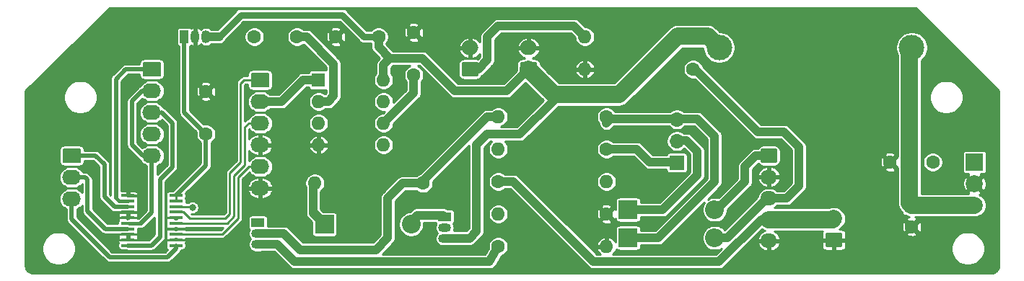
<source format=gbr>
G04 #@! TF.GenerationSoftware,KiCad,Pcbnew,5.1.5-1.fc31*
G04 #@! TF.CreationDate,2020-04-28T16:34:52+01:00*
G04 #@! TF.ProjectId,ReversingCam_FSAV433_v3.1,52657665-7273-4696-9e67-43616d5f4653,V3.1*
G04 #@! TF.SameCoordinates,Original*
G04 #@! TF.FileFunction,Copper,L1,Top*
G04 #@! TF.FilePolarity,Positive*
%FSLAX46Y46*%
G04 Gerber Fmt 4.6, Leading zero omitted, Abs format (unit mm)*
G04 Created by KiCad (PCBNEW 5.1.5-1.fc31) date 2020-04-28 16:34:52*
%MOMM*%
%LPD*%
G04 APERTURE LIST*
%ADD10R,1.600000X0.300000*%
%ADD11C,1.600000*%
%ADD12R,1.600000X1.600000*%
%ADD13O,1.600000X1.600000*%
%ADD14C,0.100000*%
%ADD15O,2.200000X1.740000*%
%ADD16O,1.950000X1.700000*%
%ADD17O,2.000000X1.700000*%
%ADD18O,1.500000X1.050000*%
%ADD19R,1.500000X1.050000*%
%ADD20O,1.050000X1.500000*%
%ADD21R,1.050000X1.500000*%
%ADD22R,2.000000X2.000000*%
%ADD23C,2.000000*%
%ADD24C,3.000000*%
%ADD25R,2.200000X2.200000*%
%ADD26O,2.200000X2.200000*%
%ADD27R,1.700000X1.700000*%
%ADD28O,1.700000X1.700000*%
%ADD29C,0.800000*%
%ADD30C,1.000000*%
%ADD31C,0.250000*%
%ADD32C,0.500000*%
%ADD33C,0.400000*%
%ADD34C,2.000000*%
%ADD35C,0.800000*%
%ADD36C,0.254000*%
G04 APERTURE END LIST*
D10*
X37840000Y-47875000D03*
X37840000Y-48525000D03*
X37840000Y-49175000D03*
X37840000Y-49825000D03*
X37840000Y-50475000D03*
X37840000Y-51125000D03*
X37840000Y-51775000D03*
X37840000Y-52425000D03*
X37840000Y-53075000D03*
X37840000Y-53725000D03*
X43440000Y-53725000D03*
X43440000Y-53075000D03*
X43440000Y-52425000D03*
X43440000Y-51775000D03*
X43440000Y-51125000D03*
X43440000Y-50475000D03*
X43440000Y-49825000D03*
X43440000Y-49175000D03*
X43440000Y-48525000D03*
X43440000Y-47875000D03*
D11*
X57658000Y-29210000D03*
X52658000Y-29210000D03*
D12*
X60198000Y-34290000D03*
D13*
X67818000Y-41910000D03*
X60198000Y-36830000D03*
X67818000Y-39370000D03*
X60198000Y-39370000D03*
X67818000Y-36830000D03*
X60198000Y-41910000D03*
X67818000Y-34290000D03*
G04 #@! TA.AperFunction,ComponentPad*
D14*
G36*
X54214505Y-33421204D02*
G01*
X54238773Y-33424804D01*
X54262572Y-33430765D01*
X54285671Y-33439030D01*
X54307850Y-33449520D01*
X54328893Y-33462132D01*
X54348599Y-33476747D01*
X54366777Y-33493223D01*
X54383253Y-33511401D01*
X54397868Y-33531107D01*
X54410480Y-33552150D01*
X54420970Y-33574329D01*
X54429235Y-33597428D01*
X54435196Y-33621227D01*
X54438796Y-33645495D01*
X54440000Y-33669999D01*
X54440000Y-34910001D01*
X54438796Y-34934505D01*
X54435196Y-34958773D01*
X54429235Y-34982572D01*
X54420970Y-35005671D01*
X54410480Y-35027850D01*
X54397868Y-35048893D01*
X54383253Y-35068599D01*
X54366777Y-35086777D01*
X54348599Y-35103253D01*
X54328893Y-35117868D01*
X54307850Y-35130480D01*
X54285671Y-35140970D01*
X54262572Y-35149235D01*
X54238773Y-35155196D01*
X54214505Y-35158796D01*
X54190001Y-35160000D01*
X52489999Y-35160000D01*
X52465495Y-35158796D01*
X52441227Y-35155196D01*
X52417428Y-35149235D01*
X52394329Y-35140970D01*
X52372150Y-35130480D01*
X52351107Y-35117868D01*
X52331401Y-35103253D01*
X52313223Y-35086777D01*
X52296747Y-35068599D01*
X52282132Y-35048893D01*
X52269520Y-35027850D01*
X52259030Y-35005671D01*
X52250765Y-34982572D01*
X52244804Y-34958773D01*
X52241204Y-34934505D01*
X52240000Y-34910001D01*
X52240000Y-33669999D01*
X52241204Y-33645495D01*
X52244804Y-33621227D01*
X52250765Y-33597428D01*
X52259030Y-33574329D01*
X52269520Y-33552150D01*
X52282132Y-33531107D01*
X52296747Y-33511401D01*
X52313223Y-33493223D01*
X52331401Y-33476747D01*
X52351107Y-33462132D01*
X52372150Y-33449520D01*
X52394329Y-33439030D01*
X52417428Y-33430765D01*
X52441227Y-33424804D01*
X52465495Y-33421204D01*
X52489999Y-33420000D01*
X54190001Y-33420000D01*
X54214505Y-33421204D01*
G37*
G04 #@! TD.AperFunction*
D15*
X53340000Y-36830000D03*
X53340000Y-39370000D03*
X53340000Y-41910000D03*
X53340000Y-44450000D03*
X53340000Y-46990000D03*
G04 #@! TA.AperFunction,ComponentPad*
D14*
G36*
X113779504Y-42331204D02*
G01*
X113803773Y-42334804D01*
X113827571Y-42340765D01*
X113850671Y-42349030D01*
X113872849Y-42359520D01*
X113893893Y-42372133D01*
X113913598Y-42386747D01*
X113931777Y-42403223D01*
X113948253Y-42421402D01*
X113962867Y-42441107D01*
X113975480Y-42462151D01*
X113985970Y-42484329D01*
X113994235Y-42507429D01*
X114000196Y-42531227D01*
X114003796Y-42555496D01*
X114005000Y-42580000D01*
X114005000Y-43780000D01*
X114003796Y-43804504D01*
X114000196Y-43828773D01*
X113994235Y-43852571D01*
X113985970Y-43875671D01*
X113975480Y-43897849D01*
X113962867Y-43918893D01*
X113948253Y-43938598D01*
X113931777Y-43956777D01*
X113913598Y-43973253D01*
X113893893Y-43987867D01*
X113872849Y-44000480D01*
X113850671Y-44010970D01*
X113827571Y-44019235D01*
X113803773Y-44025196D01*
X113779504Y-44028796D01*
X113755000Y-44030000D01*
X112305000Y-44030000D01*
X112280496Y-44028796D01*
X112256227Y-44025196D01*
X112232429Y-44019235D01*
X112209329Y-44010970D01*
X112187151Y-44000480D01*
X112166107Y-43987867D01*
X112146402Y-43973253D01*
X112128223Y-43956777D01*
X112111747Y-43938598D01*
X112097133Y-43918893D01*
X112084520Y-43897849D01*
X112074030Y-43875671D01*
X112065765Y-43852571D01*
X112059804Y-43828773D01*
X112056204Y-43804504D01*
X112055000Y-43780000D01*
X112055000Y-42580000D01*
X112056204Y-42555496D01*
X112059804Y-42531227D01*
X112065765Y-42507429D01*
X112074030Y-42484329D01*
X112084520Y-42462151D01*
X112097133Y-42441107D01*
X112111747Y-42421402D01*
X112128223Y-42403223D01*
X112146402Y-42386747D01*
X112166107Y-42372133D01*
X112187151Y-42359520D01*
X112209329Y-42349030D01*
X112232429Y-42340765D01*
X112256227Y-42334804D01*
X112280496Y-42331204D01*
X112305000Y-42330000D01*
X113755000Y-42330000D01*
X113779504Y-42331204D01*
G37*
G04 #@! TD.AperFunction*
D16*
X113030000Y-45680000D03*
X113030000Y-48180000D03*
X113030000Y-50680000D03*
X113030000Y-53180000D03*
D12*
X129794000Y-49022000D03*
D11*
X129794000Y-51522000D03*
X127254000Y-43942000D03*
X132254000Y-43942000D03*
X71374000Y-33702000D03*
X71374000Y-28702000D03*
X62230000Y-29210000D03*
X67230000Y-29210000D03*
X46990000Y-35640000D03*
X46990000Y-40640000D03*
G04 #@! TA.AperFunction,ComponentPad*
D14*
G36*
X41514505Y-32151204D02*
G01*
X41538773Y-32154804D01*
X41562572Y-32160765D01*
X41585671Y-32169030D01*
X41607850Y-32179520D01*
X41628893Y-32192132D01*
X41648599Y-32206747D01*
X41666777Y-32223223D01*
X41683253Y-32241401D01*
X41697868Y-32261107D01*
X41710480Y-32282150D01*
X41720970Y-32304329D01*
X41729235Y-32327428D01*
X41735196Y-32351227D01*
X41738796Y-32375495D01*
X41740000Y-32399999D01*
X41740000Y-33640001D01*
X41738796Y-33664505D01*
X41735196Y-33688773D01*
X41729235Y-33712572D01*
X41720970Y-33735671D01*
X41710480Y-33757850D01*
X41697868Y-33778893D01*
X41683253Y-33798599D01*
X41666777Y-33816777D01*
X41648599Y-33833253D01*
X41628893Y-33847868D01*
X41607850Y-33860480D01*
X41585671Y-33870970D01*
X41562572Y-33879235D01*
X41538773Y-33885196D01*
X41514505Y-33888796D01*
X41490001Y-33890000D01*
X39789999Y-33890000D01*
X39765495Y-33888796D01*
X39741227Y-33885196D01*
X39717428Y-33879235D01*
X39694329Y-33870970D01*
X39672150Y-33860480D01*
X39651107Y-33847868D01*
X39631401Y-33833253D01*
X39613223Y-33816777D01*
X39596747Y-33798599D01*
X39582132Y-33778893D01*
X39569520Y-33757850D01*
X39559030Y-33735671D01*
X39550765Y-33712572D01*
X39544804Y-33688773D01*
X39541204Y-33664505D01*
X39540000Y-33640001D01*
X39540000Y-32399999D01*
X39541204Y-32375495D01*
X39544804Y-32351227D01*
X39550765Y-32327428D01*
X39559030Y-32304329D01*
X39569520Y-32282150D01*
X39582132Y-32261107D01*
X39596747Y-32241401D01*
X39613223Y-32223223D01*
X39631401Y-32206747D01*
X39651107Y-32192132D01*
X39672150Y-32179520D01*
X39694329Y-32169030D01*
X39717428Y-32160765D01*
X39741227Y-32154804D01*
X39765495Y-32151204D01*
X39789999Y-32150000D01*
X41490001Y-32150000D01*
X41514505Y-32151204D01*
G37*
G04 #@! TD.AperFunction*
D15*
X40640000Y-35560000D03*
X40640000Y-38100000D03*
X40640000Y-40640000D03*
X40640000Y-43180000D03*
G04 #@! TA.AperFunction,ComponentPad*
D14*
G36*
X32116505Y-42311204D02*
G01*
X32140773Y-42314804D01*
X32164572Y-42320765D01*
X32187671Y-42329030D01*
X32209850Y-42339520D01*
X32230893Y-42352132D01*
X32250599Y-42366747D01*
X32268777Y-42383223D01*
X32285253Y-42401401D01*
X32299868Y-42421107D01*
X32312480Y-42442150D01*
X32322970Y-42464329D01*
X32331235Y-42487428D01*
X32337196Y-42511227D01*
X32340796Y-42535495D01*
X32342000Y-42559999D01*
X32342000Y-43800001D01*
X32340796Y-43824505D01*
X32337196Y-43848773D01*
X32331235Y-43872572D01*
X32322970Y-43895671D01*
X32312480Y-43917850D01*
X32299868Y-43938893D01*
X32285253Y-43958599D01*
X32268777Y-43976777D01*
X32250599Y-43993253D01*
X32230893Y-44007868D01*
X32209850Y-44020480D01*
X32187671Y-44030970D01*
X32164572Y-44039235D01*
X32140773Y-44045196D01*
X32116505Y-44048796D01*
X32092001Y-44050000D01*
X30391999Y-44050000D01*
X30367495Y-44048796D01*
X30343227Y-44045196D01*
X30319428Y-44039235D01*
X30296329Y-44030970D01*
X30274150Y-44020480D01*
X30253107Y-44007868D01*
X30233401Y-43993253D01*
X30215223Y-43976777D01*
X30198747Y-43958599D01*
X30184132Y-43938893D01*
X30171520Y-43917850D01*
X30161030Y-43895671D01*
X30152765Y-43872572D01*
X30146804Y-43848773D01*
X30143204Y-43824505D01*
X30142000Y-43800001D01*
X30142000Y-42559999D01*
X30143204Y-42535495D01*
X30146804Y-42511227D01*
X30152765Y-42487428D01*
X30161030Y-42464329D01*
X30171520Y-42442150D01*
X30184132Y-42421107D01*
X30198747Y-42401401D01*
X30215223Y-42383223D01*
X30233401Y-42366747D01*
X30253107Y-42352132D01*
X30274150Y-42339520D01*
X30296329Y-42329030D01*
X30319428Y-42320765D01*
X30343227Y-42314804D01*
X30367495Y-42311204D01*
X30391999Y-42310000D01*
X32092001Y-42310000D01*
X32116505Y-42311204D01*
G37*
G04 #@! TD.AperFunction*
D15*
X31242000Y-45720000D03*
X31242000Y-48260000D03*
G04 #@! TA.AperFunction,ComponentPad*
D14*
G36*
X121424504Y-52237204D02*
G01*
X121448773Y-52240804D01*
X121472571Y-52246765D01*
X121495671Y-52255030D01*
X121517849Y-52265520D01*
X121538893Y-52278133D01*
X121558598Y-52292747D01*
X121576777Y-52309223D01*
X121593253Y-52327402D01*
X121607867Y-52347107D01*
X121620480Y-52368151D01*
X121630970Y-52390329D01*
X121639235Y-52413429D01*
X121645196Y-52437227D01*
X121648796Y-52461496D01*
X121650000Y-52486000D01*
X121650000Y-53686000D01*
X121648796Y-53710504D01*
X121645196Y-53734773D01*
X121639235Y-53758571D01*
X121630970Y-53781671D01*
X121620480Y-53803849D01*
X121607867Y-53824893D01*
X121593253Y-53844598D01*
X121576777Y-53862777D01*
X121558598Y-53879253D01*
X121538893Y-53893867D01*
X121517849Y-53906480D01*
X121495671Y-53916970D01*
X121472571Y-53925235D01*
X121448773Y-53931196D01*
X121424504Y-53934796D01*
X121400000Y-53936000D01*
X119900000Y-53936000D01*
X119875496Y-53934796D01*
X119851227Y-53931196D01*
X119827429Y-53925235D01*
X119804329Y-53916970D01*
X119782151Y-53906480D01*
X119761107Y-53893867D01*
X119741402Y-53879253D01*
X119723223Y-53862777D01*
X119706747Y-53844598D01*
X119692133Y-53824893D01*
X119679520Y-53803849D01*
X119669030Y-53781671D01*
X119660765Y-53758571D01*
X119654804Y-53734773D01*
X119651204Y-53710504D01*
X119650000Y-53686000D01*
X119650000Y-52486000D01*
X119651204Y-52461496D01*
X119654804Y-52437227D01*
X119660765Y-52413429D01*
X119669030Y-52390329D01*
X119679520Y-52368151D01*
X119692133Y-52347107D01*
X119706747Y-52327402D01*
X119723223Y-52309223D01*
X119741402Y-52292747D01*
X119761107Y-52278133D01*
X119782151Y-52265520D01*
X119804329Y-52255030D01*
X119827429Y-52246765D01*
X119851227Y-52240804D01*
X119875496Y-52237204D01*
X119900000Y-52236000D01*
X121400000Y-52236000D01*
X121424504Y-52237204D01*
G37*
G04 #@! TD.AperFunction*
D17*
X120650000Y-50586000D03*
D18*
X53086000Y-52324000D03*
X53086000Y-53594000D03*
D19*
X53086000Y-51054000D03*
D13*
X81280000Y-50038000D03*
D11*
X93980000Y-50038000D03*
D13*
X93980000Y-53848000D03*
D11*
X81280000Y-53848000D03*
D20*
X45720000Y-29210000D03*
X46990000Y-29210000D03*
D21*
X44450000Y-29210000D03*
D22*
X137160000Y-43940000D03*
D23*
X137160000Y-46480000D03*
X137160000Y-49020000D03*
D13*
X93980000Y-46228000D03*
D11*
X81280000Y-46228000D03*
D13*
X81280000Y-42418000D03*
D11*
X93980000Y-42418000D03*
X72453500Y-46418500D03*
D13*
X59753500Y-46418500D03*
D11*
X93980000Y-38608000D03*
D13*
X81280000Y-38608000D03*
X91440000Y-33020000D03*
D11*
X104140000Y-33020000D03*
D24*
X129794000Y-30480000D03*
X107194000Y-30480000D03*
D25*
X60896500Y-51244500D03*
D26*
X71056500Y-51244500D03*
X106680000Y-52832000D03*
D25*
X96520000Y-52832000D03*
X96520000Y-49530000D03*
D26*
X106680000Y-49530000D03*
D18*
X74993500Y-51625500D03*
X74993500Y-52895500D03*
D19*
X74993500Y-50355500D03*
D27*
X102235000Y-44005500D03*
D28*
X102235000Y-41465500D03*
X102235000Y-38925500D03*
D11*
X104140000Y-29210000D03*
D13*
X91440000Y-29210000D03*
D17*
X77978000Y-30520000D03*
G04 #@! TA.AperFunction,ComponentPad*
D14*
G36*
X78752504Y-32171204D02*
G01*
X78776773Y-32174804D01*
X78800571Y-32180765D01*
X78823671Y-32189030D01*
X78845849Y-32199520D01*
X78866893Y-32212133D01*
X78886598Y-32226747D01*
X78904777Y-32243223D01*
X78921253Y-32261402D01*
X78935867Y-32281107D01*
X78948480Y-32302151D01*
X78958970Y-32324329D01*
X78967235Y-32347429D01*
X78973196Y-32371227D01*
X78976796Y-32395496D01*
X78978000Y-32420000D01*
X78978000Y-33620000D01*
X78976796Y-33644504D01*
X78973196Y-33668773D01*
X78967235Y-33692571D01*
X78958970Y-33715671D01*
X78948480Y-33737849D01*
X78935867Y-33758893D01*
X78921253Y-33778598D01*
X78904777Y-33796777D01*
X78886598Y-33813253D01*
X78866893Y-33827867D01*
X78845849Y-33840480D01*
X78823671Y-33850970D01*
X78800571Y-33859235D01*
X78776773Y-33865196D01*
X78752504Y-33868796D01*
X78728000Y-33870000D01*
X77228000Y-33870000D01*
X77203496Y-33868796D01*
X77179227Y-33865196D01*
X77155429Y-33859235D01*
X77132329Y-33850970D01*
X77110151Y-33840480D01*
X77089107Y-33827867D01*
X77069402Y-33813253D01*
X77051223Y-33796777D01*
X77034747Y-33778598D01*
X77020133Y-33758893D01*
X77007520Y-33737849D01*
X76997030Y-33715671D01*
X76988765Y-33692571D01*
X76982804Y-33668773D01*
X76979204Y-33644504D01*
X76978000Y-33620000D01*
X76978000Y-32420000D01*
X76979204Y-32395496D01*
X76982804Y-32371227D01*
X76988765Y-32347429D01*
X76997030Y-32324329D01*
X77007520Y-32302151D01*
X77020133Y-32281107D01*
X77034747Y-32261402D01*
X77051223Y-32243223D01*
X77069402Y-32226747D01*
X77089107Y-32212133D01*
X77110151Y-32199520D01*
X77132329Y-32189030D01*
X77155429Y-32180765D01*
X77179227Y-32174804D01*
X77203496Y-32171204D01*
X77228000Y-32170000D01*
X78728000Y-32170000D01*
X78752504Y-32171204D01*
G37*
G04 #@! TD.AperFunction*
G04 #@! TA.AperFunction,ComponentPad*
G36*
X85610504Y-32171204D02*
G01*
X85634773Y-32174804D01*
X85658571Y-32180765D01*
X85681671Y-32189030D01*
X85703849Y-32199520D01*
X85724893Y-32212133D01*
X85744598Y-32226747D01*
X85762777Y-32243223D01*
X85779253Y-32261402D01*
X85793867Y-32281107D01*
X85806480Y-32302151D01*
X85816970Y-32324329D01*
X85825235Y-32347429D01*
X85831196Y-32371227D01*
X85834796Y-32395496D01*
X85836000Y-32420000D01*
X85836000Y-33620000D01*
X85834796Y-33644504D01*
X85831196Y-33668773D01*
X85825235Y-33692571D01*
X85816970Y-33715671D01*
X85806480Y-33737849D01*
X85793867Y-33758893D01*
X85779253Y-33778598D01*
X85762777Y-33796777D01*
X85744598Y-33813253D01*
X85724893Y-33827867D01*
X85703849Y-33840480D01*
X85681671Y-33850970D01*
X85658571Y-33859235D01*
X85634773Y-33865196D01*
X85610504Y-33868796D01*
X85586000Y-33870000D01*
X84086000Y-33870000D01*
X84061496Y-33868796D01*
X84037227Y-33865196D01*
X84013429Y-33859235D01*
X83990329Y-33850970D01*
X83968151Y-33840480D01*
X83947107Y-33827867D01*
X83927402Y-33813253D01*
X83909223Y-33796777D01*
X83892747Y-33778598D01*
X83878133Y-33758893D01*
X83865520Y-33737849D01*
X83855030Y-33715671D01*
X83846765Y-33692571D01*
X83840804Y-33668773D01*
X83837204Y-33644504D01*
X83836000Y-33620000D01*
X83836000Y-32420000D01*
X83837204Y-32395496D01*
X83840804Y-32371227D01*
X83846765Y-32347429D01*
X83855030Y-32324329D01*
X83865520Y-32302151D01*
X83878133Y-32281107D01*
X83892747Y-32261402D01*
X83909223Y-32243223D01*
X83927402Y-32226747D01*
X83947107Y-32212133D01*
X83968151Y-32199520D01*
X83990329Y-32189030D01*
X84013429Y-32180765D01*
X84037227Y-32174804D01*
X84061496Y-32171204D01*
X84086000Y-32170000D01*
X85586000Y-32170000D01*
X85610504Y-32171204D01*
G37*
G04 #@! TD.AperFunction*
D17*
X84836000Y-30520000D03*
D29*
X33020000Y-56388000D03*
X35560000Y-56388000D03*
X38100000Y-56388000D03*
X40640000Y-56388000D03*
X43180000Y-56388000D03*
X45720000Y-56388000D03*
X48260000Y-56388000D03*
X50800000Y-56388000D03*
X53340000Y-56388000D03*
X55880000Y-56388000D03*
X27178000Y-36068000D03*
X27178000Y-38608000D03*
X27178000Y-41148000D03*
X27178000Y-43688000D03*
X27178000Y-46228000D03*
X27178000Y-48768000D03*
X27178000Y-51308000D03*
X36830000Y-26670000D03*
X39370000Y-26670000D03*
X41910000Y-26670000D03*
X44450000Y-26670000D03*
X46990000Y-26670000D03*
X31750000Y-30480000D03*
X73406000Y-36703000D03*
X103378000Y-52578000D03*
X45389800Y-49276000D03*
D30*
X71374000Y-35814000D02*
X67818000Y-39370000D01*
X71374000Y-33702000D02*
X71374000Y-35814000D01*
X61329370Y-36830000D02*
X60198000Y-36830000D01*
X61976000Y-32396630D02*
X61976000Y-36183370D01*
X57658000Y-29210000D02*
X58789370Y-29210000D01*
X61976000Y-36183370D02*
X61329370Y-36830000D01*
X58789370Y-29210000D02*
X61976000Y-32396630D01*
D31*
X51990000Y-39370000D02*
X53340000Y-39370000D01*
X51562000Y-39798000D02*
X51990000Y-39370000D01*
X51562000Y-44321590D02*
X51562000Y-39798000D01*
X49474000Y-51125000D02*
X49479200Y-51130200D01*
X49479200Y-51130200D02*
X50292000Y-50317400D01*
X50292000Y-45591590D02*
X51562000Y-44321590D01*
X43440000Y-51125000D02*
X49474000Y-51125000D01*
X50292000Y-50317400D02*
X50292000Y-45591590D01*
D32*
X37592000Y-33020000D02*
X40640000Y-33020000D01*
D33*
X36790200Y-48525000D02*
X36423600Y-48158400D01*
D32*
X36449000Y-34163000D02*
X37592000Y-33020000D01*
D33*
X37840000Y-48525000D02*
X36790200Y-48525000D01*
D31*
X36423600Y-48158400D02*
X36449000Y-48133000D01*
D32*
X36423600Y-48133000D02*
X36423600Y-34163000D01*
D33*
X37977000Y-51130200D02*
X39340600Y-51130200D01*
D31*
X37840000Y-51125000D02*
X37917000Y-51125000D01*
X37917000Y-51125000D02*
X37977000Y-51185000D01*
D32*
X40640000Y-49885600D02*
X40640000Y-43180000D01*
X39340600Y-51130200D02*
X40640000Y-49885600D01*
X39547800Y-43180000D02*
X40640000Y-43180000D01*
X38303200Y-41935400D02*
X39547800Y-43180000D01*
X38303200Y-36779200D02*
X38303200Y-41935400D01*
X40640000Y-35560000D02*
X39522400Y-35560000D01*
X39522400Y-35560000D02*
X38303200Y-36779200D01*
D31*
X41808400Y-38100000D02*
X40640000Y-38100000D01*
D32*
X41579800Y-52705000D02*
X41579800Y-45974000D01*
X40559800Y-53725000D02*
X41579800Y-52705000D01*
X37840000Y-53725000D02*
X40559800Y-53725000D01*
X43053000Y-39344600D02*
X41808400Y-38100000D01*
X43053000Y-44500800D02*
X43053000Y-39344600D01*
X41579800Y-45974000D02*
X43053000Y-44500800D01*
X36246400Y-49175000D02*
X37840000Y-49175000D01*
X35077400Y-48006000D02*
X36246400Y-49175000D01*
X35077400Y-44221400D02*
X35077400Y-48006000D01*
X31242000Y-43180000D02*
X34036000Y-43180000D01*
X34036000Y-43180000D02*
X35077400Y-44221400D01*
X35138000Y-51775000D02*
X37840000Y-51775000D01*
X32791400Y-45720000D02*
X33045400Y-45974000D01*
X33070800Y-49707800D02*
X35138000Y-51775000D01*
X31242000Y-45720000D02*
X32791400Y-45720000D01*
X33070800Y-45999400D02*
X32791400Y-45720000D01*
X33070800Y-49707800D02*
X33070800Y-45999400D01*
X31216600Y-48285400D02*
X31242000Y-48260000D01*
X35712400Y-55118000D02*
X31242000Y-50647600D01*
X42447000Y-55118000D02*
X35712400Y-55118000D01*
X43440000Y-53725000D02*
X43440000Y-54125000D01*
X31242000Y-50647600D02*
X31242000Y-48260000D01*
X43440000Y-54125000D02*
X42447000Y-55118000D01*
D31*
X51054000Y-34671000D02*
X51435000Y-34290000D01*
X51054000Y-43942000D02*
X51054000Y-34671000D01*
X49784000Y-45212000D02*
X51054000Y-43942000D01*
X44313200Y-49825000D02*
X45059600Y-50571400D01*
X51435000Y-34290000D02*
X53340000Y-34290000D01*
X43440000Y-49825000D02*
X44313200Y-49825000D01*
X49784000Y-50038000D02*
X49784000Y-45212000D01*
X45059600Y-50571400D02*
X49250600Y-50571400D01*
X49250600Y-50571400D02*
X49784000Y-50038000D01*
D30*
X53340000Y-36830000D02*
X55880000Y-36830000D01*
X58398000Y-34290000D02*
X60198000Y-34290000D01*
X55880000Y-36808000D02*
X58398000Y-34290000D01*
X55880000Y-36830000D02*
X55880000Y-36808000D01*
D31*
X50800000Y-50520600D02*
X50800000Y-45720000D01*
X52070000Y-44450000D02*
X53340000Y-44450000D01*
X50800000Y-45720000D02*
X52070000Y-44450000D01*
X43440000Y-52425000D02*
X48895600Y-52425000D01*
X48895600Y-52425000D02*
X50800000Y-50520600D01*
D30*
X80264000Y-55626000D02*
X81280000Y-53848000D01*
X57404000Y-55626000D02*
X80264000Y-55626000D01*
X53086000Y-53594000D02*
X55372000Y-53594000D01*
X55372000Y-53594000D02*
X57404000Y-55626000D01*
D31*
X45288800Y-49175000D02*
X43440000Y-49175000D01*
X45389800Y-49276000D02*
X45288800Y-49175000D01*
D34*
X129796000Y-49020000D02*
X129794000Y-49022000D01*
X137160000Y-49020000D02*
X129796000Y-49020000D01*
X129540000Y-48768000D02*
X129794000Y-49022000D01*
X129540000Y-30480000D02*
X129540000Y-48768000D01*
X120556000Y-50680000D02*
X120650000Y-50586000D01*
X113030000Y-50680000D02*
X120556000Y-50680000D01*
D30*
X92456000Y-55626000D02*
X107188000Y-55626000D01*
X112134000Y-50680000D02*
X113030000Y-50680000D01*
X107188000Y-55626000D02*
X112134000Y-50680000D01*
X81280000Y-46228000D02*
X83058000Y-46228000D01*
X83058000Y-46228000D02*
X92456000Y-55626000D01*
X46990000Y-29210000D02*
X48515000Y-29210000D01*
X67818000Y-34290000D02*
X68072000Y-34290000D01*
D34*
X87820500Y-36004500D02*
X84836000Y-33020000D01*
D30*
X85344000Y-33020000D02*
X88328500Y-36004500D01*
X87820500Y-36004500D02*
X87249000Y-35433000D01*
X74993500Y-52895500D02*
X77914500Y-52895500D01*
X77914500Y-52895500D02*
X78740000Y-52070000D01*
X78740000Y-52070000D02*
X78740000Y-41910000D01*
X78740000Y-41910000D02*
X80010000Y-40640000D01*
X80010000Y-40640000D02*
X83820000Y-40640000D01*
X87820500Y-36639500D02*
X87820500Y-36004500D01*
X83820000Y-40640000D02*
X87820500Y-36639500D01*
X67818000Y-34290000D02*
X67818000Y-32512000D01*
X67818000Y-32512000D02*
X68580000Y-31750000D01*
X68580000Y-31750000D02*
X72390000Y-31750000D01*
X72390000Y-31750000D02*
X76200000Y-35560000D01*
X82296000Y-35560000D02*
X84836000Y-33020000D01*
X76200000Y-35560000D02*
X82296000Y-35560000D01*
X67230000Y-30400000D02*
X67230000Y-29210000D01*
X68580000Y-31750000D02*
X67230000Y-30400000D01*
D34*
X102298500Y-29146500D02*
X95440500Y-36004500D01*
X107194000Y-30480000D02*
X105860500Y-29146500D01*
X95440500Y-36004500D02*
X87820500Y-36004500D01*
X105860500Y-29146500D02*
X102298500Y-29146500D01*
D35*
X65532000Y-29210000D02*
X67230000Y-29210000D01*
X62992000Y-26670000D02*
X65532000Y-29210000D01*
X48515000Y-29210000D02*
X51055000Y-26670000D01*
X51055000Y-26670000D02*
X62992000Y-26670000D01*
D30*
X81280000Y-27940000D02*
X80010000Y-29210000D01*
X80010000Y-29210000D02*
X80010000Y-31934010D01*
X91440000Y-29210000D02*
X90170000Y-27940000D01*
X80010000Y-31934010D02*
X78924010Y-33020000D01*
X90170000Y-27940000D02*
X81280000Y-27940000D01*
X59563000Y-46164500D02*
X59563000Y-49911000D01*
X60896500Y-51117500D02*
X59753500Y-49974500D01*
X60896500Y-51244500D02*
X60896500Y-51117500D01*
X59563000Y-49911000D02*
X60896500Y-51244500D01*
X74803000Y-50165000D02*
X74993500Y-50355500D01*
X71755000Y-50165000D02*
X74803000Y-50165000D01*
X71056500Y-50863500D02*
X71755000Y-50165000D01*
X71056500Y-51244500D02*
X71056500Y-50863500D01*
X111760000Y-40386000D02*
X104394000Y-33020000D01*
X115142000Y-48180000D02*
X116586000Y-46736000D01*
X104394000Y-33020000D02*
X104140000Y-33020000D01*
X116586000Y-42164000D02*
X114808000Y-40386000D01*
X113030000Y-48180000D02*
X115142000Y-48180000D01*
X116586000Y-46736000D02*
X116586000Y-42164000D01*
X114808000Y-40386000D02*
X111760000Y-40386000D01*
X108204000Y-52832000D02*
X106680000Y-52832000D01*
X113030000Y-48180000D02*
X112856000Y-48180000D01*
X112856000Y-48180000D02*
X108204000Y-52832000D01*
X94488000Y-38862000D02*
X102108000Y-38862000D01*
X93980000Y-39370000D02*
X94488000Y-38862000D01*
X102108000Y-38862000D02*
X104648000Y-38862000D01*
X104648000Y-38862000D02*
X106680000Y-40894000D01*
X106680000Y-40894000D02*
X106680000Y-46228000D01*
X100076000Y-52832000D02*
X96520000Y-52832000D01*
X106680000Y-46228000D02*
X100076000Y-52832000D01*
X100584000Y-49530000D02*
X96520000Y-49530000D01*
X104648000Y-45466000D02*
X100584000Y-49530000D01*
X102108000Y-41402000D02*
X103378000Y-41402000D01*
X104648000Y-42672000D02*
X104648000Y-45466000D01*
X103378000Y-41402000D02*
X104648000Y-42672000D01*
X110236000Y-44450000D02*
X111506000Y-43180000D01*
X110236000Y-46228000D02*
X110236000Y-44450000D01*
X106680000Y-49530000D02*
X106934000Y-49530000D01*
X111506000Y-43180000D02*
X113030000Y-43180000D01*
X106934000Y-49530000D02*
X110236000Y-46228000D01*
X93980000Y-42418000D02*
X97536000Y-42418000D01*
X99060000Y-43942000D02*
X102108000Y-43942000D01*
X97536000Y-42418000D02*
X99060000Y-43942000D01*
X70040500Y-46418500D02*
X72453500Y-46418500D01*
X68326000Y-48133000D02*
X70040500Y-46418500D01*
X66929000Y-54229000D02*
X68326000Y-52832000D01*
X53086000Y-52324000D02*
X56134000Y-52324000D01*
X58039000Y-54229000D02*
X66929000Y-54229000D01*
X56134000Y-52324000D02*
X58039000Y-54229000D01*
X68326000Y-52832000D02*
X68326000Y-48133000D01*
X72263000Y-46164500D02*
X72453500Y-46164500D01*
X80010000Y-38608000D02*
X81280000Y-38608000D01*
X72453500Y-46164500D02*
X80010000Y-38608000D01*
D31*
X43440000Y-48525000D02*
X43440000Y-47875000D01*
D32*
X44450000Y-38100000D02*
X46990000Y-40640000D01*
X44450000Y-29210000D02*
X44450000Y-38100000D01*
X46990000Y-44325000D02*
X43440000Y-47875000D01*
X46990000Y-40640000D02*
X46990000Y-44325000D01*
D36*
G36*
X139979800Y-35568171D02*
G01*
X139979801Y-56114136D01*
X139961436Y-56301441D01*
X139912808Y-56462503D01*
X139833823Y-56611051D01*
X139727489Y-56741430D01*
X139597854Y-56848674D01*
X139449858Y-56928695D01*
X139289139Y-56978446D01*
X139103093Y-56998000D01*
X26689854Y-56998000D01*
X26502559Y-56979636D01*
X26341497Y-56931008D01*
X26192949Y-56852023D01*
X26062570Y-56745689D01*
X25955326Y-56616054D01*
X25875305Y-56468058D01*
X25825554Y-56307339D01*
X25806000Y-56121293D01*
X25806000Y-53904889D01*
X27719000Y-53904889D01*
X27719000Y-54295111D01*
X27795129Y-54677836D01*
X27944461Y-55038355D01*
X28161257Y-55362814D01*
X28437186Y-55638743D01*
X28761645Y-55855539D01*
X29122164Y-56004871D01*
X29504889Y-56081000D01*
X29895111Y-56081000D01*
X30277836Y-56004871D01*
X30638355Y-55855539D01*
X30962814Y-55638743D01*
X31238743Y-55362814D01*
X31455539Y-55038355D01*
X31604871Y-54677836D01*
X31681000Y-54295111D01*
X31681000Y-53904889D01*
X31604871Y-53522164D01*
X31455539Y-53161645D01*
X31238743Y-52837186D01*
X30962814Y-52561257D01*
X30638355Y-52344461D01*
X30277836Y-52195129D01*
X29895111Y-52119000D01*
X29504889Y-52119000D01*
X29122164Y-52195129D01*
X28761645Y-52344461D01*
X28437186Y-52561257D01*
X28161257Y-52837186D01*
X27944461Y-53161645D01*
X27795129Y-53522164D01*
X27719000Y-53904889D01*
X25806000Y-53904889D01*
X25806000Y-45720000D01*
X29754947Y-45720000D01*
X29779101Y-45965239D01*
X29850634Y-46201053D01*
X29966799Y-46418381D01*
X30123129Y-46608871D01*
X30313619Y-46765201D01*
X30530947Y-46881366D01*
X30766761Y-46952899D01*
X30950543Y-46971000D01*
X31533457Y-46971000D01*
X31717239Y-46952899D01*
X31953053Y-46881366D01*
X32170381Y-46765201D01*
X32360871Y-46608871D01*
X32439801Y-46512694D01*
X32439801Y-47467306D01*
X32360871Y-47371129D01*
X32170381Y-47214799D01*
X31953053Y-47098634D01*
X31717239Y-47027101D01*
X31533457Y-47009000D01*
X30950543Y-47009000D01*
X30766761Y-47027101D01*
X30530947Y-47098634D01*
X30313619Y-47214799D01*
X30123129Y-47371129D01*
X29966799Y-47561619D01*
X29850634Y-47778947D01*
X29779101Y-48014761D01*
X29754947Y-48260000D01*
X29779101Y-48505239D01*
X29850634Y-48741053D01*
X29966799Y-48958381D01*
X30123129Y-49148871D01*
X30313619Y-49305201D01*
X30530947Y-49421366D01*
X30611001Y-49445650D01*
X30611000Y-50616609D01*
X30607948Y-50647600D01*
X30611000Y-50678590D01*
X30611000Y-50678597D01*
X30620130Y-50771297D01*
X30656211Y-50890241D01*
X30714804Y-50999860D01*
X30793657Y-51095943D01*
X30817737Y-51115705D01*
X35244299Y-55542268D01*
X35264057Y-55566343D01*
X35360139Y-55645196D01*
X35469758Y-55703789D01*
X35588702Y-55739870D01*
X35681402Y-55749000D01*
X35681411Y-55749000D01*
X35712399Y-55752052D01*
X35743387Y-55749000D01*
X42416010Y-55749000D01*
X42447000Y-55752052D01*
X42477990Y-55749000D01*
X42477998Y-55749000D01*
X42570698Y-55739870D01*
X42689642Y-55703789D01*
X42799261Y-55645196D01*
X42895343Y-55566343D01*
X42915105Y-55542263D01*
X43864268Y-54593101D01*
X43888343Y-54573343D01*
X43922100Y-54532211D01*
X43967196Y-54477261D01*
X44025789Y-54367642D01*
X44028395Y-54359052D01*
X44059096Y-54257843D01*
X44240000Y-54257843D01*
X44314689Y-54250487D01*
X44386508Y-54228701D01*
X44452696Y-54193322D01*
X44510711Y-54145711D01*
X44558322Y-54087696D01*
X44593701Y-54021508D01*
X44615487Y-53949689D01*
X44622843Y-53875000D01*
X44622843Y-53575000D01*
X44615487Y-53500311D01*
X44593701Y-53428492D01*
X44578471Y-53400000D01*
X44593701Y-53371508D01*
X44615487Y-53299689D01*
X44622843Y-53225000D01*
X44621000Y-53193250D01*
X44525750Y-53098000D01*
X43567000Y-53098000D01*
X43567000Y-53104132D01*
X43563697Y-53103130D01*
X43440000Y-53090947D01*
X43316302Y-53103130D01*
X43313000Y-53104132D01*
X43313000Y-53098000D01*
X42354250Y-53098000D01*
X42259000Y-53193250D01*
X42257157Y-53225000D01*
X42264513Y-53299689D01*
X42286299Y-53371508D01*
X42301529Y-53400000D01*
X42286299Y-53428492D01*
X42264513Y-53500311D01*
X42257157Y-53575000D01*
X42257157Y-53875000D01*
X42264513Y-53949689D01*
X42286299Y-54021508D01*
X42321678Y-54087696D01*
X42369289Y-54145711D01*
X42427304Y-54193322D01*
X42461194Y-54211437D01*
X42185632Y-54487000D01*
X35973769Y-54487000D01*
X34061769Y-52575000D01*
X36657157Y-52575000D01*
X36664513Y-52649689D01*
X36686299Y-52721508D01*
X36701529Y-52750000D01*
X36686299Y-52778492D01*
X36664513Y-52850311D01*
X36657157Y-52925000D01*
X36659000Y-52956750D01*
X36754250Y-53052000D01*
X37713000Y-53052000D01*
X37713000Y-52448000D01*
X37967000Y-52448000D01*
X37967000Y-53052000D01*
X38925750Y-53052000D01*
X39021000Y-52956750D01*
X39022843Y-52925000D01*
X39015487Y-52850311D01*
X38993701Y-52778492D01*
X38978471Y-52750000D01*
X38993701Y-52721508D01*
X39015487Y-52649689D01*
X39022843Y-52575000D01*
X39021000Y-52543250D01*
X38925750Y-52448000D01*
X37967000Y-52448000D01*
X37713000Y-52448000D01*
X36754250Y-52448000D01*
X36659000Y-52543250D01*
X36657157Y-52575000D01*
X34061769Y-52575000D01*
X31873000Y-50386232D01*
X31873000Y-49445650D01*
X31953053Y-49421366D01*
X32170381Y-49305201D01*
X32360871Y-49148871D01*
X32439800Y-49052695D01*
X32439800Y-49676810D01*
X32436748Y-49707800D01*
X32439800Y-49738790D01*
X32439800Y-49738797D01*
X32448930Y-49831497D01*
X32485011Y-49950441D01*
X32543604Y-50060060D01*
X32622457Y-50156143D01*
X32646537Y-50175905D01*
X34669899Y-52199268D01*
X34689657Y-52223343D01*
X34785739Y-52302196D01*
X34895358Y-52360789D01*
X35014302Y-52396870D01*
X35107002Y-52406000D01*
X35107011Y-52406000D01*
X35137999Y-52409052D01*
X35168987Y-52406000D01*
X37870998Y-52406000D01*
X37963698Y-52396870D01*
X37967000Y-52395868D01*
X37967000Y-52402000D01*
X38925750Y-52402000D01*
X39021000Y-52306750D01*
X39022843Y-52275000D01*
X39015487Y-52200311D01*
X38993701Y-52128492D01*
X38978471Y-52100000D01*
X38993701Y-52071508D01*
X39015487Y-51999689D01*
X39022843Y-51925000D01*
X39022843Y-51711200D01*
X39087152Y-51711200D01*
X39203539Y-51749261D01*
X39326946Y-51764105D01*
X39450876Y-51754589D01*
X39570569Y-51721078D01*
X39681425Y-51664860D01*
X39754686Y-51607331D01*
X40948800Y-50463577D01*
X40948800Y-52443631D01*
X40298432Y-53094000D01*
X37809002Y-53094000D01*
X37716302Y-53103130D01*
X37713000Y-53104132D01*
X37713000Y-53098000D01*
X36754250Y-53098000D01*
X36659000Y-53193250D01*
X36657157Y-53225000D01*
X36664513Y-53299689D01*
X36686299Y-53371508D01*
X36701529Y-53400000D01*
X36686299Y-53428492D01*
X36664513Y-53500311D01*
X36657157Y-53575000D01*
X36657157Y-53875000D01*
X36664513Y-53949689D01*
X36686299Y-54021508D01*
X36721678Y-54087696D01*
X36769289Y-54145711D01*
X36827304Y-54193322D01*
X36893492Y-54228701D01*
X36965311Y-54250487D01*
X37040000Y-54257843D01*
X37498304Y-54257843D01*
X37597358Y-54310789D01*
X37716302Y-54346870D01*
X37809002Y-54356000D01*
X40528810Y-54356000D01*
X40559800Y-54359052D01*
X40590790Y-54356000D01*
X40590798Y-54356000D01*
X40683498Y-54346870D01*
X40802442Y-54310789D01*
X40912061Y-54252196D01*
X41008143Y-54173343D01*
X41027905Y-54149263D01*
X42004069Y-53173100D01*
X42028143Y-53153343D01*
X42075896Y-53095157D01*
X42106996Y-53057261D01*
X42165589Y-52947642D01*
X42201670Y-52828698D01*
X42204460Y-52800370D01*
X42210800Y-52735998D01*
X42210800Y-52735991D01*
X42213852Y-52705000D01*
X42210800Y-52674010D01*
X42210800Y-47725000D01*
X42257157Y-47725000D01*
X42257157Y-48025000D01*
X42264513Y-48099689D01*
X42286299Y-48171508D01*
X42301529Y-48200000D01*
X42286299Y-48228492D01*
X42264513Y-48300311D01*
X42257157Y-48375000D01*
X42257157Y-48675000D01*
X42264513Y-48749689D01*
X42286299Y-48821508D01*
X42301529Y-48850000D01*
X42286299Y-48878492D01*
X42264513Y-48950311D01*
X42257157Y-49025000D01*
X42257157Y-49325000D01*
X42264513Y-49399689D01*
X42286299Y-49471508D01*
X42301529Y-49500000D01*
X42286299Y-49528492D01*
X42264513Y-49600311D01*
X42257157Y-49675000D01*
X42257157Y-49975000D01*
X42264513Y-50049689D01*
X42286299Y-50121508D01*
X42301529Y-50150000D01*
X42286299Y-50178492D01*
X42264513Y-50250311D01*
X42257157Y-50325000D01*
X42259000Y-50356750D01*
X42354250Y-50452000D01*
X43313000Y-50452000D01*
X43313000Y-50357843D01*
X43567000Y-50357843D01*
X43567000Y-50452000D01*
X43587000Y-50452000D01*
X43587000Y-50498000D01*
X43567000Y-50498000D01*
X43567000Y-50592157D01*
X43313000Y-50592157D01*
X43313000Y-50498000D01*
X42354250Y-50498000D01*
X42259000Y-50593250D01*
X42257157Y-50625000D01*
X42264513Y-50699689D01*
X42286299Y-50771508D01*
X42301529Y-50800000D01*
X42286299Y-50828492D01*
X42264513Y-50900311D01*
X42257157Y-50975000D01*
X42257157Y-51275000D01*
X42264513Y-51349689D01*
X42286299Y-51421508D01*
X42301529Y-51450000D01*
X42286299Y-51478492D01*
X42264513Y-51550311D01*
X42257157Y-51625000D01*
X42259000Y-51656750D01*
X42354250Y-51752000D01*
X43313000Y-51752000D01*
X43313000Y-51657843D01*
X43567000Y-51657843D01*
X43567000Y-51752000D01*
X44525750Y-51752000D01*
X44621000Y-51656750D01*
X44622495Y-51631000D01*
X48974009Y-51631000D01*
X48686009Y-51919000D01*
X44622495Y-51919000D01*
X44621000Y-51893250D01*
X44525750Y-51798000D01*
X43567000Y-51798000D01*
X43567000Y-51892157D01*
X43313000Y-51892157D01*
X43313000Y-51798000D01*
X42354250Y-51798000D01*
X42259000Y-51893250D01*
X42257157Y-51925000D01*
X42264513Y-51999689D01*
X42286299Y-52071508D01*
X42301529Y-52100000D01*
X42286299Y-52128492D01*
X42264513Y-52200311D01*
X42257157Y-52275000D01*
X42257157Y-52575000D01*
X42264513Y-52649689D01*
X42286299Y-52721508D01*
X42301529Y-52750000D01*
X42286299Y-52778492D01*
X42264513Y-52850311D01*
X42257157Y-52925000D01*
X42259000Y-52956750D01*
X42354250Y-53052000D01*
X43313000Y-53052000D01*
X43313000Y-52957843D01*
X43567000Y-52957843D01*
X43567000Y-53052000D01*
X44525750Y-53052000D01*
X44621000Y-52956750D01*
X44622495Y-52931000D01*
X48870754Y-52931000D01*
X48895600Y-52933447D01*
X48920446Y-52931000D01*
X48920454Y-52931000D01*
X48994793Y-52923678D01*
X49090175Y-52894745D01*
X49178079Y-52847759D01*
X49255127Y-52784527D01*
X49270976Y-52765215D01*
X51140220Y-50895972D01*
X51159527Y-50880127D01*
X51222759Y-50803079D01*
X51269745Y-50715175D01*
X51298678Y-50619793D01*
X51306000Y-50545454D01*
X51306000Y-50545447D01*
X51308447Y-50520601D01*
X51306000Y-50495755D01*
X51306000Y-47310125D01*
X51900652Y-47310125D01*
X51912539Y-47383411D01*
X52012299Y-47609465D01*
X52154243Y-47811713D01*
X52332916Y-47982383D01*
X52541452Y-48114916D01*
X52771837Y-48204219D01*
X53015217Y-48246860D01*
X53213000Y-48150963D01*
X53213000Y-47117000D01*
X53467000Y-47117000D01*
X53467000Y-48150963D01*
X53664783Y-48246860D01*
X53908163Y-48204219D01*
X54138548Y-48114916D01*
X54347084Y-47982383D01*
X54525757Y-47811713D01*
X54667701Y-47609465D01*
X54767461Y-47383411D01*
X54779348Y-47310125D01*
X54718751Y-47117000D01*
X53467000Y-47117000D01*
X53213000Y-47117000D01*
X51961249Y-47117000D01*
X51900652Y-47310125D01*
X51306000Y-47310125D01*
X51306000Y-46669875D01*
X51900652Y-46669875D01*
X51961249Y-46863000D01*
X53213000Y-46863000D01*
X53213000Y-45829037D01*
X53467000Y-45829037D01*
X53467000Y-46863000D01*
X54718751Y-46863000D01*
X54779348Y-46669875D01*
X54767461Y-46596589D01*
X54667701Y-46370535D01*
X54619729Y-46302182D01*
X58572500Y-46302182D01*
X58572500Y-46534818D01*
X58617886Y-46762985D01*
X58682000Y-46917771D01*
X58682001Y-49867720D01*
X58677738Y-49911000D01*
X58692695Y-50062853D01*
X58694749Y-50083706D01*
X58705881Y-50120404D01*
X58745125Y-50249774D01*
X58826932Y-50402825D01*
X58885412Y-50474083D01*
X58937026Y-50536975D01*
X58970640Y-50564561D01*
X59413657Y-51007578D01*
X59413657Y-52344500D01*
X59421013Y-52419189D01*
X59442799Y-52491008D01*
X59478178Y-52557196D01*
X59525789Y-52615211D01*
X59583804Y-52662822D01*
X59649992Y-52698201D01*
X59721811Y-52719987D01*
X59796500Y-52727343D01*
X61996500Y-52727343D01*
X62071189Y-52719987D01*
X62143008Y-52698201D01*
X62209196Y-52662822D01*
X62267211Y-52615211D01*
X62314822Y-52557196D01*
X62350201Y-52491008D01*
X62371987Y-52419189D01*
X62379343Y-52344500D01*
X62379343Y-50144500D01*
X62371987Y-50069811D01*
X62350201Y-49997992D01*
X62314822Y-49931804D01*
X62267211Y-49873789D01*
X62209196Y-49826178D01*
X62143008Y-49790799D01*
X62071189Y-49769013D01*
X61996500Y-49761657D01*
X60786578Y-49761657D01*
X60444000Y-49419079D01*
X60444000Y-47377498D01*
X60506343Y-47335842D01*
X60670842Y-47171343D01*
X60800088Y-46977913D01*
X60889114Y-46762985D01*
X60934500Y-46534818D01*
X60934500Y-46302182D01*
X60889114Y-46074015D01*
X60800088Y-45859087D01*
X60670842Y-45665657D01*
X60506343Y-45501158D01*
X60312913Y-45371912D01*
X60097985Y-45282886D01*
X59869818Y-45237500D01*
X59637182Y-45237500D01*
X59409015Y-45282886D01*
X59339714Y-45311592D01*
X59224225Y-45346625D01*
X59071175Y-45428432D01*
X58937025Y-45538525D01*
X58826932Y-45672676D01*
X58808793Y-45706611D01*
X58706912Y-45859087D01*
X58617886Y-46074015D01*
X58572500Y-46302182D01*
X54619729Y-46302182D01*
X54525757Y-46168287D01*
X54347084Y-45997617D01*
X54138548Y-45865084D01*
X53908163Y-45775781D01*
X53664783Y-45733140D01*
X53467000Y-45829037D01*
X53213000Y-45829037D01*
X53015217Y-45733140D01*
X52771837Y-45775781D01*
X52541452Y-45865084D01*
X52332916Y-45997617D01*
X52154243Y-46168287D01*
X52012299Y-46370535D01*
X51912539Y-46596589D01*
X51900652Y-46669875D01*
X51306000Y-46669875D01*
X51306000Y-45929591D01*
X52074901Y-45160691D01*
X52221129Y-45338871D01*
X52411619Y-45495201D01*
X52628947Y-45611366D01*
X52864761Y-45682899D01*
X53048543Y-45701000D01*
X53631457Y-45701000D01*
X53815239Y-45682899D01*
X54051053Y-45611366D01*
X54268381Y-45495201D01*
X54458871Y-45338871D01*
X54615201Y-45148381D01*
X54731366Y-44931053D01*
X54802899Y-44695239D01*
X54827053Y-44450000D01*
X54802899Y-44204761D01*
X54731366Y-43968947D01*
X54615201Y-43751619D01*
X54458871Y-43561129D01*
X54268381Y-43404799D01*
X54051053Y-43288634D01*
X53815239Y-43217101D01*
X53631457Y-43199000D01*
X53048543Y-43199000D01*
X52864761Y-43217101D01*
X52628947Y-43288634D01*
X52411619Y-43404799D01*
X52221129Y-43561129D01*
X52068000Y-43747719D01*
X52068000Y-42608830D01*
X52154243Y-42731713D01*
X52332916Y-42902383D01*
X52541452Y-43034916D01*
X52771837Y-43124219D01*
X53015217Y-43166860D01*
X53213000Y-43070963D01*
X53213000Y-42037000D01*
X53467000Y-42037000D01*
X53467000Y-43070963D01*
X53664783Y-43166860D01*
X53908163Y-43124219D01*
X54138548Y-43034916D01*
X54347084Y-42902383D01*
X54525757Y-42731713D01*
X54667701Y-42529465D01*
X54767461Y-42303411D01*
X54779348Y-42230125D01*
X54775894Y-42219114D01*
X59058171Y-42219114D01*
X59078527Y-42286239D01*
X59173438Y-42497408D01*
X59307722Y-42686003D01*
X59476219Y-42844777D01*
X59672454Y-42967628D01*
X59888885Y-43049835D01*
X60071000Y-42988908D01*
X60071000Y-42037000D01*
X60325000Y-42037000D01*
X60325000Y-42988908D01*
X60507115Y-43049835D01*
X60723546Y-42967628D01*
X60919781Y-42844777D01*
X61088278Y-42686003D01*
X61222562Y-42497408D01*
X61317473Y-42286239D01*
X61337829Y-42219114D01*
X61276297Y-42037000D01*
X60325000Y-42037000D01*
X60071000Y-42037000D01*
X59119703Y-42037000D01*
X59058171Y-42219114D01*
X54775894Y-42219114D01*
X54718751Y-42037000D01*
X53467000Y-42037000D01*
X53213000Y-42037000D01*
X53193000Y-42037000D01*
X53193000Y-41793682D01*
X66637000Y-41793682D01*
X66637000Y-42026318D01*
X66682386Y-42254485D01*
X66771412Y-42469413D01*
X66900658Y-42662843D01*
X67065157Y-42827342D01*
X67258587Y-42956588D01*
X67473515Y-43045614D01*
X67701682Y-43091000D01*
X67934318Y-43091000D01*
X68162485Y-43045614D01*
X68377413Y-42956588D01*
X68570843Y-42827342D01*
X68735342Y-42662843D01*
X68864588Y-42469413D01*
X68953614Y-42254485D01*
X68999000Y-42026318D01*
X68999000Y-41793682D01*
X68953614Y-41565515D01*
X68864588Y-41350587D01*
X68735342Y-41157157D01*
X68570843Y-40992658D01*
X68377413Y-40863412D01*
X68162485Y-40774386D01*
X67934318Y-40729000D01*
X67701682Y-40729000D01*
X67473515Y-40774386D01*
X67258587Y-40863412D01*
X67065157Y-40992658D01*
X66900658Y-41157157D01*
X66771412Y-41350587D01*
X66682386Y-41565515D01*
X66637000Y-41793682D01*
X53193000Y-41793682D01*
X53193000Y-41783000D01*
X53213000Y-41783000D01*
X53213000Y-40749037D01*
X53467000Y-40749037D01*
X53467000Y-41783000D01*
X54718751Y-41783000D01*
X54775893Y-41600886D01*
X59058171Y-41600886D01*
X59119703Y-41783000D01*
X60071000Y-41783000D01*
X60071000Y-40831092D01*
X60325000Y-40831092D01*
X60325000Y-41783000D01*
X61276297Y-41783000D01*
X61337829Y-41600886D01*
X61317473Y-41533761D01*
X61222562Y-41322592D01*
X61088278Y-41133997D01*
X60919781Y-40975223D01*
X60723546Y-40852372D01*
X60507115Y-40770165D01*
X60325000Y-40831092D01*
X60071000Y-40831092D01*
X59888885Y-40770165D01*
X59672454Y-40852372D01*
X59476219Y-40975223D01*
X59307722Y-41133997D01*
X59173438Y-41322592D01*
X59078527Y-41533761D01*
X59058171Y-41600886D01*
X54775893Y-41600886D01*
X54779348Y-41589875D01*
X54767461Y-41516589D01*
X54667701Y-41290535D01*
X54525757Y-41088287D01*
X54347084Y-40917617D01*
X54138548Y-40785084D01*
X53908163Y-40695781D01*
X53664783Y-40653140D01*
X53467000Y-40749037D01*
X53213000Y-40749037D01*
X53015217Y-40653140D01*
X52771837Y-40695781D01*
X52541452Y-40785084D01*
X52332916Y-40917617D01*
X52154243Y-41088287D01*
X52068000Y-41211170D01*
X52068000Y-40072281D01*
X52221129Y-40258871D01*
X52411619Y-40415201D01*
X52628947Y-40531366D01*
X52864761Y-40602899D01*
X53048543Y-40621000D01*
X53631457Y-40621000D01*
X53815239Y-40602899D01*
X54051053Y-40531366D01*
X54268381Y-40415201D01*
X54458871Y-40258871D01*
X54615201Y-40068381D01*
X54731366Y-39851053D01*
X54802899Y-39615239D01*
X54827053Y-39370000D01*
X54815597Y-39253682D01*
X59017000Y-39253682D01*
X59017000Y-39486318D01*
X59062386Y-39714485D01*
X59151412Y-39929413D01*
X59280658Y-40122843D01*
X59445157Y-40287342D01*
X59638587Y-40416588D01*
X59853515Y-40505614D01*
X60081682Y-40551000D01*
X60314318Y-40551000D01*
X60542485Y-40505614D01*
X60757413Y-40416588D01*
X60950843Y-40287342D01*
X61115342Y-40122843D01*
X61244588Y-39929413D01*
X61333614Y-39714485D01*
X61379000Y-39486318D01*
X61379000Y-39253682D01*
X61333614Y-39025515D01*
X61244588Y-38810587D01*
X61115342Y-38617157D01*
X60950843Y-38452658D01*
X60757413Y-38323412D01*
X60542485Y-38234386D01*
X60314318Y-38189000D01*
X60081682Y-38189000D01*
X59853515Y-38234386D01*
X59638587Y-38323412D01*
X59445157Y-38452658D01*
X59280658Y-38617157D01*
X59151412Y-38810587D01*
X59062386Y-39025515D01*
X59017000Y-39253682D01*
X54815597Y-39253682D01*
X54802899Y-39124761D01*
X54731366Y-38888947D01*
X54615201Y-38671619D01*
X54458871Y-38481129D01*
X54268381Y-38324799D01*
X54051053Y-38208634D01*
X53815239Y-38137101D01*
X53631457Y-38119000D01*
X53048543Y-38119000D01*
X52864761Y-38137101D01*
X52628947Y-38208634D01*
X52411619Y-38324799D01*
X52221129Y-38481129D01*
X52064799Y-38671619D01*
X51961792Y-38864330D01*
X51900694Y-38870348D01*
X51890806Y-38871322D01*
X51868607Y-38878056D01*
X51795425Y-38900255D01*
X51707521Y-38947241D01*
X51630473Y-39010473D01*
X51614628Y-39029780D01*
X51560000Y-39084408D01*
X51560000Y-36830000D01*
X51852947Y-36830000D01*
X51877101Y-37075239D01*
X51948634Y-37311053D01*
X52064799Y-37528381D01*
X52221129Y-37718871D01*
X52411619Y-37875201D01*
X52628947Y-37991366D01*
X52864761Y-38062899D01*
X53048543Y-38081000D01*
X53631457Y-38081000D01*
X53815239Y-38062899D01*
X54051053Y-37991366D01*
X54268381Y-37875201D01*
X54458871Y-37718871D01*
X54465331Y-37711000D01*
X55836727Y-37711000D01*
X55880000Y-37715262D01*
X55923273Y-37711000D01*
X56052706Y-37698252D01*
X56218775Y-37647875D01*
X56371825Y-37566068D01*
X56505975Y-37455975D01*
X56616068Y-37321825D01*
X56620629Y-37313292D01*
X58762922Y-35171000D01*
X59024427Y-35171000D01*
X59044299Y-35236508D01*
X59079678Y-35302696D01*
X59127289Y-35360711D01*
X59185304Y-35408322D01*
X59251492Y-35443701D01*
X59323311Y-35465487D01*
X59398000Y-35472843D01*
X60998000Y-35472843D01*
X61072689Y-35465487D01*
X61095001Y-35458719D01*
X61095001Y-35818448D01*
X60975817Y-35937632D01*
X60950843Y-35912658D01*
X60757413Y-35783412D01*
X60542485Y-35694386D01*
X60314318Y-35649000D01*
X60081682Y-35649000D01*
X59853515Y-35694386D01*
X59638587Y-35783412D01*
X59445157Y-35912658D01*
X59280658Y-36077157D01*
X59151412Y-36270587D01*
X59062386Y-36485515D01*
X59017000Y-36713682D01*
X59017000Y-36946318D01*
X59062386Y-37174485D01*
X59151412Y-37389413D01*
X59280658Y-37582843D01*
X59445157Y-37747342D01*
X59638587Y-37876588D01*
X59853515Y-37965614D01*
X60081682Y-38011000D01*
X60314318Y-38011000D01*
X60542485Y-37965614D01*
X60757413Y-37876588D01*
X60950843Y-37747342D01*
X60987185Y-37711000D01*
X61286100Y-37711000D01*
X61329370Y-37715262D01*
X61372640Y-37711000D01*
X61372643Y-37711000D01*
X61502076Y-37698252D01*
X61668145Y-37647875D01*
X61821195Y-37566068D01*
X61955345Y-37455975D01*
X61982935Y-37422356D01*
X62568360Y-36836932D01*
X62601975Y-36809345D01*
X62692317Y-36699262D01*
X62712068Y-36675196D01*
X62793875Y-36522145D01*
X62803254Y-36491226D01*
X62844252Y-36356076D01*
X62857000Y-36226643D01*
X62857000Y-36226640D01*
X62861262Y-36183370D01*
X62857000Y-36140100D01*
X62857000Y-32439899D01*
X62861262Y-32396629D01*
X62855615Y-32339294D01*
X62844252Y-32223924D01*
X62793875Y-32057855D01*
X62731451Y-31941068D01*
X62712068Y-31904804D01*
X62655051Y-31835329D01*
X62601975Y-31770655D01*
X62568362Y-31743070D01*
X60891634Y-30066342D01*
X61553263Y-30066342D01*
X61639218Y-30239207D01*
X61851358Y-30334687D01*
X62078048Y-30386945D01*
X62310578Y-30393975D01*
X62540012Y-30355505D01*
X62757532Y-30273014D01*
X62820782Y-30239207D01*
X62906737Y-30066342D01*
X62230000Y-29389605D01*
X61553263Y-30066342D01*
X60891634Y-30066342D01*
X60115870Y-29290578D01*
X61046025Y-29290578D01*
X61084495Y-29520012D01*
X61166986Y-29737532D01*
X61200793Y-29800782D01*
X61373658Y-29886737D01*
X62050395Y-29210000D01*
X62409605Y-29210000D01*
X63086342Y-29886737D01*
X63259207Y-29800782D01*
X63354687Y-29588642D01*
X63406945Y-29361952D01*
X63413975Y-29129422D01*
X63375505Y-28899988D01*
X63293014Y-28682468D01*
X63259207Y-28619218D01*
X63086342Y-28533263D01*
X62409605Y-29210000D01*
X62050395Y-29210000D01*
X61373658Y-28533263D01*
X61200793Y-28619218D01*
X61105313Y-28831358D01*
X61053055Y-29058048D01*
X61046025Y-29290578D01*
X60115870Y-29290578D01*
X59442936Y-28617645D01*
X59415345Y-28584025D01*
X59281195Y-28473932D01*
X59128145Y-28392125D01*
X59001338Y-28353658D01*
X61553263Y-28353658D01*
X62230000Y-29030395D01*
X62906737Y-28353658D01*
X62820782Y-28180793D01*
X62608642Y-28085313D01*
X62381952Y-28033055D01*
X62149422Y-28026025D01*
X61919988Y-28064495D01*
X61702468Y-28146986D01*
X61639218Y-28180793D01*
X61553263Y-28353658D01*
X59001338Y-28353658D01*
X58962076Y-28341748D01*
X58832643Y-28329000D01*
X58832640Y-28329000D01*
X58789370Y-28324738D01*
X58746100Y-28329000D01*
X58447185Y-28329000D01*
X58410843Y-28292658D01*
X58217413Y-28163412D01*
X58002485Y-28074386D01*
X57774318Y-28029000D01*
X57541682Y-28029000D01*
X57313515Y-28074386D01*
X57098587Y-28163412D01*
X56905157Y-28292658D01*
X56740658Y-28457157D01*
X56611412Y-28650587D01*
X56522386Y-28865515D01*
X56477000Y-29093682D01*
X56477000Y-29326318D01*
X56522386Y-29554485D01*
X56611412Y-29769413D01*
X56740658Y-29962843D01*
X56905157Y-30127342D01*
X57098587Y-30256588D01*
X57313515Y-30345614D01*
X57541682Y-30391000D01*
X57774318Y-30391000D01*
X58002485Y-30345614D01*
X58217413Y-30256588D01*
X58410843Y-30127342D01*
X58435817Y-30102368D01*
X61095000Y-32761552D01*
X61095000Y-33121281D01*
X61072689Y-33114513D01*
X60998000Y-33107157D01*
X59398000Y-33107157D01*
X59323311Y-33114513D01*
X59251492Y-33136299D01*
X59185304Y-33171678D01*
X59127289Y-33219289D01*
X59079678Y-33277304D01*
X59044299Y-33343492D01*
X59024427Y-33409000D01*
X58441270Y-33409000D01*
X58398000Y-33404738D01*
X58354730Y-33409000D01*
X58354727Y-33409000D01*
X58225294Y-33421748D01*
X58059225Y-33472125D01*
X57906174Y-33553932D01*
X57867487Y-33585682D01*
X57772025Y-33664025D01*
X57744439Y-33697639D01*
X55493079Y-35949000D01*
X54465331Y-35949000D01*
X54458871Y-35941129D01*
X54268381Y-35784799D01*
X54051053Y-35668634D01*
X53815239Y-35597101D01*
X53631457Y-35579000D01*
X53048543Y-35579000D01*
X52864761Y-35597101D01*
X52628947Y-35668634D01*
X52411619Y-35784799D01*
X52221129Y-35941129D01*
X52064799Y-36131619D01*
X51948634Y-36348947D01*
X51877101Y-36584761D01*
X51852947Y-36830000D01*
X51560000Y-36830000D01*
X51560000Y-34880591D01*
X51644592Y-34796000D01*
X51857157Y-34796000D01*
X51857157Y-34910001D01*
X51869317Y-35033462D01*
X51905329Y-35152179D01*
X51963810Y-35261589D01*
X52042512Y-35357488D01*
X52138411Y-35436190D01*
X52247821Y-35494671D01*
X52366538Y-35530683D01*
X52489999Y-35542843D01*
X54190001Y-35542843D01*
X54313462Y-35530683D01*
X54432179Y-35494671D01*
X54541589Y-35436190D01*
X54637488Y-35357488D01*
X54716190Y-35261589D01*
X54774671Y-35152179D01*
X54810683Y-35033462D01*
X54822843Y-34910001D01*
X54822843Y-33669999D01*
X54810683Y-33546538D01*
X54774671Y-33427821D01*
X54716190Y-33318411D01*
X54637488Y-33222512D01*
X54541589Y-33143810D01*
X54432179Y-33085329D01*
X54313462Y-33049317D01*
X54190001Y-33037157D01*
X52489999Y-33037157D01*
X52366538Y-33049317D01*
X52247821Y-33085329D01*
X52138411Y-33143810D01*
X52042512Y-33222512D01*
X51963810Y-33318411D01*
X51905329Y-33427821D01*
X51869317Y-33546538D01*
X51857157Y-33669999D01*
X51857157Y-33784000D01*
X51459845Y-33784000D01*
X51434999Y-33781553D01*
X51410153Y-33784000D01*
X51410146Y-33784000D01*
X51345694Y-33790348D01*
X51335806Y-33791322D01*
X51320375Y-33796003D01*
X51240425Y-33820255D01*
X51152521Y-33867241D01*
X51075473Y-33930473D01*
X51059628Y-33949780D01*
X50713780Y-34295629D01*
X50694474Y-34311473D01*
X50631242Y-34388521D01*
X50617020Y-34415129D01*
X50584255Y-34476426D01*
X50555322Y-34571808D01*
X50545553Y-34671000D01*
X50548001Y-34695856D01*
X50548000Y-43732408D01*
X49443780Y-44836629D01*
X49424474Y-44852473D01*
X49361242Y-44929521D01*
X49350754Y-44949143D01*
X49314255Y-45017426D01*
X49285322Y-45112808D01*
X49275553Y-45212000D01*
X49278001Y-45236856D01*
X49278000Y-49828408D01*
X49041009Y-50065400D01*
X45269192Y-50065400D01*
X45247859Y-50044067D01*
X45312878Y-50057000D01*
X45466722Y-50057000D01*
X45617609Y-50026987D01*
X45759742Y-49968113D01*
X45887659Y-49882642D01*
X45996442Y-49773859D01*
X46081913Y-49645942D01*
X46140787Y-49503809D01*
X46170800Y-49352922D01*
X46170800Y-49199078D01*
X46140787Y-49048191D01*
X46081913Y-48906058D01*
X45996442Y-48778141D01*
X45887659Y-48669358D01*
X45759742Y-48583887D01*
X45617609Y-48525013D01*
X45466722Y-48495000D01*
X45312878Y-48495000D01*
X45161991Y-48525013D01*
X45019858Y-48583887D01*
X44892477Y-48669000D01*
X44622843Y-48669000D01*
X44622843Y-48375000D01*
X44615487Y-48300311D01*
X44593701Y-48228492D01*
X44578471Y-48200000D01*
X44593701Y-48171508D01*
X44615487Y-48099689D01*
X44622843Y-48025000D01*
X44622843Y-47725000D01*
X44615487Y-47650311D01*
X44601888Y-47605480D01*
X47414268Y-44793101D01*
X47438343Y-44773343D01*
X47458653Y-44748596D01*
X47517196Y-44677261D01*
X47575789Y-44567642D01*
X47611870Y-44448698D01*
X47621000Y-44355998D01*
X47621000Y-44355989D01*
X47624052Y-44325001D01*
X47621000Y-44294013D01*
X47621000Y-41638755D01*
X47742843Y-41557342D01*
X47907342Y-41392843D01*
X48036588Y-41199413D01*
X48125614Y-40984485D01*
X48171000Y-40756318D01*
X48171000Y-40523682D01*
X48125614Y-40295515D01*
X48036588Y-40080587D01*
X47907342Y-39887157D01*
X47742843Y-39722658D01*
X47549413Y-39593412D01*
X47334485Y-39504386D01*
X47106318Y-39459000D01*
X46873682Y-39459000D01*
X46729957Y-39487589D01*
X45081000Y-37838632D01*
X45081000Y-36496342D01*
X46313263Y-36496342D01*
X46399218Y-36669207D01*
X46611358Y-36764687D01*
X46838048Y-36816945D01*
X47070578Y-36823975D01*
X47300012Y-36785505D01*
X47517532Y-36703014D01*
X47580782Y-36669207D01*
X47666737Y-36496342D01*
X46990000Y-35819605D01*
X46313263Y-36496342D01*
X45081000Y-36496342D01*
X45081000Y-35720578D01*
X45806025Y-35720578D01*
X45844495Y-35950012D01*
X45926986Y-36167532D01*
X45960793Y-36230782D01*
X46133658Y-36316737D01*
X46810395Y-35640000D01*
X47169605Y-35640000D01*
X47846342Y-36316737D01*
X48019207Y-36230782D01*
X48114687Y-36018642D01*
X48166945Y-35791952D01*
X48173975Y-35559422D01*
X48135505Y-35329988D01*
X48053014Y-35112468D01*
X48019207Y-35049218D01*
X47846342Y-34963263D01*
X47169605Y-35640000D01*
X46810395Y-35640000D01*
X46133658Y-34963263D01*
X45960793Y-35049218D01*
X45865313Y-35261358D01*
X45813055Y-35488048D01*
X45806025Y-35720578D01*
X45081000Y-35720578D01*
X45081000Y-34783658D01*
X46313263Y-34783658D01*
X46990000Y-35460395D01*
X47666737Y-34783658D01*
X47580782Y-34610793D01*
X47368642Y-34515313D01*
X47141952Y-34463055D01*
X46909422Y-34456025D01*
X46679988Y-34494495D01*
X46462468Y-34576986D01*
X46399218Y-34610793D01*
X46313263Y-34783658D01*
X45081000Y-34783658D01*
X45081000Y-30325989D01*
X45121508Y-30313701D01*
X45187696Y-30278322D01*
X45245711Y-30230711D01*
X45251170Y-30224060D01*
X45411610Y-30299738D01*
X45454233Y-30301144D01*
X45593000Y-30235741D01*
X45593000Y-29337000D01*
X45573000Y-29337000D01*
X45573000Y-29083000D01*
X45593000Y-29083000D01*
X45593000Y-28184259D01*
X45847000Y-28184259D01*
X45847000Y-29083000D01*
X45867000Y-29083000D01*
X45867000Y-29337000D01*
X45847000Y-29337000D01*
X45847000Y-30235741D01*
X45985767Y-30301144D01*
X46028390Y-30299738D01*
X46191166Y-30222958D01*
X46335836Y-30115898D01*
X46359626Y-30089705D01*
X46484219Y-30191956D01*
X46641613Y-30276084D01*
X46812394Y-30327890D01*
X46990000Y-30345383D01*
X47167607Y-30327890D01*
X47338388Y-30276084D01*
X47495782Y-30191956D01*
X47618797Y-30091000D01*
X48558273Y-30091000D01*
X48687706Y-30078252D01*
X48853775Y-30027875D01*
X49006825Y-29946068D01*
X49140975Y-29835975D01*
X49251068Y-29701825D01*
X49332875Y-29548775D01*
X49355583Y-29473917D01*
X49735818Y-29093682D01*
X51477000Y-29093682D01*
X51477000Y-29326318D01*
X51522386Y-29554485D01*
X51611412Y-29769413D01*
X51740658Y-29962843D01*
X51905157Y-30127342D01*
X52098587Y-30256588D01*
X52313515Y-30345614D01*
X52541682Y-30391000D01*
X52774318Y-30391000D01*
X53002485Y-30345614D01*
X53217413Y-30256588D01*
X53410843Y-30127342D01*
X53575342Y-29962843D01*
X53704588Y-29769413D01*
X53793614Y-29554485D01*
X53839000Y-29326318D01*
X53839000Y-29093682D01*
X53793614Y-28865515D01*
X53704588Y-28650587D01*
X53575342Y-28457157D01*
X53410843Y-28292658D01*
X53217413Y-28163412D01*
X53002485Y-28074386D01*
X52774318Y-28029000D01*
X52541682Y-28029000D01*
X52313515Y-28074386D01*
X52098587Y-28163412D01*
X51905157Y-28292658D01*
X51740658Y-28457157D01*
X51611412Y-28650587D01*
X51522386Y-28865515D01*
X51477000Y-29093682D01*
X49735818Y-29093682D01*
X51378501Y-27451000D01*
X62668500Y-27451000D01*
X64952626Y-29735127D01*
X64977078Y-29764922D01*
X65006873Y-29789374D01*
X65096000Y-29862519D01*
X65181417Y-29908175D01*
X65231678Y-29935040D01*
X65378897Y-29979699D01*
X65493640Y-29991000D01*
X65493650Y-29991000D01*
X65531999Y-29994777D01*
X65570348Y-29991000D01*
X66340815Y-29991000D01*
X66349000Y-29999185D01*
X66349000Y-30356729D01*
X66344738Y-30400000D01*
X66349000Y-30443270D01*
X66349000Y-30443272D01*
X66361748Y-30572705D01*
X66412125Y-30738774D01*
X66493932Y-30891825D01*
X66527006Y-30932125D01*
X66604025Y-31025975D01*
X66637645Y-31053566D01*
X67334079Y-31750000D01*
X67225640Y-31858439D01*
X67192026Y-31886025D01*
X67164441Y-31919638D01*
X67081932Y-32020175D01*
X67000125Y-32173226D01*
X66949749Y-32339295D01*
X66932738Y-32512000D01*
X66937001Y-32555280D01*
X66937000Y-33500815D01*
X66900658Y-33537157D01*
X66771412Y-33730587D01*
X66682386Y-33945515D01*
X66637000Y-34173682D01*
X66637000Y-34406318D01*
X66682386Y-34634485D01*
X66771412Y-34849413D01*
X66900658Y-35042843D01*
X67065157Y-35207342D01*
X67258587Y-35336588D01*
X67473515Y-35425614D01*
X67701682Y-35471000D01*
X67934318Y-35471000D01*
X68162485Y-35425614D01*
X68377413Y-35336588D01*
X68570843Y-35207342D01*
X68735342Y-35042843D01*
X68864588Y-34849413D01*
X68953614Y-34634485D01*
X68999000Y-34406318D01*
X68999000Y-34173682D01*
X68953614Y-33945515D01*
X68864588Y-33730587D01*
X68735342Y-33537157D01*
X68699000Y-33500815D01*
X68699000Y-32876921D01*
X68944922Y-32631000D01*
X70873523Y-32631000D01*
X70814587Y-32655412D01*
X70621157Y-32784658D01*
X70456658Y-32949157D01*
X70327412Y-33142587D01*
X70238386Y-33357515D01*
X70193000Y-33585682D01*
X70193000Y-33818318D01*
X70238386Y-34046485D01*
X70327412Y-34261413D01*
X70456658Y-34454843D01*
X70493000Y-34491185D01*
X70493001Y-35449077D01*
X68999000Y-36943078D01*
X68999000Y-36713682D01*
X68953614Y-36485515D01*
X68864588Y-36270587D01*
X68735342Y-36077157D01*
X68570843Y-35912658D01*
X68377413Y-35783412D01*
X68162485Y-35694386D01*
X67934318Y-35649000D01*
X67701682Y-35649000D01*
X67473515Y-35694386D01*
X67258587Y-35783412D01*
X67065157Y-35912658D01*
X66900658Y-36077157D01*
X66771412Y-36270587D01*
X66682386Y-36485515D01*
X66637000Y-36713682D01*
X66637000Y-36946318D01*
X66682386Y-37174485D01*
X66771412Y-37389413D01*
X66900658Y-37582843D01*
X67065157Y-37747342D01*
X67258587Y-37876588D01*
X67473515Y-37965614D01*
X67701682Y-38011000D01*
X67931079Y-38011000D01*
X67753079Y-38189000D01*
X67701682Y-38189000D01*
X67473515Y-38234386D01*
X67258587Y-38323412D01*
X67065157Y-38452658D01*
X66900658Y-38617157D01*
X66771412Y-38810587D01*
X66682386Y-39025515D01*
X66637000Y-39253682D01*
X66637000Y-39486318D01*
X66682386Y-39714485D01*
X66771412Y-39929413D01*
X66900658Y-40122843D01*
X67065157Y-40287342D01*
X67258587Y-40416588D01*
X67473515Y-40505614D01*
X67701682Y-40551000D01*
X67934318Y-40551000D01*
X68162485Y-40505614D01*
X68377413Y-40416588D01*
X68570843Y-40287342D01*
X68735342Y-40122843D01*
X68864588Y-39929413D01*
X68953614Y-39714485D01*
X68999000Y-39486318D01*
X68999000Y-39434921D01*
X71966361Y-36467561D01*
X71999975Y-36439975D01*
X72054137Y-36373978D01*
X72110068Y-36305826D01*
X72164481Y-36204025D01*
X72191875Y-36152775D01*
X72242252Y-35986706D01*
X72255000Y-35857273D01*
X72255000Y-35857271D01*
X72259262Y-35814001D01*
X72255000Y-35770731D01*
X72255000Y-34491185D01*
X72291342Y-34454843D01*
X72420588Y-34261413D01*
X72509614Y-34046485D01*
X72555000Y-33818318D01*
X72555000Y-33585682D01*
X72509614Y-33357515D01*
X72420588Y-33142587D01*
X72291342Y-32949157D01*
X72126843Y-32784658D01*
X71933413Y-32655412D01*
X71874477Y-32631000D01*
X72025079Y-32631000D01*
X75546439Y-36152361D01*
X75574025Y-36185975D01*
X75607637Y-36213559D01*
X75708174Y-36296068D01*
X75818307Y-36354935D01*
X75861225Y-36377875D01*
X76027294Y-36428252D01*
X76156727Y-36441000D01*
X76156730Y-36441000D01*
X76200000Y-36445262D01*
X76243270Y-36441000D01*
X82252730Y-36441000D01*
X82296000Y-36445262D01*
X82339270Y-36441000D01*
X82339273Y-36441000D01*
X82468706Y-36428252D01*
X82634775Y-36377875D01*
X82787825Y-36296068D01*
X82921975Y-36185975D01*
X82949566Y-36152355D01*
X84482447Y-34619475D01*
X86538525Y-36675554D01*
X83455079Y-39759000D01*
X81547136Y-39759000D01*
X81624485Y-39743614D01*
X81839413Y-39654588D01*
X82032843Y-39525342D01*
X82197342Y-39360843D01*
X82326588Y-39167413D01*
X82415614Y-38952485D01*
X82461000Y-38724318D01*
X82461000Y-38491682D01*
X82415614Y-38263515D01*
X82326588Y-38048587D01*
X82197342Y-37855157D01*
X82032843Y-37690658D01*
X81839413Y-37561412D01*
X81624485Y-37472386D01*
X81396318Y-37427000D01*
X81163682Y-37427000D01*
X80935515Y-37472386D01*
X80720587Y-37561412D01*
X80527157Y-37690658D01*
X80490815Y-37727000D01*
X80053270Y-37727000D01*
X80010000Y-37722738D01*
X79966730Y-37727000D01*
X79966727Y-37727000D01*
X79837294Y-37739748D01*
X79671225Y-37790125D01*
X79518174Y-37871932D01*
X79477363Y-37905425D01*
X79384025Y-37982025D01*
X79356439Y-38015639D01*
X72075177Y-45296902D01*
X72039714Y-45311592D01*
X71924225Y-45346625D01*
X71771175Y-45428432D01*
X71638274Y-45537500D01*
X70083769Y-45537500D01*
X70040499Y-45533238D01*
X69997229Y-45537500D01*
X69997227Y-45537500D01*
X69867794Y-45550248D01*
X69701725Y-45600625D01*
X69637867Y-45634758D01*
X69548674Y-45682432D01*
X69483188Y-45736175D01*
X69414525Y-45792525D01*
X69386939Y-45826139D01*
X67733640Y-47479439D01*
X67700026Y-47507025D01*
X67661454Y-47554026D01*
X67589932Y-47641175D01*
X67508125Y-47794226D01*
X67457749Y-47960295D01*
X67440738Y-48133000D01*
X67445001Y-48176280D01*
X67445000Y-52467078D01*
X66564079Y-53348000D01*
X58403922Y-53348000D01*
X56787566Y-51731645D01*
X56759975Y-51698025D01*
X56625825Y-51587932D01*
X56472775Y-51506125D01*
X56306706Y-51455748D01*
X56177273Y-51443000D01*
X56177270Y-51443000D01*
X56134000Y-51438738D01*
X56090730Y-51443000D01*
X54218843Y-51443000D01*
X54218843Y-50529000D01*
X54211487Y-50454311D01*
X54189701Y-50382492D01*
X54154322Y-50316304D01*
X54106711Y-50258289D01*
X54048696Y-50210678D01*
X53982508Y-50175299D01*
X53910689Y-50153513D01*
X53836000Y-50146157D01*
X52336000Y-50146157D01*
X52261311Y-50153513D01*
X52189492Y-50175299D01*
X52123304Y-50210678D01*
X52065289Y-50258289D01*
X52017678Y-50316304D01*
X51982299Y-50382492D01*
X51960513Y-50454311D01*
X51953157Y-50529000D01*
X51953157Y-51579000D01*
X51960513Y-51653689D01*
X51982299Y-51725508D01*
X52017678Y-51791696D01*
X52065289Y-51849711D01*
X52080527Y-51862216D01*
X52019916Y-51975612D01*
X51968110Y-52146393D01*
X51950617Y-52324000D01*
X51968110Y-52501607D01*
X52019916Y-52672388D01*
X52104044Y-52829782D01*
X52210091Y-52959000D01*
X52104044Y-53088218D01*
X52019916Y-53245612D01*
X51968110Y-53416393D01*
X51950617Y-53594000D01*
X51968110Y-53771607D01*
X52019916Y-53942388D01*
X52104044Y-54099782D01*
X52217262Y-54237738D01*
X52355218Y-54350956D01*
X52512612Y-54435084D01*
X52683393Y-54486890D01*
X52816499Y-54500000D01*
X53355501Y-54500000D01*
X53488607Y-54486890D01*
X53527803Y-54475000D01*
X55007079Y-54475000D01*
X56750439Y-56218361D01*
X56778025Y-56251975D01*
X56829437Y-56294167D01*
X56912174Y-56362068D01*
X57034318Y-56427355D01*
X57065225Y-56443875D01*
X57231294Y-56494252D01*
X57360727Y-56507000D01*
X57360730Y-56507000D01*
X57404000Y-56511262D01*
X57447270Y-56507000D01*
X80251613Y-56507000D01*
X80325831Y-56509099D01*
X80380998Y-56499739D01*
X80436706Y-56494252D01*
X80466369Y-56485254D01*
X80496927Y-56480069D01*
X80549216Y-56460122D01*
X80602775Y-56443875D01*
X80630116Y-56429261D01*
X80659072Y-56418215D01*
X80706456Y-56388456D01*
X80755825Y-56362068D01*
X80779793Y-56342398D01*
X80806034Y-56325918D01*
X80846697Y-56287492D01*
X80889975Y-56251975D01*
X80909644Y-56228008D01*
X80932167Y-56206724D01*
X80964557Y-56161095D01*
X81000068Y-56117825D01*
X81035098Y-56052289D01*
X81652370Y-54972064D01*
X81839413Y-54894588D01*
X82032843Y-54765342D01*
X82197342Y-54600843D01*
X82326588Y-54407413D01*
X82415614Y-54192485D01*
X82461000Y-53964318D01*
X82461000Y-53731682D01*
X82415614Y-53503515D01*
X82326588Y-53288587D01*
X82197342Y-53095157D01*
X82032843Y-52930658D01*
X81839413Y-52801412D01*
X81624485Y-52712386D01*
X81396318Y-52667000D01*
X81163682Y-52667000D01*
X80935515Y-52712386D01*
X80720587Y-52801412D01*
X80527157Y-52930658D01*
X80362658Y-53095157D01*
X80233412Y-53288587D01*
X80144386Y-53503515D01*
X80099000Y-53731682D01*
X80099000Y-53964318D01*
X80124780Y-54093922D01*
X79752737Y-54745000D01*
X67658921Y-54745000D01*
X68918363Y-53485559D01*
X68951975Y-53457975D01*
X69022936Y-53371508D01*
X69062068Y-53323826D01*
X69105794Y-53242019D01*
X69143875Y-53170775D01*
X69194252Y-53004706D01*
X69207000Y-52875273D01*
X69207000Y-52875271D01*
X69211262Y-52832001D01*
X69207000Y-52788731D01*
X69207000Y-48497921D01*
X70405422Y-47299500D01*
X71664315Y-47299500D01*
X71700657Y-47335842D01*
X71894087Y-47465088D01*
X72109015Y-47554114D01*
X72337182Y-47599500D01*
X72569818Y-47599500D01*
X72797985Y-47554114D01*
X73012913Y-47465088D01*
X73206343Y-47335842D01*
X73370842Y-47171343D01*
X73500088Y-46977913D01*
X73589114Y-46762985D01*
X73634500Y-46534818D01*
X73634500Y-46302182D01*
X73622428Y-46241493D01*
X77859001Y-42004921D01*
X77859000Y-51705078D01*
X77549579Y-52014500D01*
X76037877Y-52014500D01*
X76059584Y-51973888D01*
X76111390Y-51803107D01*
X76128883Y-51625500D01*
X76111390Y-51447893D01*
X76059584Y-51277112D01*
X75998973Y-51163716D01*
X76014211Y-51151211D01*
X76061822Y-51093196D01*
X76097201Y-51027008D01*
X76118987Y-50955189D01*
X76126343Y-50880500D01*
X76126343Y-49830500D01*
X76118987Y-49755811D01*
X76097201Y-49683992D01*
X76061822Y-49617804D01*
X76014211Y-49559789D01*
X75956196Y-49512178D01*
X75890008Y-49476799D01*
X75818189Y-49455013D01*
X75743500Y-49447657D01*
X75317642Y-49447657D01*
X75294825Y-49428932D01*
X75141775Y-49347125D01*
X74975706Y-49296748D01*
X74846273Y-49284000D01*
X74846270Y-49284000D01*
X74803000Y-49279738D01*
X74759730Y-49284000D01*
X71798269Y-49284000D01*
X71754999Y-49279738D01*
X71711729Y-49284000D01*
X71711727Y-49284000D01*
X71582294Y-49296748D01*
X71416225Y-49347125D01*
X71321140Y-49397949D01*
X71263174Y-49428932D01*
X71211295Y-49471508D01*
X71129025Y-49539025D01*
X71101438Y-49572640D01*
X70910565Y-49763514D01*
X70624508Y-49820414D01*
X70354983Y-49932055D01*
X70112417Y-50094132D01*
X69906132Y-50300417D01*
X69744055Y-50542983D01*
X69632414Y-50812508D01*
X69575500Y-51098634D01*
X69575500Y-51390366D01*
X69632414Y-51676492D01*
X69744055Y-51946017D01*
X69906132Y-52188583D01*
X70112417Y-52394868D01*
X70354983Y-52556945D01*
X70624508Y-52668586D01*
X70910634Y-52725500D01*
X71202366Y-52725500D01*
X71488492Y-52668586D01*
X71758017Y-52556945D01*
X72000583Y-52394868D01*
X72206868Y-52188583D01*
X72368945Y-51946017D01*
X72480586Y-51676492D01*
X72537500Y-51390366D01*
X72537500Y-51098634D01*
X72527030Y-51046000D01*
X73899951Y-51046000D01*
X73925178Y-51093196D01*
X73972789Y-51151211D01*
X73988027Y-51163716D01*
X73927416Y-51277112D01*
X73875610Y-51447893D01*
X73858117Y-51625500D01*
X73875610Y-51803107D01*
X73927416Y-51973888D01*
X74011544Y-52131282D01*
X74117591Y-52260500D01*
X74011544Y-52389718D01*
X73927416Y-52547112D01*
X73875610Y-52717893D01*
X73858117Y-52895500D01*
X73875610Y-53073107D01*
X73927416Y-53243888D01*
X74011544Y-53401282D01*
X74124762Y-53539238D01*
X74262718Y-53652456D01*
X74420112Y-53736584D01*
X74590893Y-53788390D01*
X74723999Y-53801500D01*
X75263001Y-53801500D01*
X75396107Y-53788390D01*
X75435303Y-53776500D01*
X77871230Y-53776500D01*
X77914500Y-53780762D01*
X77957770Y-53776500D01*
X77957773Y-53776500D01*
X78087206Y-53763752D01*
X78253275Y-53713375D01*
X78406325Y-53631568D01*
X78540475Y-53521475D01*
X78568065Y-53487856D01*
X79332362Y-52723560D01*
X79365975Y-52695975D01*
X79432256Y-52615211D01*
X79476068Y-52561826D01*
X79536909Y-52448000D01*
X79557875Y-52408775D01*
X79608252Y-52242706D01*
X79621000Y-52113273D01*
X79621000Y-52113271D01*
X79625262Y-52070001D01*
X79621000Y-52026731D01*
X79621000Y-49921682D01*
X80099000Y-49921682D01*
X80099000Y-50154318D01*
X80144386Y-50382485D01*
X80233412Y-50597413D01*
X80362658Y-50790843D01*
X80527157Y-50955342D01*
X80720587Y-51084588D01*
X80935515Y-51173614D01*
X81163682Y-51219000D01*
X81396318Y-51219000D01*
X81624485Y-51173614D01*
X81839413Y-51084588D01*
X82032843Y-50955342D01*
X82197342Y-50790843D01*
X82326588Y-50597413D01*
X82415614Y-50382485D01*
X82461000Y-50154318D01*
X82461000Y-49921682D01*
X82415614Y-49693515D01*
X82326588Y-49478587D01*
X82197342Y-49285157D01*
X82032843Y-49120658D01*
X81839413Y-48991412D01*
X81624485Y-48902386D01*
X81396318Y-48857000D01*
X81163682Y-48857000D01*
X80935515Y-48902386D01*
X80720587Y-48991412D01*
X80527157Y-49120658D01*
X80362658Y-49285157D01*
X80233412Y-49478587D01*
X80144386Y-49693515D01*
X80099000Y-49921682D01*
X79621000Y-49921682D01*
X79621000Y-46111682D01*
X80099000Y-46111682D01*
X80099000Y-46344318D01*
X80144386Y-46572485D01*
X80233412Y-46787413D01*
X80362658Y-46980843D01*
X80527157Y-47145342D01*
X80720587Y-47274588D01*
X80935515Y-47363614D01*
X81163682Y-47409000D01*
X81396318Y-47409000D01*
X81624485Y-47363614D01*
X81839413Y-47274588D01*
X82032843Y-47145342D01*
X82069185Y-47109000D01*
X82693079Y-47109000D01*
X91802439Y-56218361D01*
X91830025Y-56251975D01*
X91881437Y-56294167D01*
X91964174Y-56362068D01*
X92086318Y-56427355D01*
X92117225Y-56443875D01*
X92283294Y-56494252D01*
X92412727Y-56507000D01*
X92412729Y-56507000D01*
X92455999Y-56511262D01*
X92499269Y-56507000D01*
X107144730Y-56507000D01*
X107188000Y-56511262D01*
X107231270Y-56507000D01*
X107231273Y-56507000D01*
X107360706Y-56494252D01*
X107526775Y-56443875D01*
X107679825Y-56362068D01*
X107813975Y-56251975D01*
X107841566Y-56218355D01*
X110562941Y-53496980D01*
X111715511Y-53496980D01*
X111786332Y-53693512D01*
X111908008Y-53901886D01*
X112067998Y-54082519D01*
X112260153Y-54228468D01*
X112477089Y-54334125D01*
X112710470Y-54395430D01*
X112903000Y-54315647D01*
X112903000Y-53307000D01*
X113157000Y-53307000D01*
X113157000Y-54315647D01*
X113349530Y-54395430D01*
X113582911Y-54334125D01*
X113799847Y-54228468D01*
X113992002Y-54082519D01*
X114121776Y-53936000D01*
X119267157Y-53936000D01*
X119274513Y-54010689D01*
X119296299Y-54082508D01*
X119331678Y-54148696D01*
X119379289Y-54206711D01*
X119437304Y-54254322D01*
X119503492Y-54289701D01*
X119575311Y-54311487D01*
X119650000Y-54318843D01*
X120427750Y-54317000D01*
X120523000Y-54221750D01*
X120523000Y-53213000D01*
X120777000Y-53213000D01*
X120777000Y-54221750D01*
X120872250Y-54317000D01*
X121650000Y-54318843D01*
X121724689Y-54311487D01*
X121796508Y-54289701D01*
X121862696Y-54254322D01*
X121920711Y-54206711D01*
X121968322Y-54148696D01*
X122003701Y-54082508D01*
X122025487Y-54010689D01*
X122032843Y-53936000D01*
X122032752Y-53904889D01*
X134399000Y-53904889D01*
X134399000Y-54295111D01*
X134475129Y-54677836D01*
X134624461Y-55038355D01*
X134841257Y-55362814D01*
X135117186Y-55638743D01*
X135441645Y-55855539D01*
X135802164Y-56004871D01*
X136184889Y-56081000D01*
X136575111Y-56081000D01*
X136957836Y-56004871D01*
X137318355Y-55855539D01*
X137642814Y-55638743D01*
X137918743Y-55362814D01*
X138135539Y-55038355D01*
X138284871Y-54677836D01*
X138361000Y-54295111D01*
X138361000Y-53904889D01*
X138284871Y-53522164D01*
X138135539Y-53161645D01*
X137918743Y-52837186D01*
X137642814Y-52561257D01*
X137318355Y-52344461D01*
X136957836Y-52195129D01*
X136575111Y-52119000D01*
X136184889Y-52119000D01*
X135802164Y-52195129D01*
X135441645Y-52344461D01*
X135117186Y-52561257D01*
X134841257Y-52837186D01*
X134624461Y-53161645D01*
X134475129Y-53522164D01*
X134399000Y-53904889D01*
X122032752Y-53904889D01*
X122031000Y-53308250D01*
X121935750Y-53213000D01*
X120777000Y-53213000D01*
X120523000Y-53213000D01*
X119364250Y-53213000D01*
X119269000Y-53308250D01*
X119267157Y-53936000D01*
X114121776Y-53936000D01*
X114151992Y-53901886D01*
X114273668Y-53693512D01*
X114344489Y-53496980D01*
X114283627Y-53307000D01*
X113157000Y-53307000D01*
X112903000Y-53307000D01*
X111776373Y-53307000D01*
X111715511Y-53496980D01*
X110562941Y-53496980D01*
X112240954Y-51818968D01*
X112259045Y-51833815D01*
X112498957Y-51962051D01*
X112601566Y-51993177D01*
X112477089Y-52025875D01*
X112260153Y-52131532D01*
X112067998Y-52277481D01*
X111908008Y-52458114D01*
X111786332Y-52666488D01*
X111715511Y-52863020D01*
X111776373Y-53053000D01*
X112903000Y-53053000D01*
X112903000Y-53033000D01*
X113157000Y-53033000D01*
X113157000Y-53053000D01*
X114283627Y-53053000D01*
X114344489Y-52863020D01*
X114273668Y-52666488D01*
X114151992Y-52458114D01*
X113992002Y-52277481D01*
X113799847Y-52131532D01*
X113655030Y-52061000D01*
X119311529Y-52061000D01*
X119296299Y-52089492D01*
X119274513Y-52161311D01*
X119267157Y-52236000D01*
X119269000Y-52863750D01*
X119364250Y-52959000D01*
X120523000Y-52959000D01*
X120523000Y-52939000D01*
X120777000Y-52939000D01*
X120777000Y-52959000D01*
X121935750Y-52959000D01*
X122031000Y-52863750D01*
X122032425Y-52378342D01*
X129117263Y-52378342D01*
X129203218Y-52551207D01*
X129415358Y-52646687D01*
X129642048Y-52698945D01*
X129874578Y-52705975D01*
X130104012Y-52667505D01*
X130321532Y-52585014D01*
X130384782Y-52551207D01*
X130470737Y-52378342D01*
X129794000Y-51701605D01*
X129117263Y-52378342D01*
X122032425Y-52378342D01*
X122032843Y-52236000D01*
X122025487Y-52161311D01*
X122003701Y-52089492D01*
X121968322Y-52023304D01*
X121920711Y-51965289D01*
X121862696Y-51917678D01*
X121796508Y-51882299D01*
X121724689Y-51860513D01*
X121650000Y-51853157D01*
X121289169Y-51854012D01*
X121326955Y-51833815D01*
X121537239Y-51661239D01*
X121580488Y-51608540D01*
X121586450Y-51602578D01*
X128610025Y-51602578D01*
X128648495Y-51832012D01*
X128730986Y-52049532D01*
X128764793Y-52112782D01*
X128937658Y-52198737D01*
X129614395Y-51522000D01*
X129973605Y-51522000D01*
X130650342Y-52198737D01*
X130823207Y-52112782D01*
X130918687Y-51900642D01*
X130970945Y-51673952D01*
X130977975Y-51441422D01*
X130939505Y-51211988D01*
X130857014Y-50994468D01*
X130823207Y-50931218D01*
X130650342Y-50845263D01*
X129973605Y-51522000D01*
X129614395Y-51522000D01*
X128937658Y-50845263D01*
X128764793Y-50931218D01*
X128669313Y-51143358D01*
X128617055Y-51370048D01*
X128610025Y-51602578D01*
X121586450Y-51602578D01*
X121674486Y-51514542D01*
X121803815Y-51356955D01*
X121932051Y-51117042D01*
X122011017Y-50856722D01*
X122037681Y-50586001D01*
X122011017Y-50315278D01*
X121932051Y-50054958D01*
X121803815Y-49815046D01*
X121631239Y-49604761D01*
X121420954Y-49432185D01*
X121181042Y-49303949D01*
X120920722Y-49224983D01*
X120649999Y-49198319D01*
X120379278Y-49224983D01*
X120135273Y-49299000D01*
X113672886Y-49299000D01*
X113842216Y-49208491D01*
X114021935Y-49061000D01*
X115098730Y-49061000D01*
X115142000Y-49065262D01*
X115185270Y-49061000D01*
X115185273Y-49061000D01*
X115314706Y-49048252D01*
X115480775Y-48997875D01*
X115633825Y-48916068D01*
X115767975Y-48805975D01*
X115795566Y-48772355D01*
X117178362Y-47389560D01*
X117211975Y-47361975D01*
X117283691Y-47274588D01*
X117322068Y-47227826D01*
X117403874Y-47074776D01*
X117403875Y-47074775D01*
X117454252Y-46908706D01*
X117467000Y-46779273D01*
X117467000Y-46779271D01*
X117471262Y-46736001D01*
X117467000Y-46692731D01*
X117467000Y-44798342D01*
X126577263Y-44798342D01*
X126663218Y-44971207D01*
X126875358Y-45066687D01*
X127102048Y-45118945D01*
X127334578Y-45125975D01*
X127564012Y-45087505D01*
X127781532Y-45005014D01*
X127844782Y-44971207D01*
X127930737Y-44798342D01*
X127254000Y-44121605D01*
X126577263Y-44798342D01*
X117467000Y-44798342D01*
X117467000Y-44022578D01*
X126070025Y-44022578D01*
X126108495Y-44252012D01*
X126190986Y-44469532D01*
X126224793Y-44532782D01*
X126397658Y-44618737D01*
X127074395Y-43942000D01*
X127433605Y-43942000D01*
X128110342Y-44618737D01*
X128159001Y-44594542D01*
X128159001Y-48700157D01*
X128152319Y-48768000D01*
X128159001Y-48835843D01*
X128178983Y-49038723D01*
X128189608Y-49073748D01*
X128257949Y-49299042D01*
X128386185Y-49538954D01*
X128515514Y-49696542D01*
X128515517Y-49696545D01*
X128558762Y-49749239D01*
X128611157Y-49792239D01*
X128611157Y-49822000D01*
X128618513Y-49896689D01*
X128640299Y-49968508D01*
X128675678Y-50034696D01*
X128723289Y-50092711D01*
X128781304Y-50140322D01*
X128847492Y-50175701D01*
X128919311Y-50197487D01*
X128994000Y-50204843D01*
X129077353Y-50204843D01*
X129262958Y-50304051D01*
X129432565Y-50355500D01*
X129495444Y-50374574D01*
X129483988Y-50376495D01*
X129266468Y-50458986D01*
X129203218Y-50492793D01*
X129117263Y-50665658D01*
X129794000Y-51342395D01*
X130470737Y-50665658D01*
X130384782Y-50492793D01*
X130180834Y-50401000D01*
X137296017Y-50401000D01*
X137362882Y-50387700D01*
X137430723Y-50381018D01*
X137495958Y-50361229D01*
X137562823Y-50347929D01*
X137625807Y-50321840D01*
X137691043Y-50302051D01*
X137751166Y-50269915D01*
X137814149Y-50243826D01*
X137870834Y-50205951D01*
X137930955Y-50173815D01*
X137983650Y-50130570D01*
X138040336Y-50092693D01*
X138088545Y-50044484D01*
X138141239Y-50001239D01*
X138184484Y-49948545D01*
X138232693Y-49900336D01*
X138270570Y-49843650D01*
X138313815Y-49790955D01*
X138345951Y-49730834D01*
X138383826Y-49674149D01*
X138409915Y-49611166D01*
X138442051Y-49551043D01*
X138461840Y-49485807D01*
X138487929Y-49422823D01*
X138501229Y-49355958D01*
X138521018Y-49290723D01*
X138527700Y-49222881D01*
X138541000Y-49156017D01*
X138541000Y-49087843D01*
X138547682Y-49020000D01*
X138541000Y-48952157D01*
X138541000Y-48883983D01*
X138527700Y-48817119D01*
X138521018Y-48749277D01*
X138501229Y-48684042D01*
X138487929Y-48617177D01*
X138461840Y-48554193D01*
X138442051Y-48488957D01*
X138409915Y-48428834D01*
X138383826Y-48365851D01*
X138345951Y-48309166D01*
X138313815Y-48249045D01*
X138270570Y-48196350D01*
X138232693Y-48139664D01*
X138184484Y-48091455D01*
X138141239Y-48038761D01*
X138088545Y-47995516D01*
X138040336Y-47947307D01*
X137983650Y-47909430D01*
X137930955Y-47866185D01*
X137870834Y-47834049D01*
X137814149Y-47796174D01*
X137751166Y-47770085D01*
X137711738Y-47749011D01*
X137757435Y-47732490D01*
X137869490Y-47672596D01*
X137979662Y-47479267D01*
X137160000Y-46659605D01*
X136340338Y-47479267D01*
X136431365Y-47639000D01*
X130921000Y-47639000D01*
X130921000Y-46552651D01*
X135774222Y-46552651D01*
X135815023Y-46821607D01*
X135907510Y-47077435D01*
X135967404Y-47189490D01*
X136160733Y-47299662D01*
X136980395Y-46480000D01*
X137339605Y-46480000D01*
X138159267Y-47299662D01*
X138352596Y-47189490D01*
X138468095Y-46943194D01*
X138533324Y-46679097D01*
X138545778Y-46407349D01*
X138504977Y-46138393D01*
X138412490Y-45882565D01*
X138352596Y-45770510D01*
X138159267Y-45660338D01*
X137339605Y-46480000D01*
X136980395Y-46480000D01*
X136160733Y-45660338D01*
X135967404Y-45770510D01*
X135851905Y-46016806D01*
X135786676Y-46280903D01*
X135774222Y-46552651D01*
X130921000Y-46552651D01*
X130921000Y-43825682D01*
X131073000Y-43825682D01*
X131073000Y-44058318D01*
X131118386Y-44286485D01*
X131207412Y-44501413D01*
X131336658Y-44694843D01*
X131501157Y-44859342D01*
X131694587Y-44988588D01*
X131909515Y-45077614D01*
X132137682Y-45123000D01*
X132370318Y-45123000D01*
X132598485Y-45077614D01*
X132813413Y-44988588D01*
X133006843Y-44859342D01*
X133171342Y-44694843D01*
X133300588Y-44501413D01*
X133389614Y-44286485D01*
X133435000Y-44058318D01*
X133435000Y-43825682D01*
X133389614Y-43597515D01*
X133300588Y-43382587D01*
X133171342Y-43189157D01*
X133006843Y-43024658D01*
X132880144Y-42940000D01*
X135777157Y-42940000D01*
X135777157Y-44940000D01*
X135784513Y-45014689D01*
X135806299Y-45086508D01*
X135841678Y-45152696D01*
X135889289Y-45210711D01*
X135947304Y-45258322D01*
X136013492Y-45293701D01*
X136085311Y-45315487D01*
X136160000Y-45322843D01*
X136430314Y-45322843D01*
X136340338Y-45480733D01*
X137160000Y-46300395D01*
X137979662Y-45480733D01*
X137889686Y-45322843D01*
X138160000Y-45322843D01*
X138234689Y-45315487D01*
X138306508Y-45293701D01*
X138372696Y-45258322D01*
X138430711Y-45210711D01*
X138478322Y-45152696D01*
X138513701Y-45086508D01*
X138535487Y-45014689D01*
X138542843Y-44940000D01*
X138542843Y-42940000D01*
X138535487Y-42865311D01*
X138513701Y-42793492D01*
X138478322Y-42727304D01*
X138430711Y-42669289D01*
X138372696Y-42621678D01*
X138306508Y-42586299D01*
X138234689Y-42564513D01*
X138160000Y-42557157D01*
X136160000Y-42557157D01*
X136085311Y-42564513D01*
X136013492Y-42586299D01*
X135947304Y-42621678D01*
X135889289Y-42669289D01*
X135841678Y-42727304D01*
X135806299Y-42793492D01*
X135784513Y-42865311D01*
X135777157Y-42940000D01*
X132880144Y-42940000D01*
X132813413Y-42895412D01*
X132598485Y-42806386D01*
X132370318Y-42761000D01*
X132137682Y-42761000D01*
X131909515Y-42806386D01*
X131694587Y-42895412D01*
X131501157Y-43024658D01*
X131336658Y-43189157D01*
X131207412Y-43382587D01*
X131118386Y-43597515D01*
X131073000Y-43825682D01*
X130921000Y-43825682D01*
X130921000Y-36124889D01*
X131859000Y-36124889D01*
X131859000Y-36515111D01*
X131935129Y-36897836D01*
X132084461Y-37258355D01*
X132301257Y-37582814D01*
X132577186Y-37858743D01*
X132901645Y-38075539D01*
X133262164Y-38224871D01*
X133644889Y-38301000D01*
X134035111Y-38301000D01*
X134417836Y-38224871D01*
X134778355Y-38075539D01*
X135102814Y-37858743D01*
X135378743Y-37582814D01*
X135595539Y-37258355D01*
X135744871Y-36897836D01*
X135821000Y-36515111D01*
X135821000Y-36124889D01*
X135744871Y-35742164D01*
X135595539Y-35381645D01*
X135378743Y-35057186D01*
X135102814Y-34781257D01*
X134778355Y-34564461D01*
X134417836Y-34415129D01*
X134035111Y-34339000D01*
X133644889Y-34339000D01*
X133262164Y-34415129D01*
X132901645Y-34564461D01*
X132577186Y-34781257D01*
X132301257Y-35057186D01*
X132084461Y-35381645D01*
X131935129Y-35742164D01*
X131859000Y-36124889D01*
X130921000Y-36124889D01*
X130921000Y-31989222D01*
X130993067Y-31941068D01*
X131255068Y-31679067D01*
X131460920Y-31370987D01*
X131602714Y-31028667D01*
X131675000Y-30665262D01*
X131675000Y-30294738D01*
X131602714Y-29931333D01*
X131460920Y-29589013D01*
X131255068Y-29280933D01*
X130993067Y-29018932D01*
X130684987Y-28813080D01*
X130342667Y-28671286D01*
X129979262Y-28599000D01*
X129608738Y-28599000D01*
X129245333Y-28671286D01*
X128903013Y-28813080D01*
X128594933Y-29018932D01*
X128332932Y-29280933D01*
X128127080Y-29589013D01*
X127985286Y-29931333D01*
X127913000Y-30294738D01*
X127913000Y-30665262D01*
X127985286Y-31028667D01*
X128127080Y-31370987D01*
X128159000Y-31418759D01*
X128159001Y-43289458D01*
X128110342Y-43265263D01*
X127433605Y-43942000D01*
X127074395Y-43942000D01*
X126397658Y-43265263D01*
X126224793Y-43351218D01*
X126129313Y-43563358D01*
X126077055Y-43790048D01*
X126070025Y-44022578D01*
X117467000Y-44022578D01*
X117467000Y-43085658D01*
X126577263Y-43085658D01*
X127254000Y-43762395D01*
X127930737Y-43085658D01*
X127844782Y-42912793D01*
X127632642Y-42817313D01*
X127405952Y-42765055D01*
X127173422Y-42758025D01*
X126943988Y-42796495D01*
X126726468Y-42878986D01*
X126663218Y-42912793D01*
X126577263Y-43085658D01*
X117467000Y-43085658D01*
X117467000Y-42207270D01*
X117471262Y-42164000D01*
X117462953Y-42079637D01*
X117454252Y-41991294D01*
X117403875Y-41825225D01*
X117379307Y-41779262D01*
X117322068Y-41672174D01*
X117251956Y-41586743D01*
X117211975Y-41538025D01*
X117178361Y-41510439D01*
X115461566Y-39793645D01*
X115433975Y-39760025D01*
X115299825Y-39649932D01*
X115146775Y-39568125D01*
X114980706Y-39517748D01*
X114851273Y-39505000D01*
X114851270Y-39505000D01*
X114808000Y-39500738D01*
X114764730Y-39505000D01*
X112124922Y-39505000D01*
X105261598Y-32641677D01*
X105186588Y-32460587D01*
X105057342Y-32267157D01*
X104892843Y-32102658D01*
X104699413Y-31973412D01*
X104484485Y-31884386D01*
X104256318Y-31839000D01*
X104023682Y-31839000D01*
X103795515Y-31884386D01*
X103580587Y-31973412D01*
X103387157Y-32102658D01*
X103222658Y-32267157D01*
X103093412Y-32460587D01*
X103004386Y-32675515D01*
X102959000Y-32903682D01*
X102959000Y-33136318D01*
X103004386Y-33364485D01*
X103093412Y-33579413D01*
X103222658Y-33772843D01*
X103387157Y-33937342D01*
X103580587Y-34066588D01*
X103795515Y-34155614D01*
X104023682Y-34201000D01*
X104256318Y-34201000D01*
X104317007Y-34188928D01*
X111106439Y-40978361D01*
X111134025Y-41011975D01*
X111167637Y-41039559D01*
X111268174Y-41122068D01*
X111321486Y-41150563D01*
X111421225Y-41203875D01*
X111587294Y-41254252D01*
X111716727Y-41267000D01*
X111716729Y-41267000D01*
X111759999Y-41271262D01*
X111803269Y-41267000D01*
X114443079Y-41267000D01*
X115705001Y-42528923D01*
X115705000Y-46371078D01*
X114777079Y-47299000D01*
X114021935Y-47299000D01*
X113842216Y-47151509D01*
X113628363Y-47037202D01*
X113396318Y-46966812D01*
X113215472Y-46949000D01*
X112844528Y-46949000D01*
X112663682Y-46966812D01*
X112431637Y-47037202D01*
X112217784Y-47151509D01*
X112030340Y-47305340D01*
X111876509Y-47492784D01*
X111762202Y-47706637D01*
X111691812Y-47938682D01*
X111674377Y-48115701D01*
X107859125Y-51930954D01*
X107830368Y-51887917D01*
X107624083Y-51681632D01*
X107381517Y-51519555D01*
X107111992Y-51407914D01*
X106825866Y-51351000D01*
X106534134Y-51351000D01*
X106248008Y-51407914D01*
X105978483Y-51519555D01*
X105735917Y-51681632D01*
X105529632Y-51887917D01*
X105367555Y-52130483D01*
X105255914Y-52400008D01*
X105199000Y-52686134D01*
X105199000Y-52977866D01*
X105255914Y-53263992D01*
X105367555Y-53533517D01*
X105529632Y-53776083D01*
X105735917Y-53982368D01*
X105978483Y-54144445D01*
X106248008Y-54256086D01*
X106534134Y-54313000D01*
X106825866Y-54313000D01*
X107111992Y-54256086D01*
X107381517Y-54144445D01*
X107508442Y-54059636D01*
X106823079Y-54745000D01*
X94741871Y-54745000D01*
X94870278Y-54624003D01*
X95004562Y-54435408D01*
X95099473Y-54224239D01*
X95117681Y-54164196D01*
X95149289Y-54202711D01*
X95207304Y-54250322D01*
X95273492Y-54285701D01*
X95345311Y-54307487D01*
X95420000Y-54314843D01*
X97620000Y-54314843D01*
X97694689Y-54307487D01*
X97766508Y-54285701D01*
X97832696Y-54250322D01*
X97890711Y-54202711D01*
X97938322Y-54144696D01*
X97973701Y-54078508D01*
X97995487Y-54006689D01*
X98002843Y-53932000D01*
X98002843Y-53713000D01*
X100032730Y-53713000D01*
X100076000Y-53717262D01*
X100119270Y-53713000D01*
X100119273Y-53713000D01*
X100248706Y-53700252D01*
X100414775Y-53649875D01*
X100567825Y-53568068D01*
X100701975Y-53457975D01*
X100729566Y-53424355D01*
X105452363Y-48701559D01*
X105367555Y-48828483D01*
X105255914Y-49098008D01*
X105199000Y-49384134D01*
X105199000Y-49675866D01*
X105255914Y-49961992D01*
X105367555Y-50231517D01*
X105529632Y-50474083D01*
X105735917Y-50680368D01*
X105978483Y-50842445D01*
X106248008Y-50954086D01*
X106534134Y-51011000D01*
X106825866Y-51011000D01*
X107111992Y-50954086D01*
X107381517Y-50842445D01*
X107624083Y-50680368D01*
X107830368Y-50474083D01*
X107992445Y-50231517D01*
X108104086Y-49961992D01*
X108161000Y-49675866D01*
X108161000Y-49548921D01*
X110828362Y-46881560D01*
X110861975Y-46853975D01*
X110916137Y-46787978D01*
X110972068Y-46719826D01*
X111031374Y-46608871D01*
X111053875Y-46566775D01*
X111104252Y-46400706D01*
X111117000Y-46271273D01*
X111117000Y-46271271D01*
X111121262Y-46228001D01*
X111117000Y-46184731D01*
X111117000Y-45996980D01*
X111715511Y-45996980D01*
X111786332Y-46193512D01*
X111908008Y-46401886D01*
X112067998Y-46582519D01*
X112260153Y-46728468D01*
X112477089Y-46834125D01*
X112710470Y-46895430D01*
X112903000Y-46815647D01*
X112903000Y-45807000D01*
X113157000Y-45807000D01*
X113157000Y-46815647D01*
X113349530Y-46895430D01*
X113582911Y-46834125D01*
X113799847Y-46728468D01*
X113992002Y-46582519D01*
X114151992Y-46401886D01*
X114273668Y-46193512D01*
X114344489Y-45996980D01*
X114283627Y-45807000D01*
X113157000Y-45807000D01*
X112903000Y-45807000D01*
X111776373Y-45807000D01*
X111715511Y-45996980D01*
X111117000Y-45996980D01*
X111117000Y-45363020D01*
X111715511Y-45363020D01*
X111776373Y-45553000D01*
X112903000Y-45553000D01*
X112903000Y-44544353D01*
X113157000Y-44544353D01*
X113157000Y-45553000D01*
X114283627Y-45553000D01*
X114344489Y-45363020D01*
X114273668Y-45166488D01*
X114151992Y-44958114D01*
X113992002Y-44777481D01*
X113799847Y-44631532D01*
X113582911Y-44525875D01*
X113349530Y-44464570D01*
X113157000Y-44544353D01*
X112903000Y-44544353D01*
X112710470Y-44464570D01*
X112477089Y-44525875D01*
X112260153Y-44631532D01*
X112067998Y-44777481D01*
X111908008Y-44958114D01*
X111786332Y-45166488D01*
X111715511Y-45363020D01*
X111117000Y-45363020D01*
X111117000Y-44814921D01*
X111788511Y-44143410D01*
X111857512Y-44227488D01*
X111953411Y-44306190D01*
X112062821Y-44364671D01*
X112181538Y-44400683D01*
X112305000Y-44412843D01*
X113755000Y-44412843D01*
X113878462Y-44400683D01*
X113997179Y-44364671D01*
X114106589Y-44306190D01*
X114202488Y-44227488D01*
X114281190Y-44131589D01*
X114339671Y-44022179D01*
X114375683Y-43903462D01*
X114387843Y-43780000D01*
X114387843Y-42580000D01*
X114375683Y-42456538D01*
X114339671Y-42337821D01*
X114281190Y-42228411D01*
X114202488Y-42132512D01*
X114106589Y-42053810D01*
X113997179Y-41995329D01*
X113878462Y-41959317D01*
X113755000Y-41947157D01*
X112305000Y-41947157D01*
X112181538Y-41959317D01*
X112062821Y-41995329D01*
X111953411Y-42053810D01*
X111857512Y-42132512D01*
X111778810Y-42228411D01*
X111741079Y-42299000D01*
X111549269Y-42299000D01*
X111505999Y-42294738D01*
X111462729Y-42299000D01*
X111462727Y-42299000D01*
X111333294Y-42311748D01*
X111167225Y-42362125D01*
X111126781Y-42383743D01*
X111014174Y-42443932D01*
X110949014Y-42497408D01*
X110880025Y-42554025D01*
X110852439Y-42587639D01*
X109643640Y-43796439D01*
X109610026Y-43824025D01*
X109568085Y-43875131D01*
X109499932Y-43958175D01*
X109418125Y-44111226D01*
X109367749Y-44277295D01*
X109350738Y-44450000D01*
X109355001Y-44493280D01*
X109355000Y-45863078D01*
X107112114Y-48105965D01*
X107111992Y-48105914D01*
X106825866Y-48049000D01*
X106534134Y-48049000D01*
X106248008Y-48105914D01*
X105978483Y-48217555D01*
X105851559Y-48302363D01*
X107272361Y-46881561D01*
X107305975Y-46853975D01*
X107360137Y-46787978D01*
X107416068Y-46719826D01*
X107488033Y-46585188D01*
X107497875Y-46566775D01*
X107548252Y-46400706D01*
X107561000Y-46271273D01*
X107561000Y-46271271D01*
X107565262Y-46228001D01*
X107561000Y-46184731D01*
X107561000Y-40937270D01*
X107565262Y-40894000D01*
X107557255Y-40812705D01*
X107548252Y-40721294D01*
X107497875Y-40555225D01*
X107473338Y-40509320D01*
X107416068Y-40402174D01*
X107360137Y-40334022D01*
X107305975Y-40268025D01*
X107272362Y-40240440D01*
X105301566Y-38269645D01*
X105273975Y-38236025D01*
X105139825Y-38125932D01*
X104986775Y-38044125D01*
X104820706Y-37993748D01*
X104691273Y-37981000D01*
X104691270Y-37981000D01*
X104648000Y-37976738D01*
X104604730Y-37981000D01*
X103031397Y-37981000D01*
X103019717Y-37969320D01*
X102818097Y-37834602D01*
X102594069Y-37741807D01*
X102356243Y-37694500D01*
X102113757Y-37694500D01*
X101875931Y-37741807D01*
X101651903Y-37834602D01*
X101450283Y-37969320D01*
X101438603Y-37981000D01*
X94981428Y-37981000D01*
X94897342Y-37855157D01*
X94732843Y-37690658D01*
X94539413Y-37561412D01*
X94324485Y-37472386D01*
X94096318Y-37427000D01*
X93863682Y-37427000D01*
X93635515Y-37472386D01*
X93420587Y-37561412D01*
X93227157Y-37690658D01*
X93062658Y-37855157D01*
X92933412Y-38048587D01*
X92844386Y-38263515D01*
X92799000Y-38491682D01*
X92799000Y-38724318D01*
X92844386Y-38952485D01*
X92933412Y-39167413D01*
X93062658Y-39360843D01*
X93097243Y-39395428D01*
X93111749Y-39542705D01*
X93162125Y-39708774D01*
X93243932Y-39861825D01*
X93354026Y-39995974D01*
X93488175Y-40106068D01*
X93641226Y-40187875D01*
X93807295Y-40238251D01*
X93980000Y-40255262D01*
X94152705Y-40238251D01*
X94318774Y-40187875D01*
X94471825Y-40106068D01*
X94572362Y-40023559D01*
X94852921Y-39743000D01*
X101311603Y-39743000D01*
X101450283Y-39881680D01*
X101651903Y-40016398D01*
X101875931Y-40109193D01*
X102113757Y-40156500D01*
X102356243Y-40156500D01*
X102594069Y-40109193D01*
X102818097Y-40016398D01*
X103019717Y-39881680D01*
X103158397Y-39743000D01*
X104283079Y-39743000D01*
X105799000Y-41258922D01*
X105799001Y-45863077D01*
X99711079Y-51951000D01*
X98002843Y-51951000D01*
X98002843Y-51732000D01*
X97995487Y-51657311D01*
X97973701Y-51585492D01*
X97938322Y-51519304D01*
X97890711Y-51461289D01*
X97832696Y-51413678D01*
X97766508Y-51378299D01*
X97694689Y-51356513D01*
X97620000Y-51349157D01*
X95420000Y-51349157D01*
X95345311Y-51356513D01*
X95273492Y-51378299D01*
X95207304Y-51413678D01*
X95149289Y-51461289D01*
X95101678Y-51519304D01*
X95066299Y-51585492D01*
X95044513Y-51657311D01*
X95037157Y-51732000D01*
X95037157Y-53333113D01*
X95004562Y-53260592D01*
X94870278Y-53071997D01*
X94701781Y-52913223D01*
X94505546Y-52790372D01*
X94289115Y-52708165D01*
X94107000Y-52769092D01*
X94107000Y-53721000D01*
X94127000Y-53721000D01*
X94127000Y-53975000D01*
X94107000Y-53975000D01*
X94107000Y-53995000D01*
X93853000Y-53995000D01*
X93853000Y-53975000D01*
X92901703Y-53975000D01*
X92840171Y-54157114D01*
X92860527Y-54224239D01*
X92955438Y-54435408D01*
X93089722Y-54624003D01*
X93218129Y-54745000D01*
X92820922Y-54745000D01*
X91614808Y-53538886D01*
X92840171Y-53538886D01*
X92901703Y-53721000D01*
X93853000Y-53721000D01*
X93853000Y-52769092D01*
X93670885Y-52708165D01*
X93454454Y-52790372D01*
X93258219Y-52913223D01*
X93089722Y-53071997D01*
X92955438Y-53260592D01*
X92860527Y-53471761D01*
X92840171Y-53538886D01*
X91614808Y-53538886D01*
X88970264Y-50894342D01*
X93303263Y-50894342D01*
X93389218Y-51067207D01*
X93601358Y-51162687D01*
X93828048Y-51214945D01*
X94060578Y-51221975D01*
X94290012Y-51183505D01*
X94507532Y-51101014D01*
X94570782Y-51067207D01*
X94656737Y-50894342D01*
X93980000Y-50217605D01*
X93303263Y-50894342D01*
X88970264Y-50894342D01*
X88194500Y-50118578D01*
X92796025Y-50118578D01*
X92834495Y-50348012D01*
X92916986Y-50565532D01*
X92950793Y-50628782D01*
X93123658Y-50714737D01*
X93800395Y-50038000D01*
X94159605Y-50038000D01*
X94836342Y-50714737D01*
X95009207Y-50628782D01*
X95037157Y-50566682D01*
X95037157Y-50630000D01*
X95044513Y-50704689D01*
X95066299Y-50776508D01*
X95101678Y-50842696D01*
X95149289Y-50900711D01*
X95207304Y-50948322D01*
X95273492Y-50983701D01*
X95345311Y-51005487D01*
X95420000Y-51012843D01*
X97620000Y-51012843D01*
X97694689Y-51005487D01*
X97766508Y-50983701D01*
X97832696Y-50948322D01*
X97890711Y-50900711D01*
X97938322Y-50842696D01*
X97973701Y-50776508D01*
X97995487Y-50704689D01*
X98002843Y-50630000D01*
X98002843Y-50411000D01*
X100540730Y-50411000D01*
X100584000Y-50415262D01*
X100627270Y-50411000D01*
X100627273Y-50411000D01*
X100756706Y-50398252D01*
X100922775Y-50347875D01*
X101075825Y-50266068D01*
X101209975Y-50155975D01*
X101237566Y-50122355D01*
X105240361Y-46119561D01*
X105273975Y-46091975D01*
X105349512Y-45999932D01*
X105384068Y-45957826D01*
X105465875Y-45804775D01*
X105476269Y-45770510D01*
X105516252Y-45638706D01*
X105529000Y-45509273D01*
X105529000Y-45509270D01*
X105533262Y-45466000D01*
X105529000Y-45422730D01*
X105529000Y-42715269D01*
X105533262Y-42671999D01*
X105524821Y-42586299D01*
X105516252Y-42499294D01*
X105465875Y-42333225D01*
X105420735Y-42248774D01*
X105384068Y-42180174D01*
X105301559Y-42079637D01*
X105273975Y-42046025D01*
X105240362Y-42018440D01*
X104031566Y-40809644D01*
X104003975Y-40776025D01*
X103869825Y-40665932D01*
X103716775Y-40584125D01*
X103550706Y-40533748D01*
X103421273Y-40521000D01*
X103421270Y-40521000D01*
X103378000Y-40516738D01*
X103334730Y-40521000D01*
X103031397Y-40521000D01*
X103019717Y-40509320D01*
X102818097Y-40374602D01*
X102594069Y-40281807D01*
X102356243Y-40234500D01*
X102113757Y-40234500D01*
X101875931Y-40281807D01*
X101651903Y-40374602D01*
X101450283Y-40509320D01*
X101278820Y-40680783D01*
X101144102Y-40882403D01*
X101051307Y-41106431D01*
X101004000Y-41344257D01*
X101004000Y-41586743D01*
X101051307Y-41824569D01*
X101144102Y-42048597D01*
X101278820Y-42250217D01*
X101450283Y-42421680D01*
X101651903Y-42556398D01*
X101875931Y-42649193D01*
X102113757Y-42696500D01*
X102356243Y-42696500D01*
X102594069Y-42649193D01*
X102818097Y-42556398D01*
X103019717Y-42421680D01*
X103085738Y-42355659D01*
X103767000Y-43036922D01*
X103767001Y-45101077D01*
X100219079Y-48649000D01*
X98002843Y-48649000D01*
X98002843Y-48430000D01*
X97995487Y-48355311D01*
X97973701Y-48283492D01*
X97938322Y-48217304D01*
X97890711Y-48159289D01*
X97832696Y-48111678D01*
X97766508Y-48076299D01*
X97694689Y-48054513D01*
X97620000Y-48047157D01*
X95420000Y-48047157D01*
X95345311Y-48054513D01*
X95273492Y-48076299D01*
X95207304Y-48111678D01*
X95149289Y-48159289D01*
X95101678Y-48217304D01*
X95066299Y-48283492D01*
X95044513Y-48355311D01*
X95037157Y-48430000D01*
X95037157Y-49499510D01*
X95009207Y-49447218D01*
X94836342Y-49361263D01*
X94159605Y-50038000D01*
X93800395Y-50038000D01*
X93123658Y-49361263D01*
X92950793Y-49447218D01*
X92855313Y-49659358D01*
X92803055Y-49886048D01*
X92796025Y-50118578D01*
X88194500Y-50118578D01*
X87257580Y-49181658D01*
X93303263Y-49181658D01*
X93980000Y-49858395D01*
X94656737Y-49181658D01*
X94570782Y-49008793D01*
X94358642Y-48913313D01*
X94131952Y-48861055D01*
X93899422Y-48854025D01*
X93669988Y-48892495D01*
X93452468Y-48974986D01*
X93389218Y-49008793D01*
X93303263Y-49181658D01*
X87257580Y-49181658D01*
X84187604Y-46111682D01*
X92799000Y-46111682D01*
X92799000Y-46344318D01*
X92844386Y-46572485D01*
X92933412Y-46787413D01*
X93062658Y-46980843D01*
X93227157Y-47145342D01*
X93420587Y-47274588D01*
X93635515Y-47363614D01*
X93863682Y-47409000D01*
X94096318Y-47409000D01*
X94324485Y-47363614D01*
X94539413Y-47274588D01*
X94732843Y-47145342D01*
X94897342Y-46980843D01*
X95026588Y-46787413D01*
X95115614Y-46572485D01*
X95161000Y-46344318D01*
X95161000Y-46111682D01*
X95115614Y-45883515D01*
X95026588Y-45668587D01*
X94897342Y-45475157D01*
X94732843Y-45310658D01*
X94539413Y-45181412D01*
X94324485Y-45092386D01*
X94096318Y-45047000D01*
X93863682Y-45047000D01*
X93635515Y-45092386D01*
X93420587Y-45181412D01*
X93227157Y-45310658D01*
X93062658Y-45475157D01*
X92933412Y-45668587D01*
X92844386Y-45883515D01*
X92799000Y-46111682D01*
X84187604Y-46111682D01*
X83711566Y-45635645D01*
X83683975Y-45602025D01*
X83549825Y-45491932D01*
X83396775Y-45410125D01*
X83230706Y-45359748D01*
X83101273Y-45347000D01*
X83101270Y-45347000D01*
X83058000Y-45342738D01*
X83014730Y-45347000D01*
X82069185Y-45347000D01*
X82032843Y-45310658D01*
X81839413Y-45181412D01*
X81624485Y-45092386D01*
X81396318Y-45047000D01*
X81163682Y-45047000D01*
X80935515Y-45092386D01*
X80720587Y-45181412D01*
X80527157Y-45310658D01*
X80362658Y-45475157D01*
X80233412Y-45668587D01*
X80144386Y-45883515D01*
X80099000Y-46111682D01*
X79621000Y-46111682D01*
X79621000Y-42274921D01*
X80374922Y-41521000D01*
X80506815Y-41521000D01*
X80362658Y-41665157D01*
X80233412Y-41858587D01*
X80144386Y-42073515D01*
X80099000Y-42301682D01*
X80099000Y-42534318D01*
X80144386Y-42762485D01*
X80233412Y-42977413D01*
X80362658Y-43170843D01*
X80527157Y-43335342D01*
X80720587Y-43464588D01*
X80935515Y-43553614D01*
X81163682Y-43599000D01*
X81396318Y-43599000D01*
X81624485Y-43553614D01*
X81839413Y-43464588D01*
X82032843Y-43335342D01*
X82197342Y-43170843D01*
X82326588Y-42977413D01*
X82415614Y-42762485D01*
X82461000Y-42534318D01*
X82461000Y-42301682D01*
X92799000Y-42301682D01*
X92799000Y-42534318D01*
X92844386Y-42762485D01*
X92933412Y-42977413D01*
X93062658Y-43170843D01*
X93227157Y-43335342D01*
X93420587Y-43464588D01*
X93635515Y-43553614D01*
X93863682Y-43599000D01*
X94096318Y-43599000D01*
X94324485Y-43553614D01*
X94539413Y-43464588D01*
X94732843Y-43335342D01*
X94769185Y-43299000D01*
X97171079Y-43299000D01*
X98406439Y-44534361D01*
X98434025Y-44567975D01*
X98478006Y-44604069D01*
X98568174Y-44678068D01*
X98649981Y-44721794D01*
X98721225Y-44759875D01*
X98887294Y-44810252D01*
X99016727Y-44823000D01*
X99016729Y-44823000D01*
X99059999Y-44827262D01*
X99103269Y-44823000D01*
X101002157Y-44823000D01*
X101002157Y-44855500D01*
X101009513Y-44930189D01*
X101031299Y-45002008D01*
X101066678Y-45068196D01*
X101114289Y-45126211D01*
X101172304Y-45173822D01*
X101238492Y-45209201D01*
X101310311Y-45230987D01*
X101385000Y-45238343D01*
X103085000Y-45238343D01*
X103159689Y-45230987D01*
X103231508Y-45209201D01*
X103297696Y-45173822D01*
X103355711Y-45126211D01*
X103403322Y-45068196D01*
X103438701Y-45002008D01*
X103460487Y-44930189D01*
X103467843Y-44855500D01*
X103467843Y-43155500D01*
X103460487Y-43080811D01*
X103438701Y-43008992D01*
X103403322Y-42942804D01*
X103355711Y-42884789D01*
X103297696Y-42837178D01*
X103231508Y-42801799D01*
X103159689Y-42780013D01*
X103085000Y-42772657D01*
X101385000Y-42772657D01*
X101310311Y-42780013D01*
X101238492Y-42801799D01*
X101172304Y-42837178D01*
X101114289Y-42884789D01*
X101066678Y-42942804D01*
X101031299Y-43008992D01*
X101015523Y-43061000D01*
X99424922Y-43061000D01*
X98189566Y-41825645D01*
X98161975Y-41792025D01*
X98027825Y-41681932D01*
X97874775Y-41600125D01*
X97708706Y-41549748D01*
X97579273Y-41537000D01*
X97579270Y-41537000D01*
X97536000Y-41532738D01*
X97492730Y-41537000D01*
X94769185Y-41537000D01*
X94732843Y-41500658D01*
X94539413Y-41371412D01*
X94324485Y-41282386D01*
X94096318Y-41237000D01*
X93863682Y-41237000D01*
X93635515Y-41282386D01*
X93420587Y-41371412D01*
X93227157Y-41500658D01*
X93062658Y-41665157D01*
X92933412Y-41858587D01*
X92844386Y-42073515D01*
X92799000Y-42301682D01*
X82461000Y-42301682D01*
X82415614Y-42073515D01*
X82326588Y-41858587D01*
X82197342Y-41665157D01*
X82053185Y-41521000D01*
X83776730Y-41521000D01*
X83820000Y-41525262D01*
X83863270Y-41521000D01*
X83863273Y-41521000D01*
X83992706Y-41508252D01*
X84158775Y-41457875D01*
X84311825Y-41376068D01*
X84445975Y-41265975D01*
X84473566Y-41232355D01*
X88320422Y-37385500D01*
X95372667Y-37385500D01*
X95440500Y-37392181D01*
X95508333Y-37385500D01*
X95508343Y-37385500D01*
X95711223Y-37365518D01*
X95971543Y-37286551D01*
X96211455Y-37158315D01*
X96421739Y-36985739D01*
X96464988Y-36933040D01*
X102870528Y-30527500D01*
X105288472Y-30527500D01*
X105313000Y-30552028D01*
X105313000Y-30665262D01*
X105385286Y-31028667D01*
X105527080Y-31370987D01*
X105732932Y-31679067D01*
X105994933Y-31941068D01*
X106303013Y-32146920D01*
X106645333Y-32288714D01*
X107008738Y-32361000D01*
X107379262Y-32361000D01*
X107742667Y-32288714D01*
X108084987Y-32146920D01*
X108393067Y-31941068D01*
X108655068Y-31679067D01*
X108860920Y-31370987D01*
X109002714Y-31028667D01*
X109075000Y-30665262D01*
X109075000Y-30294738D01*
X109002714Y-29931333D01*
X108860920Y-29589013D01*
X108655068Y-29280933D01*
X108393067Y-29018932D01*
X108084987Y-28813080D01*
X107742667Y-28671286D01*
X107379262Y-28599000D01*
X107266028Y-28599000D01*
X106884988Y-28217960D01*
X106841739Y-28165261D01*
X106631455Y-27992685D01*
X106391543Y-27864449D01*
X106131223Y-27785482D01*
X105928343Y-27765500D01*
X105928333Y-27765500D01*
X105860500Y-27758819D01*
X105792667Y-27765500D01*
X102366336Y-27765500D01*
X102298500Y-27758819D01*
X102230664Y-27765500D01*
X102230657Y-27765500D01*
X102027777Y-27785482D01*
X101767457Y-27864449D01*
X101527545Y-27992685D01*
X101317261Y-28165261D01*
X101274012Y-28217960D01*
X94868472Y-34623500D01*
X88392529Y-34623500D01*
X87098143Y-33329114D01*
X90300171Y-33329114D01*
X90320527Y-33396239D01*
X90415438Y-33607408D01*
X90549722Y-33796003D01*
X90718219Y-33954777D01*
X90914454Y-34077628D01*
X91130885Y-34159835D01*
X91313000Y-34098908D01*
X91313000Y-33147000D01*
X91567000Y-33147000D01*
X91567000Y-34098908D01*
X91749115Y-34159835D01*
X91965546Y-34077628D01*
X92161781Y-33954777D01*
X92330278Y-33796003D01*
X92464562Y-33607408D01*
X92559473Y-33396239D01*
X92579829Y-33329114D01*
X92518297Y-33147000D01*
X91567000Y-33147000D01*
X91313000Y-33147000D01*
X90361703Y-33147000D01*
X90300171Y-33329114D01*
X87098143Y-33329114D01*
X86479915Y-32710886D01*
X90300171Y-32710886D01*
X90361703Y-32893000D01*
X91313000Y-32893000D01*
X91313000Y-31941092D01*
X91567000Y-31941092D01*
X91567000Y-32893000D01*
X92518297Y-32893000D01*
X92579829Y-32710886D01*
X92559473Y-32643761D01*
X92464562Y-32432592D01*
X92330278Y-32243997D01*
X92161781Y-32085223D01*
X91965546Y-31962372D01*
X91749115Y-31880165D01*
X91567000Y-31941092D01*
X91313000Y-31941092D01*
X91130885Y-31880165D01*
X90914454Y-31962372D01*
X90718219Y-32085223D01*
X90549722Y-32243997D01*
X90415438Y-32432592D01*
X90320527Y-32643761D01*
X90300171Y-32710886D01*
X86479915Y-32710886D01*
X86218843Y-32449815D01*
X86218843Y-32420000D01*
X86206683Y-32296538D01*
X86170671Y-32177821D01*
X86112190Y-32068411D01*
X86033488Y-31972512D01*
X85937589Y-31893810D01*
X85828179Y-31835329D01*
X85709462Y-31799317D01*
X85586000Y-31787157D01*
X85459103Y-31787157D01*
X85367042Y-31737949D01*
X85278493Y-31711088D01*
X85390902Y-31683986D01*
X85610204Y-31582628D01*
X85805519Y-31440434D01*
X85969340Y-31262868D01*
X86095372Y-31056754D01*
X86175489Y-30836980D01*
X86114627Y-30647000D01*
X84963000Y-30647000D01*
X84963000Y-30667000D01*
X84709000Y-30667000D01*
X84709000Y-30647000D01*
X83557373Y-30647000D01*
X83496511Y-30836980D01*
X83576628Y-31056754D01*
X83702660Y-31262868D01*
X83866481Y-31440434D01*
X84061796Y-31582628D01*
X84281098Y-31683986D01*
X84393507Y-31711088D01*
X84304958Y-31737949D01*
X84212897Y-31787157D01*
X84086000Y-31787157D01*
X83962538Y-31799317D01*
X83843821Y-31835329D01*
X83734411Y-31893810D01*
X83638512Y-31972512D01*
X83559810Y-32068411D01*
X83501329Y-32177821D01*
X83465317Y-32296538D01*
X83453157Y-32420000D01*
X83453157Y-32970879D01*
X83448319Y-33020000D01*
X83453157Y-33069121D01*
X83453157Y-33156921D01*
X81931079Y-34679000D01*
X76564922Y-34679000D01*
X74305922Y-32420000D01*
X76595157Y-32420000D01*
X76595157Y-33620000D01*
X76607317Y-33743462D01*
X76643329Y-33862179D01*
X76701810Y-33971589D01*
X76780512Y-34067488D01*
X76876411Y-34146190D01*
X76985821Y-34204671D01*
X77104538Y-34240683D01*
X77228000Y-34252843D01*
X78728000Y-34252843D01*
X78851462Y-34240683D01*
X78970179Y-34204671D01*
X79079589Y-34146190D01*
X79175488Y-34067488D01*
X79254190Y-33971589D01*
X79312671Y-33862179D01*
X79331124Y-33801347D01*
X79415835Y-33756068D01*
X79516372Y-33673559D01*
X80602361Y-32587571D01*
X80635975Y-32559985D01*
X80690137Y-32493988D01*
X80746068Y-32425836D01*
X80827875Y-32272785D01*
X80837267Y-32241825D01*
X80878252Y-32106716D01*
X80891000Y-31977283D01*
X80891000Y-31977280D01*
X80895262Y-31934010D01*
X80891000Y-31890740D01*
X80891000Y-30203020D01*
X83496511Y-30203020D01*
X83557373Y-30393000D01*
X84709000Y-30393000D01*
X84709000Y-29383065D01*
X84963000Y-29383065D01*
X84963000Y-30393000D01*
X86114627Y-30393000D01*
X86175489Y-30203020D01*
X86095372Y-29983246D01*
X85969340Y-29777132D01*
X85805519Y-29599566D01*
X85610204Y-29457372D01*
X85390902Y-29356014D01*
X85156039Y-29299387D01*
X84963000Y-29383065D01*
X84709000Y-29383065D01*
X84515961Y-29299387D01*
X84281098Y-29356014D01*
X84061796Y-29457372D01*
X83866481Y-29599566D01*
X83702660Y-29777132D01*
X83576628Y-29983246D01*
X83496511Y-30203020D01*
X80891000Y-30203020D01*
X80891000Y-29574921D01*
X81644922Y-28821000D01*
X89805079Y-28821000D01*
X90259000Y-29274922D01*
X90259000Y-29326318D01*
X90304386Y-29554485D01*
X90393412Y-29769413D01*
X90522658Y-29962843D01*
X90687157Y-30127342D01*
X90880587Y-30256588D01*
X91095515Y-30345614D01*
X91323682Y-30391000D01*
X91556318Y-30391000D01*
X91784485Y-30345614D01*
X91999413Y-30256588D01*
X92192843Y-30127342D01*
X92357342Y-29962843D01*
X92486588Y-29769413D01*
X92575614Y-29554485D01*
X92621000Y-29326318D01*
X92621000Y-29093682D01*
X92575614Y-28865515D01*
X92486588Y-28650587D01*
X92357342Y-28457157D01*
X92192843Y-28292658D01*
X91999413Y-28163412D01*
X91784485Y-28074386D01*
X91556318Y-28029000D01*
X91504922Y-28029000D01*
X90823566Y-27347644D01*
X90795975Y-27314025D01*
X90661825Y-27203932D01*
X90508775Y-27122125D01*
X90342706Y-27071748D01*
X90213273Y-27059000D01*
X90213270Y-27059000D01*
X90170000Y-27054738D01*
X90126730Y-27059000D01*
X81323269Y-27059000D01*
X81279999Y-27054738D01*
X81236729Y-27059000D01*
X81236727Y-27059000D01*
X81107294Y-27071748D01*
X80941225Y-27122125D01*
X80869981Y-27160206D01*
X80788174Y-27203932D01*
X80762598Y-27224922D01*
X80654025Y-27314025D01*
X80626439Y-27347639D01*
X79417644Y-28556434D01*
X79384025Y-28584025D01*
X79312413Y-28671286D01*
X79273932Y-28718175D01*
X79252712Y-28757875D01*
X79192125Y-28871226D01*
X79141748Y-29037295D01*
X79129000Y-29166727D01*
X79124738Y-29210000D01*
X79129000Y-29253270D01*
X79129000Y-29806014D01*
X79111340Y-29777132D01*
X78947519Y-29599566D01*
X78752204Y-29457372D01*
X78532902Y-29356014D01*
X78298039Y-29299387D01*
X78105000Y-29383065D01*
X78105000Y-30393000D01*
X78125000Y-30393000D01*
X78125000Y-30647000D01*
X78105000Y-30647000D01*
X78105000Y-31656935D01*
X78298039Y-31740613D01*
X78532902Y-31683986D01*
X78752204Y-31582628D01*
X78947519Y-31440434D01*
X79111340Y-31262868D01*
X79129001Y-31233985D01*
X79129001Y-31569087D01*
X78887761Y-31810328D01*
X78851462Y-31799317D01*
X78728000Y-31787157D01*
X77228000Y-31787157D01*
X77104538Y-31799317D01*
X76985821Y-31835329D01*
X76876411Y-31893810D01*
X76780512Y-31972512D01*
X76701810Y-32068411D01*
X76643329Y-32177821D01*
X76607317Y-32296538D01*
X76595157Y-32420000D01*
X74305922Y-32420000D01*
X73043566Y-31157645D01*
X73015975Y-31124025D01*
X72881825Y-31013932D01*
X72728775Y-30932125D01*
X72562706Y-30881748D01*
X72433273Y-30869000D01*
X72433270Y-30869000D01*
X72390000Y-30864738D01*
X72346730Y-30869000D01*
X68944922Y-30869000D01*
X68912902Y-30836980D01*
X76638511Y-30836980D01*
X76718628Y-31056754D01*
X76844660Y-31262868D01*
X77008481Y-31440434D01*
X77203796Y-31582628D01*
X77423098Y-31683986D01*
X77657961Y-31740613D01*
X77851000Y-31656935D01*
X77851000Y-30647000D01*
X76699373Y-30647000D01*
X76638511Y-30836980D01*
X68912902Y-30836980D01*
X68278942Y-30203020D01*
X76638511Y-30203020D01*
X76699373Y-30393000D01*
X77851000Y-30393000D01*
X77851000Y-29383065D01*
X77657961Y-29299387D01*
X77423098Y-29356014D01*
X77203796Y-29457372D01*
X77008481Y-29599566D01*
X76844660Y-29777132D01*
X76718628Y-29983246D01*
X76638511Y-30203020D01*
X68278942Y-30203020D01*
X68111000Y-30035079D01*
X68111000Y-29999185D01*
X68147342Y-29962843D01*
X68276588Y-29769413D01*
X68364016Y-29558342D01*
X70697263Y-29558342D01*
X70783218Y-29731207D01*
X70995358Y-29826687D01*
X71222048Y-29878945D01*
X71454578Y-29885975D01*
X71684012Y-29847505D01*
X71901532Y-29765014D01*
X71964782Y-29731207D01*
X72050737Y-29558342D01*
X71374000Y-28881605D01*
X70697263Y-29558342D01*
X68364016Y-29558342D01*
X68365614Y-29554485D01*
X68411000Y-29326318D01*
X68411000Y-29093682D01*
X68365614Y-28865515D01*
X68331261Y-28782578D01*
X70190025Y-28782578D01*
X70228495Y-29012012D01*
X70310986Y-29229532D01*
X70344793Y-29292782D01*
X70517658Y-29378737D01*
X71194395Y-28702000D01*
X71553605Y-28702000D01*
X72230342Y-29378737D01*
X72403207Y-29292782D01*
X72498687Y-29080642D01*
X72550945Y-28853952D01*
X72557975Y-28621422D01*
X72519505Y-28391988D01*
X72437014Y-28174468D01*
X72403207Y-28111218D01*
X72230342Y-28025263D01*
X71553605Y-28702000D01*
X71194395Y-28702000D01*
X70517658Y-28025263D01*
X70344793Y-28111218D01*
X70249313Y-28323358D01*
X70197055Y-28550048D01*
X70190025Y-28782578D01*
X68331261Y-28782578D01*
X68276588Y-28650587D01*
X68147342Y-28457157D01*
X67982843Y-28292658D01*
X67789413Y-28163412D01*
X67574485Y-28074386D01*
X67346318Y-28029000D01*
X67113682Y-28029000D01*
X66885515Y-28074386D01*
X66670587Y-28163412D01*
X66477157Y-28292658D01*
X66340815Y-28429000D01*
X65855501Y-28429000D01*
X65272159Y-27845658D01*
X70697263Y-27845658D01*
X71374000Y-28522395D01*
X72050737Y-27845658D01*
X71964782Y-27672793D01*
X71752642Y-27577313D01*
X71525952Y-27525055D01*
X71293422Y-27518025D01*
X71063988Y-27556495D01*
X70846468Y-27638986D01*
X70783218Y-27672793D01*
X70697263Y-27845658D01*
X65272159Y-27845658D01*
X63571378Y-26144878D01*
X63546922Y-26115078D01*
X63427999Y-26017481D01*
X63292322Y-25944960D01*
X63145103Y-25900301D01*
X63030360Y-25889000D01*
X63030357Y-25889000D01*
X62992000Y-25885222D01*
X62953643Y-25889000D01*
X51093348Y-25889000D01*
X51054999Y-25885223D01*
X51016650Y-25889000D01*
X51016640Y-25889000D01*
X50901897Y-25900301D01*
X50754678Y-25944960D01*
X50619000Y-26017481D01*
X50529874Y-26090625D01*
X50500078Y-26115078D01*
X50475626Y-26144873D01*
X48291500Y-28329000D01*
X47618797Y-28329000D01*
X47495781Y-28228044D01*
X47338387Y-28143916D01*
X47167606Y-28092110D01*
X46990000Y-28074617D01*
X46812393Y-28092110D01*
X46641612Y-28143916D01*
X46484218Y-28228044D01*
X46359626Y-28330295D01*
X46335836Y-28304102D01*
X46191166Y-28197042D01*
X46028390Y-28120262D01*
X45985767Y-28118856D01*
X45847000Y-28184259D01*
X45593000Y-28184259D01*
X45454233Y-28118856D01*
X45411610Y-28120262D01*
X45251170Y-28195940D01*
X45245711Y-28189289D01*
X45187696Y-28141678D01*
X45121508Y-28106299D01*
X45049689Y-28084513D01*
X44975000Y-28077157D01*
X43925000Y-28077157D01*
X43850311Y-28084513D01*
X43778492Y-28106299D01*
X43712304Y-28141678D01*
X43654289Y-28189289D01*
X43606678Y-28247304D01*
X43571299Y-28313492D01*
X43549513Y-28385311D01*
X43542157Y-28460000D01*
X43542157Y-29960000D01*
X43549513Y-30034689D01*
X43571299Y-30106508D01*
X43606678Y-30172696D01*
X43654289Y-30230711D01*
X43712304Y-30278322D01*
X43778492Y-30313701D01*
X43819000Y-30325989D01*
X43819001Y-38069000D01*
X43815948Y-38100000D01*
X43828130Y-38223697D01*
X43864211Y-38342641D01*
X43922804Y-38452260D01*
X43981897Y-38524265D01*
X43981900Y-38524268D01*
X44001658Y-38548343D01*
X44025733Y-38568101D01*
X45837589Y-40379957D01*
X45809000Y-40523682D01*
X45809000Y-40756318D01*
X45854386Y-40984485D01*
X45943412Y-41199413D01*
X46072658Y-41392843D01*
X46237157Y-41557342D01*
X46359000Y-41638755D01*
X46359001Y-44063630D01*
X43080475Y-47342157D01*
X42640000Y-47342157D01*
X42565311Y-47349513D01*
X42493492Y-47371299D01*
X42427304Y-47406678D01*
X42369289Y-47454289D01*
X42321678Y-47512304D01*
X42286299Y-47578492D01*
X42264513Y-47650311D01*
X42257157Y-47725000D01*
X42210800Y-47725000D01*
X42210800Y-46235368D01*
X43477264Y-44968904D01*
X43501343Y-44949143D01*
X43580196Y-44853061D01*
X43638789Y-44743442D01*
X43674870Y-44624498D01*
X43684000Y-44531798D01*
X43684000Y-44531789D01*
X43687052Y-44500801D01*
X43684000Y-44469813D01*
X43684000Y-39375587D01*
X43687052Y-39344599D01*
X43684000Y-39313611D01*
X43684000Y-39313602D01*
X43674870Y-39220902D01*
X43638789Y-39101958D01*
X43580196Y-38992339D01*
X43577350Y-38988871D01*
X43521103Y-38920334D01*
X43521101Y-38920332D01*
X43501343Y-38896257D01*
X43477268Y-38876499D01*
X42232665Y-37631897D01*
X42160660Y-37572804D01*
X42051041Y-37514211D01*
X41960742Y-37486819D01*
X41915201Y-37401619D01*
X41758871Y-37211129D01*
X41568381Y-37054799D01*
X41351053Y-36938634D01*
X41115239Y-36867101D01*
X40931457Y-36849000D01*
X40348543Y-36849000D01*
X40164761Y-36867101D01*
X39928947Y-36938634D01*
X39711619Y-37054799D01*
X39521129Y-37211129D01*
X39364799Y-37401619D01*
X39248634Y-37618947D01*
X39177101Y-37854761D01*
X39152947Y-38100000D01*
X39177101Y-38345239D01*
X39248634Y-38581053D01*
X39364799Y-38798381D01*
X39521129Y-38988871D01*
X39711619Y-39145201D01*
X39928947Y-39261366D01*
X40164761Y-39332899D01*
X40348543Y-39351000D01*
X40931457Y-39351000D01*
X41115239Y-39332899D01*
X41351053Y-39261366D01*
X41568381Y-39145201D01*
X41758871Y-38988871D01*
X41779620Y-38963588D01*
X42422001Y-39605970D01*
X42422000Y-44239432D01*
X41271000Y-45390432D01*
X41271000Y-44365650D01*
X41351053Y-44341366D01*
X41568381Y-44225201D01*
X41758871Y-44068871D01*
X41915201Y-43878381D01*
X42031366Y-43661053D01*
X42102899Y-43425239D01*
X42127053Y-43180000D01*
X42102899Y-42934761D01*
X42031366Y-42698947D01*
X41915201Y-42481619D01*
X41758871Y-42291129D01*
X41568381Y-42134799D01*
X41351053Y-42018634D01*
X41115239Y-41947101D01*
X40931457Y-41929000D01*
X40348543Y-41929000D01*
X40164761Y-41947101D01*
X39928947Y-42018634D01*
X39711619Y-42134799D01*
X39537699Y-42277530D01*
X38934200Y-41674032D01*
X38934200Y-40640000D01*
X39152947Y-40640000D01*
X39177101Y-40885239D01*
X39248634Y-41121053D01*
X39364799Y-41338381D01*
X39521129Y-41528871D01*
X39711619Y-41685201D01*
X39928947Y-41801366D01*
X40164761Y-41872899D01*
X40348543Y-41891000D01*
X40931457Y-41891000D01*
X41115239Y-41872899D01*
X41351053Y-41801366D01*
X41568381Y-41685201D01*
X41758871Y-41528871D01*
X41915201Y-41338381D01*
X42031366Y-41121053D01*
X42102899Y-40885239D01*
X42127053Y-40640000D01*
X42102899Y-40394761D01*
X42031366Y-40158947D01*
X41915201Y-39941619D01*
X41758871Y-39751129D01*
X41568381Y-39594799D01*
X41351053Y-39478634D01*
X41115239Y-39407101D01*
X40931457Y-39389000D01*
X40348543Y-39389000D01*
X40164761Y-39407101D01*
X39928947Y-39478634D01*
X39711619Y-39594799D01*
X39521129Y-39751129D01*
X39364799Y-39941619D01*
X39248634Y-40158947D01*
X39177101Y-40394761D01*
X39152947Y-40640000D01*
X38934200Y-40640000D01*
X38934200Y-37040568D01*
X39523748Y-36451020D01*
X39711619Y-36605201D01*
X39928947Y-36721366D01*
X40164761Y-36792899D01*
X40348543Y-36811000D01*
X40931457Y-36811000D01*
X41115239Y-36792899D01*
X41351053Y-36721366D01*
X41568381Y-36605201D01*
X41758871Y-36448871D01*
X41915201Y-36258381D01*
X42031366Y-36041053D01*
X42102899Y-35805239D01*
X42127053Y-35560000D01*
X42102899Y-35314761D01*
X42031366Y-35078947D01*
X41915201Y-34861619D01*
X41758871Y-34671129D01*
X41568381Y-34514799D01*
X41351053Y-34398634D01*
X41115239Y-34327101D01*
X40931457Y-34309000D01*
X40348543Y-34309000D01*
X40164761Y-34327101D01*
X39928947Y-34398634D01*
X39711619Y-34514799D01*
X39521129Y-34671129D01*
X39364799Y-34861619D01*
X39309428Y-34965211D01*
X39279758Y-34974211D01*
X39170139Y-35032804D01*
X39115151Y-35077932D01*
X39074057Y-35111657D01*
X39054299Y-35135732D01*
X37878937Y-36311095D01*
X37854857Y-36330857D01*
X37776004Y-36426940D01*
X37717411Y-36536559D01*
X37681330Y-36655503D01*
X37672200Y-36748203D01*
X37672200Y-36748210D01*
X37669148Y-36779200D01*
X37672200Y-36810190D01*
X37672201Y-41904400D01*
X37669148Y-41935400D01*
X37681330Y-42059097D01*
X37717411Y-42178041D01*
X37776004Y-42287660D01*
X37835097Y-42359665D01*
X37835100Y-42359668D01*
X37854858Y-42383743D01*
X37878933Y-42403501D01*
X39079699Y-43604268D01*
X39099457Y-43628343D01*
X39123532Y-43648101D01*
X39123534Y-43648103D01*
X39152441Y-43671826D01*
X39195539Y-43707196D01*
X39304401Y-43765384D01*
X39364799Y-43878381D01*
X39521129Y-44068871D01*
X39711619Y-44225201D01*
X39928947Y-44341366D01*
X40009001Y-44365650D01*
X40009000Y-49616234D01*
X39034956Y-50549200D01*
X38976950Y-50549200D01*
X38925750Y-50498000D01*
X37967000Y-50498000D01*
X37967000Y-50549200D01*
X37948460Y-50549200D01*
X37863104Y-50557607D01*
X37753585Y-50590829D01*
X37751100Y-50592157D01*
X37713000Y-50592157D01*
X37713000Y-50498000D01*
X36754250Y-50498000D01*
X36659000Y-50593250D01*
X36657157Y-50625000D01*
X36664513Y-50699689D01*
X36686299Y-50771508D01*
X36701529Y-50800000D01*
X36686299Y-50828492D01*
X36664513Y-50900311D01*
X36657157Y-50975000D01*
X36657157Y-51144000D01*
X35399369Y-51144000D01*
X34230369Y-49975000D01*
X36657157Y-49975000D01*
X36664513Y-50049689D01*
X36686299Y-50121508D01*
X36701529Y-50150000D01*
X36686299Y-50178492D01*
X36664513Y-50250311D01*
X36657157Y-50325000D01*
X36659000Y-50356750D01*
X36754250Y-50452000D01*
X37713000Y-50452000D01*
X37713000Y-49848000D01*
X37967000Y-49848000D01*
X37967000Y-50452000D01*
X38925750Y-50452000D01*
X39021000Y-50356750D01*
X39022843Y-50325000D01*
X39015487Y-50250311D01*
X38993701Y-50178492D01*
X38978471Y-50150000D01*
X38993701Y-50121508D01*
X39015487Y-50049689D01*
X39022843Y-49975000D01*
X39021000Y-49943250D01*
X38925750Y-49848000D01*
X37967000Y-49848000D01*
X37713000Y-49848000D01*
X36754250Y-49848000D01*
X36659000Y-49943250D01*
X36657157Y-49975000D01*
X34230369Y-49975000D01*
X33701800Y-49446432D01*
X33701800Y-46030387D01*
X33704852Y-45999399D01*
X33701800Y-45968411D01*
X33701800Y-45968402D01*
X33692670Y-45875702D01*
X33656589Y-45756758D01*
X33597996Y-45647139D01*
X33519143Y-45551057D01*
X33495063Y-45531295D01*
X33259505Y-45295737D01*
X33239743Y-45271657D01*
X33143661Y-45192804D01*
X33034042Y-45134211D01*
X32915098Y-45098130D01*
X32822398Y-45089000D01*
X32822390Y-45089000D01*
X32791400Y-45085948D01*
X32760410Y-45089000D01*
X32553217Y-45089000D01*
X32517201Y-45021619D01*
X32360871Y-44831129D01*
X32170381Y-44674799D01*
X31953053Y-44558634D01*
X31717239Y-44487101D01*
X31533457Y-44469000D01*
X30950543Y-44469000D01*
X30766761Y-44487101D01*
X30530947Y-44558634D01*
X30313619Y-44674799D01*
X30123129Y-44831129D01*
X29966799Y-45021619D01*
X29850634Y-45238947D01*
X29779101Y-45474761D01*
X29754947Y-45720000D01*
X25806000Y-45720000D01*
X25806000Y-42559999D01*
X29759157Y-42559999D01*
X29759157Y-43800001D01*
X29771317Y-43923462D01*
X29807329Y-44042179D01*
X29865810Y-44151589D01*
X29944512Y-44247488D01*
X30040411Y-44326190D01*
X30149821Y-44384671D01*
X30268538Y-44420683D01*
X30391999Y-44432843D01*
X32092001Y-44432843D01*
X32215462Y-44420683D01*
X32334179Y-44384671D01*
X32443589Y-44326190D01*
X32539488Y-44247488D01*
X32618190Y-44151589D01*
X32676671Y-44042179D01*
X32712683Y-43923462D01*
X32723760Y-43811000D01*
X33774632Y-43811000D01*
X34446400Y-44482769D01*
X34446401Y-47975000D01*
X34443348Y-48006000D01*
X34455530Y-48129697D01*
X34491611Y-48248641D01*
X34550204Y-48358260D01*
X34609297Y-48430265D01*
X34609300Y-48430268D01*
X34629058Y-48454343D01*
X34653133Y-48474101D01*
X35778299Y-49599268D01*
X35798057Y-49623343D01*
X35822132Y-49643101D01*
X35822134Y-49643103D01*
X35883561Y-49693515D01*
X35894139Y-49702196D01*
X36003758Y-49760789D01*
X36122702Y-49796870D01*
X36215402Y-49806000D01*
X36215409Y-49806000D01*
X36246400Y-49809052D01*
X36277390Y-49806000D01*
X37870998Y-49806000D01*
X37963698Y-49796870D01*
X37967000Y-49795868D01*
X37967000Y-49802000D01*
X38925750Y-49802000D01*
X39021000Y-49706750D01*
X39022843Y-49675000D01*
X39015487Y-49600311D01*
X38993701Y-49528492D01*
X38978471Y-49500000D01*
X38993701Y-49471508D01*
X39015487Y-49399689D01*
X39022843Y-49325000D01*
X39022843Y-49025000D01*
X39015487Y-48950311D01*
X38993701Y-48878492D01*
X38978471Y-48850000D01*
X38993701Y-48821508D01*
X39015487Y-48749689D01*
X39022843Y-48675000D01*
X39022843Y-48375000D01*
X39015487Y-48300311D01*
X38993701Y-48228492D01*
X38978471Y-48200000D01*
X38993701Y-48171508D01*
X39015487Y-48099689D01*
X39022843Y-48025000D01*
X39021000Y-47993250D01*
X38925750Y-47898000D01*
X37967000Y-47898000D01*
X37967000Y-47956382D01*
X37953896Y-47952407D01*
X37868540Y-47944000D01*
X37713000Y-47944000D01*
X37713000Y-47898000D01*
X37693000Y-47898000D01*
X37693000Y-47852000D01*
X37713000Y-47852000D01*
X37713000Y-47439250D01*
X37967000Y-47439250D01*
X37967000Y-47852000D01*
X38925750Y-47852000D01*
X39021000Y-47756750D01*
X39022843Y-47725000D01*
X39015487Y-47650311D01*
X38993701Y-47578492D01*
X38958322Y-47512304D01*
X38910711Y-47454289D01*
X38852696Y-47406678D01*
X38786508Y-47371299D01*
X38714689Y-47349513D01*
X38640000Y-47342157D01*
X38062250Y-47344000D01*
X37967000Y-47439250D01*
X37713000Y-47439250D01*
X37617750Y-47344000D01*
X37054600Y-47342204D01*
X37054600Y-34449768D01*
X37853369Y-33651000D01*
X39158240Y-33651000D01*
X39169317Y-33763462D01*
X39205329Y-33882179D01*
X39263810Y-33991589D01*
X39342512Y-34087488D01*
X39438411Y-34166190D01*
X39547821Y-34224671D01*
X39666538Y-34260683D01*
X39789999Y-34272843D01*
X41490001Y-34272843D01*
X41613462Y-34260683D01*
X41732179Y-34224671D01*
X41841589Y-34166190D01*
X41937488Y-34087488D01*
X42016190Y-33991589D01*
X42074671Y-33882179D01*
X42110683Y-33763462D01*
X42122843Y-33640001D01*
X42122843Y-32399999D01*
X42110683Y-32276538D01*
X42074671Y-32157821D01*
X42016190Y-32048411D01*
X41937488Y-31952512D01*
X41841589Y-31873810D01*
X41732179Y-31815329D01*
X41613462Y-31779317D01*
X41490001Y-31767157D01*
X39789999Y-31767157D01*
X39666538Y-31779317D01*
X39547821Y-31815329D01*
X39438411Y-31873810D01*
X39342512Y-31952512D01*
X39263810Y-32048411D01*
X39205329Y-32157821D01*
X39169317Y-32276538D01*
X39158240Y-32389000D01*
X37622987Y-32389000D01*
X37591999Y-32385948D01*
X37561011Y-32389000D01*
X37561002Y-32389000D01*
X37468302Y-32398130D01*
X37354695Y-32432592D01*
X37349358Y-32434211D01*
X37239739Y-32492804D01*
X37196640Y-32528175D01*
X37143657Y-32571657D01*
X37123899Y-32595732D01*
X36098168Y-33621464D01*
X36071340Y-33635804D01*
X35975258Y-33714657D01*
X35896405Y-33810739D01*
X35837812Y-33920358D01*
X35801731Y-34039302D01*
X35792601Y-34132002D01*
X35792600Y-47828832D01*
X35708400Y-47744632D01*
X35708400Y-44252390D01*
X35711452Y-44221399D01*
X35708400Y-44190409D01*
X35708400Y-44190402D01*
X35699270Y-44097702D01*
X35663189Y-43978758D01*
X35604596Y-43869139D01*
X35558641Y-43813143D01*
X35545503Y-43797134D01*
X35545501Y-43797132D01*
X35525743Y-43773057D01*
X35501669Y-43753300D01*
X34504105Y-42755737D01*
X34484343Y-42731657D01*
X34388261Y-42652804D01*
X34278642Y-42594211D01*
X34159698Y-42558130D01*
X34066998Y-42549000D01*
X34066990Y-42549000D01*
X34036000Y-42545948D01*
X34005010Y-42549000D01*
X32723760Y-42549000D01*
X32712683Y-42436538D01*
X32676671Y-42317821D01*
X32618190Y-42208411D01*
X32539488Y-42112512D01*
X32443589Y-42033810D01*
X32334179Y-41975329D01*
X32215462Y-41939317D01*
X32092001Y-41927157D01*
X30391999Y-41927157D01*
X30268538Y-41939317D01*
X30149821Y-41975329D01*
X30040411Y-42033810D01*
X29944512Y-42112512D01*
X29865810Y-42208411D01*
X29807329Y-42317821D01*
X29771317Y-42436538D01*
X29759157Y-42559999D01*
X25806000Y-42559999D01*
X25806000Y-36124889D01*
X30259000Y-36124889D01*
X30259000Y-36515111D01*
X30335129Y-36897836D01*
X30484461Y-37258355D01*
X30701257Y-37582814D01*
X30977186Y-37858743D01*
X31301645Y-38075539D01*
X31662164Y-38224871D01*
X32044889Y-38301000D01*
X32435111Y-38301000D01*
X32817836Y-38224871D01*
X33178355Y-38075539D01*
X33502814Y-37858743D01*
X33778743Y-37582814D01*
X33995539Y-37258355D01*
X34144871Y-36897836D01*
X34221000Y-36515111D01*
X34221000Y-36124889D01*
X34144871Y-35742164D01*
X33995539Y-35381645D01*
X33778743Y-35057186D01*
X33502814Y-34781257D01*
X33178355Y-34564461D01*
X32817836Y-34415129D01*
X32435111Y-34339000D01*
X32044889Y-34339000D01*
X31662164Y-34415129D01*
X31301645Y-34564461D01*
X30977186Y-34781257D01*
X30701257Y-35057186D01*
X30484461Y-35381645D01*
X30335129Y-35742164D01*
X30259000Y-36124889D01*
X25806000Y-36124889D01*
X25806000Y-35570061D01*
X35726287Y-25806000D01*
X130217631Y-25806000D01*
X139979800Y-35568171D01*
G37*
X139979800Y-35568171D02*
X139979801Y-56114136D01*
X139961436Y-56301441D01*
X139912808Y-56462503D01*
X139833823Y-56611051D01*
X139727489Y-56741430D01*
X139597854Y-56848674D01*
X139449858Y-56928695D01*
X139289139Y-56978446D01*
X139103093Y-56998000D01*
X26689854Y-56998000D01*
X26502559Y-56979636D01*
X26341497Y-56931008D01*
X26192949Y-56852023D01*
X26062570Y-56745689D01*
X25955326Y-56616054D01*
X25875305Y-56468058D01*
X25825554Y-56307339D01*
X25806000Y-56121293D01*
X25806000Y-53904889D01*
X27719000Y-53904889D01*
X27719000Y-54295111D01*
X27795129Y-54677836D01*
X27944461Y-55038355D01*
X28161257Y-55362814D01*
X28437186Y-55638743D01*
X28761645Y-55855539D01*
X29122164Y-56004871D01*
X29504889Y-56081000D01*
X29895111Y-56081000D01*
X30277836Y-56004871D01*
X30638355Y-55855539D01*
X30962814Y-55638743D01*
X31238743Y-55362814D01*
X31455539Y-55038355D01*
X31604871Y-54677836D01*
X31681000Y-54295111D01*
X31681000Y-53904889D01*
X31604871Y-53522164D01*
X31455539Y-53161645D01*
X31238743Y-52837186D01*
X30962814Y-52561257D01*
X30638355Y-52344461D01*
X30277836Y-52195129D01*
X29895111Y-52119000D01*
X29504889Y-52119000D01*
X29122164Y-52195129D01*
X28761645Y-52344461D01*
X28437186Y-52561257D01*
X28161257Y-52837186D01*
X27944461Y-53161645D01*
X27795129Y-53522164D01*
X27719000Y-53904889D01*
X25806000Y-53904889D01*
X25806000Y-45720000D01*
X29754947Y-45720000D01*
X29779101Y-45965239D01*
X29850634Y-46201053D01*
X29966799Y-46418381D01*
X30123129Y-46608871D01*
X30313619Y-46765201D01*
X30530947Y-46881366D01*
X30766761Y-46952899D01*
X30950543Y-46971000D01*
X31533457Y-46971000D01*
X31717239Y-46952899D01*
X31953053Y-46881366D01*
X32170381Y-46765201D01*
X32360871Y-46608871D01*
X32439801Y-46512694D01*
X32439801Y-47467306D01*
X32360871Y-47371129D01*
X32170381Y-47214799D01*
X31953053Y-47098634D01*
X31717239Y-47027101D01*
X31533457Y-47009000D01*
X30950543Y-47009000D01*
X30766761Y-47027101D01*
X30530947Y-47098634D01*
X30313619Y-47214799D01*
X30123129Y-47371129D01*
X29966799Y-47561619D01*
X29850634Y-47778947D01*
X29779101Y-48014761D01*
X29754947Y-48260000D01*
X29779101Y-48505239D01*
X29850634Y-48741053D01*
X29966799Y-48958381D01*
X30123129Y-49148871D01*
X30313619Y-49305201D01*
X30530947Y-49421366D01*
X30611001Y-49445650D01*
X30611000Y-50616609D01*
X30607948Y-50647600D01*
X30611000Y-50678590D01*
X30611000Y-50678597D01*
X30620130Y-50771297D01*
X30656211Y-50890241D01*
X30714804Y-50999860D01*
X30793657Y-51095943D01*
X30817737Y-51115705D01*
X35244299Y-55542268D01*
X35264057Y-55566343D01*
X35360139Y-55645196D01*
X35469758Y-55703789D01*
X35588702Y-55739870D01*
X35681402Y-55749000D01*
X35681411Y-55749000D01*
X35712399Y-55752052D01*
X35743387Y-55749000D01*
X42416010Y-55749000D01*
X42447000Y-55752052D01*
X42477990Y-55749000D01*
X42477998Y-55749000D01*
X42570698Y-55739870D01*
X42689642Y-55703789D01*
X42799261Y-55645196D01*
X42895343Y-55566343D01*
X42915105Y-55542263D01*
X43864268Y-54593101D01*
X43888343Y-54573343D01*
X43922100Y-54532211D01*
X43967196Y-54477261D01*
X44025789Y-54367642D01*
X44028395Y-54359052D01*
X44059096Y-54257843D01*
X44240000Y-54257843D01*
X44314689Y-54250487D01*
X44386508Y-54228701D01*
X44452696Y-54193322D01*
X44510711Y-54145711D01*
X44558322Y-54087696D01*
X44593701Y-54021508D01*
X44615487Y-53949689D01*
X44622843Y-53875000D01*
X44622843Y-53575000D01*
X44615487Y-53500311D01*
X44593701Y-53428492D01*
X44578471Y-53400000D01*
X44593701Y-53371508D01*
X44615487Y-53299689D01*
X44622843Y-53225000D01*
X44621000Y-53193250D01*
X44525750Y-53098000D01*
X43567000Y-53098000D01*
X43567000Y-53104132D01*
X43563697Y-53103130D01*
X43440000Y-53090947D01*
X43316302Y-53103130D01*
X43313000Y-53104132D01*
X43313000Y-53098000D01*
X42354250Y-53098000D01*
X42259000Y-53193250D01*
X42257157Y-53225000D01*
X42264513Y-53299689D01*
X42286299Y-53371508D01*
X42301529Y-53400000D01*
X42286299Y-53428492D01*
X42264513Y-53500311D01*
X42257157Y-53575000D01*
X42257157Y-53875000D01*
X42264513Y-53949689D01*
X42286299Y-54021508D01*
X42321678Y-54087696D01*
X42369289Y-54145711D01*
X42427304Y-54193322D01*
X42461194Y-54211437D01*
X42185632Y-54487000D01*
X35973769Y-54487000D01*
X34061769Y-52575000D01*
X36657157Y-52575000D01*
X36664513Y-52649689D01*
X36686299Y-52721508D01*
X36701529Y-52750000D01*
X36686299Y-52778492D01*
X36664513Y-52850311D01*
X36657157Y-52925000D01*
X36659000Y-52956750D01*
X36754250Y-53052000D01*
X37713000Y-53052000D01*
X37713000Y-52448000D01*
X37967000Y-52448000D01*
X37967000Y-53052000D01*
X38925750Y-53052000D01*
X39021000Y-52956750D01*
X39022843Y-52925000D01*
X39015487Y-52850311D01*
X38993701Y-52778492D01*
X38978471Y-52750000D01*
X38993701Y-52721508D01*
X39015487Y-52649689D01*
X39022843Y-52575000D01*
X39021000Y-52543250D01*
X38925750Y-52448000D01*
X37967000Y-52448000D01*
X37713000Y-52448000D01*
X36754250Y-52448000D01*
X36659000Y-52543250D01*
X36657157Y-52575000D01*
X34061769Y-52575000D01*
X31873000Y-50386232D01*
X31873000Y-49445650D01*
X31953053Y-49421366D01*
X32170381Y-49305201D01*
X32360871Y-49148871D01*
X32439800Y-49052695D01*
X32439800Y-49676810D01*
X32436748Y-49707800D01*
X32439800Y-49738790D01*
X32439800Y-49738797D01*
X32448930Y-49831497D01*
X32485011Y-49950441D01*
X32543604Y-50060060D01*
X32622457Y-50156143D01*
X32646537Y-50175905D01*
X34669899Y-52199268D01*
X34689657Y-52223343D01*
X34785739Y-52302196D01*
X34895358Y-52360789D01*
X35014302Y-52396870D01*
X35107002Y-52406000D01*
X35107011Y-52406000D01*
X35137999Y-52409052D01*
X35168987Y-52406000D01*
X37870998Y-52406000D01*
X37963698Y-52396870D01*
X37967000Y-52395868D01*
X37967000Y-52402000D01*
X38925750Y-52402000D01*
X39021000Y-52306750D01*
X39022843Y-52275000D01*
X39015487Y-52200311D01*
X38993701Y-52128492D01*
X38978471Y-52100000D01*
X38993701Y-52071508D01*
X39015487Y-51999689D01*
X39022843Y-51925000D01*
X39022843Y-51711200D01*
X39087152Y-51711200D01*
X39203539Y-51749261D01*
X39326946Y-51764105D01*
X39450876Y-51754589D01*
X39570569Y-51721078D01*
X39681425Y-51664860D01*
X39754686Y-51607331D01*
X40948800Y-50463577D01*
X40948800Y-52443631D01*
X40298432Y-53094000D01*
X37809002Y-53094000D01*
X37716302Y-53103130D01*
X37713000Y-53104132D01*
X37713000Y-53098000D01*
X36754250Y-53098000D01*
X36659000Y-53193250D01*
X36657157Y-53225000D01*
X36664513Y-53299689D01*
X36686299Y-53371508D01*
X36701529Y-53400000D01*
X36686299Y-53428492D01*
X36664513Y-53500311D01*
X36657157Y-53575000D01*
X36657157Y-53875000D01*
X36664513Y-53949689D01*
X36686299Y-54021508D01*
X36721678Y-54087696D01*
X36769289Y-54145711D01*
X36827304Y-54193322D01*
X36893492Y-54228701D01*
X36965311Y-54250487D01*
X37040000Y-54257843D01*
X37498304Y-54257843D01*
X37597358Y-54310789D01*
X37716302Y-54346870D01*
X37809002Y-54356000D01*
X40528810Y-54356000D01*
X40559800Y-54359052D01*
X40590790Y-54356000D01*
X40590798Y-54356000D01*
X40683498Y-54346870D01*
X40802442Y-54310789D01*
X40912061Y-54252196D01*
X41008143Y-54173343D01*
X41027905Y-54149263D01*
X42004069Y-53173100D01*
X42028143Y-53153343D01*
X42075896Y-53095157D01*
X42106996Y-53057261D01*
X42165589Y-52947642D01*
X42201670Y-52828698D01*
X42204460Y-52800370D01*
X42210800Y-52735998D01*
X42210800Y-52735991D01*
X42213852Y-52705000D01*
X42210800Y-52674010D01*
X42210800Y-47725000D01*
X42257157Y-47725000D01*
X42257157Y-48025000D01*
X42264513Y-48099689D01*
X42286299Y-48171508D01*
X42301529Y-48200000D01*
X42286299Y-48228492D01*
X42264513Y-48300311D01*
X42257157Y-48375000D01*
X42257157Y-48675000D01*
X42264513Y-48749689D01*
X42286299Y-48821508D01*
X42301529Y-48850000D01*
X42286299Y-48878492D01*
X42264513Y-48950311D01*
X42257157Y-49025000D01*
X42257157Y-49325000D01*
X42264513Y-49399689D01*
X42286299Y-49471508D01*
X42301529Y-49500000D01*
X42286299Y-49528492D01*
X42264513Y-49600311D01*
X42257157Y-49675000D01*
X42257157Y-49975000D01*
X42264513Y-50049689D01*
X42286299Y-50121508D01*
X42301529Y-50150000D01*
X42286299Y-50178492D01*
X42264513Y-50250311D01*
X42257157Y-50325000D01*
X42259000Y-50356750D01*
X42354250Y-50452000D01*
X43313000Y-50452000D01*
X43313000Y-50357843D01*
X43567000Y-50357843D01*
X43567000Y-50452000D01*
X43587000Y-50452000D01*
X43587000Y-50498000D01*
X43567000Y-50498000D01*
X43567000Y-50592157D01*
X43313000Y-50592157D01*
X43313000Y-50498000D01*
X42354250Y-50498000D01*
X42259000Y-50593250D01*
X42257157Y-50625000D01*
X42264513Y-50699689D01*
X42286299Y-50771508D01*
X42301529Y-50800000D01*
X42286299Y-50828492D01*
X42264513Y-50900311D01*
X42257157Y-50975000D01*
X42257157Y-51275000D01*
X42264513Y-51349689D01*
X42286299Y-51421508D01*
X42301529Y-51450000D01*
X42286299Y-51478492D01*
X42264513Y-51550311D01*
X42257157Y-51625000D01*
X42259000Y-51656750D01*
X42354250Y-51752000D01*
X43313000Y-51752000D01*
X43313000Y-51657843D01*
X43567000Y-51657843D01*
X43567000Y-51752000D01*
X44525750Y-51752000D01*
X44621000Y-51656750D01*
X44622495Y-51631000D01*
X48974009Y-51631000D01*
X48686009Y-51919000D01*
X44622495Y-51919000D01*
X44621000Y-51893250D01*
X44525750Y-51798000D01*
X43567000Y-51798000D01*
X43567000Y-51892157D01*
X43313000Y-51892157D01*
X43313000Y-51798000D01*
X42354250Y-51798000D01*
X42259000Y-51893250D01*
X42257157Y-51925000D01*
X42264513Y-51999689D01*
X42286299Y-52071508D01*
X42301529Y-52100000D01*
X42286299Y-52128492D01*
X42264513Y-52200311D01*
X42257157Y-52275000D01*
X42257157Y-52575000D01*
X42264513Y-52649689D01*
X42286299Y-52721508D01*
X42301529Y-52750000D01*
X42286299Y-52778492D01*
X42264513Y-52850311D01*
X42257157Y-52925000D01*
X42259000Y-52956750D01*
X42354250Y-53052000D01*
X43313000Y-53052000D01*
X43313000Y-52957843D01*
X43567000Y-52957843D01*
X43567000Y-53052000D01*
X44525750Y-53052000D01*
X44621000Y-52956750D01*
X44622495Y-52931000D01*
X48870754Y-52931000D01*
X48895600Y-52933447D01*
X48920446Y-52931000D01*
X48920454Y-52931000D01*
X48994793Y-52923678D01*
X49090175Y-52894745D01*
X49178079Y-52847759D01*
X49255127Y-52784527D01*
X49270976Y-52765215D01*
X51140220Y-50895972D01*
X51159527Y-50880127D01*
X51222759Y-50803079D01*
X51269745Y-50715175D01*
X51298678Y-50619793D01*
X51306000Y-50545454D01*
X51306000Y-50545447D01*
X51308447Y-50520601D01*
X51306000Y-50495755D01*
X51306000Y-47310125D01*
X51900652Y-47310125D01*
X51912539Y-47383411D01*
X52012299Y-47609465D01*
X52154243Y-47811713D01*
X52332916Y-47982383D01*
X52541452Y-48114916D01*
X52771837Y-48204219D01*
X53015217Y-48246860D01*
X53213000Y-48150963D01*
X53213000Y-47117000D01*
X53467000Y-47117000D01*
X53467000Y-48150963D01*
X53664783Y-48246860D01*
X53908163Y-48204219D01*
X54138548Y-48114916D01*
X54347084Y-47982383D01*
X54525757Y-47811713D01*
X54667701Y-47609465D01*
X54767461Y-47383411D01*
X54779348Y-47310125D01*
X54718751Y-47117000D01*
X53467000Y-47117000D01*
X53213000Y-47117000D01*
X51961249Y-47117000D01*
X51900652Y-47310125D01*
X51306000Y-47310125D01*
X51306000Y-46669875D01*
X51900652Y-46669875D01*
X51961249Y-46863000D01*
X53213000Y-46863000D01*
X53213000Y-45829037D01*
X53467000Y-45829037D01*
X53467000Y-46863000D01*
X54718751Y-46863000D01*
X54779348Y-46669875D01*
X54767461Y-46596589D01*
X54667701Y-46370535D01*
X54619729Y-46302182D01*
X58572500Y-46302182D01*
X58572500Y-46534818D01*
X58617886Y-46762985D01*
X58682000Y-46917771D01*
X58682001Y-49867720D01*
X58677738Y-49911000D01*
X58692695Y-50062853D01*
X58694749Y-50083706D01*
X58705881Y-50120404D01*
X58745125Y-50249774D01*
X58826932Y-50402825D01*
X58885412Y-50474083D01*
X58937026Y-50536975D01*
X58970640Y-50564561D01*
X59413657Y-51007578D01*
X59413657Y-52344500D01*
X59421013Y-52419189D01*
X59442799Y-52491008D01*
X59478178Y-52557196D01*
X59525789Y-52615211D01*
X59583804Y-52662822D01*
X59649992Y-52698201D01*
X59721811Y-52719987D01*
X59796500Y-52727343D01*
X61996500Y-52727343D01*
X62071189Y-52719987D01*
X62143008Y-52698201D01*
X62209196Y-52662822D01*
X62267211Y-52615211D01*
X62314822Y-52557196D01*
X62350201Y-52491008D01*
X62371987Y-52419189D01*
X62379343Y-52344500D01*
X62379343Y-50144500D01*
X62371987Y-50069811D01*
X62350201Y-49997992D01*
X62314822Y-49931804D01*
X62267211Y-49873789D01*
X62209196Y-49826178D01*
X62143008Y-49790799D01*
X62071189Y-49769013D01*
X61996500Y-49761657D01*
X60786578Y-49761657D01*
X60444000Y-49419079D01*
X60444000Y-47377498D01*
X60506343Y-47335842D01*
X60670842Y-47171343D01*
X60800088Y-46977913D01*
X60889114Y-46762985D01*
X60934500Y-46534818D01*
X60934500Y-46302182D01*
X60889114Y-46074015D01*
X60800088Y-45859087D01*
X60670842Y-45665657D01*
X60506343Y-45501158D01*
X60312913Y-45371912D01*
X60097985Y-45282886D01*
X59869818Y-45237500D01*
X59637182Y-45237500D01*
X59409015Y-45282886D01*
X59339714Y-45311592D01*
X59224225Y-45346625D01*
X59071175Y-45428432D01*
X58937025Y-45538525D01*
X58826932Y-45672676D01*
X58808793Y-45706611D01*
X58706912Y-45859087D01*
X58617886Y-46074015D01*
X58572500Y-46302182D01*
X54619729Y-46302182D01*
X54525757Y-46168287D01*
X54347084Y-45997617D01*
X54138548Y-45865084D01*
X53908163Y-45775781D01*
X53664783Y-45733140D01*
X53467000Y-45829037D01*
X53213000Y-45829037D01*
X53015217Y-45733140D01*
X52771837Y-45775781D01*
X52541452Y-45865084D01*
X52332916Y-45997617D01*
X52154243Y-46168287D01*
X52012299Y-46370535D01*
X51912539Y-46596589D01*
X51900652Y-46669875D01*
X51306000Y-46669875D01*
X51306000Y-45929591D01*
X52074901Y-45160691D01*
X52221129Y-45338871D01*
X52411619Y-45495201D01*
X52628947Y-45611366D01*
X52864761Y-45682899D01*
X53048543Y-45701000D01*
X53631457Y-45701000D01*
X53815239Y-45682899D01*
X54051053Y-45611366D01*
X54268381Y-45495201D01*
X54458871Y-45338871D01*
X54615201Y-45148381D01*
X54731366Y-44931053D01*
X54802899Y-44695239D01*
X54827053Y-44450000D01*
X54802899Y-44204761D01*
X54731366Y-43968947D01*
X54615201Y-43751619D01*
X54458871Y-43561129D01*
X54268381Y-43404799D01*
X54051053Y-43288634D01*
X53815239Y-43217101D01*
X53631457Y-43199000D01*
X53048543Y-43199000D01*
X52864761Y-43217101D01*
X52628947Y-43288634D01*
X52411619Y-43404799D01*
X52221129Y-43561129D01*
X52068000Y-43747719D01*
X52068000Y-42608830D01*
X52154243Y-42731713D01*
X52332916Y-42902383D01*
X52541452Y-43034916D01*
X52771837Y-43124219D01*
X53015217Y-43166860D01*
X53213000Y-43070963D01*
X53213000Y-42037000D01*
X53467000Y-42037000D01*
X53467000Y-43070963D01*
X53664783Y-43166860D01*
X53908163Y-43124219D01*
X54138548Y-43034916D01*
X54347084Y-42902383D01*
X54525757Y-42731713D01*
X54667701Y-42529465D01*
X54767461Y-42303411D01*
X54779348Y-42230125D01*
X54775894Y-42219114D01*
X59058171Y-42219114D01*
X59078527Y-42286239D01*
X59173438Y-42497408D01*
X59307722Y-42686003D01*
X59476219Y-42844777D01*
X59672454Y-42967628D01*
X59888885Y-43049835D01*
X60071000Y-42988908D01*
X60071000Y-42037000D01*
X60325000Y-42037000D01*
X60325000Y-42988908D01*
X60507115Y-43049835D01*
X60723546Y-42967628D01*
X60919781Y-42844777D01*
X61088278Y-42686003D01*
X61222562Y-42497408D01*
X61317473Y-42286239D01*
X61337829Y-42219114D01*
X61276297Y-42037000D01*
X60325000Y-42037000D01*
X60071000Y-42037000D01*
X59119703Y-42037000D01*
X59058171Y-42219114D01*
X54775894Y-42219114D01*
X54718751Y-42037000D01*
X53467000Y-42037000D01*
X53213000Y-42037000D01*
X53193000Y-42037000D01*
X53193000Y-41793682D01*
X66637000Y-41793682D01*
X66637000Y-42026318D01*
X66682386Y-42254485D01*
X66771412Y-42469413D01*
X66900658Y-42662843D01*
X67065157Y-42827342D01*
X67258587Y-42956588D01*
X67473515Y-43045614D01*
X67701682Y-43091000D01*
X67934318Y-43091000D01*
X68162485Y-43045614D01*
X68377413Y-42956588D01*
X68570843Y-42827342D01*
X68735342Y-42662843D01*
X68864588Y-42469413D01*
X68953614Y-42254485D01*
X68999000Y-42026318D01*
X68999000Y-41793682D01*
X68953614Y-41565515D01*
X68864588Y-41350587D01*
X68735342Y-41157157D01*
X68570843Y-40992658D01*
X68377413Y-40863412D01*
X68162485Y-40774386D01*
X67934318Y-40729000D01*
X67701682Y-40729000D01*
X67473515Y-40774386D01*
X67258587Y-40863412D01*
X67065157Y-40992658D01*
X66900658Y-41157157D01*
X66771412Y-41350587D01*
X66682386Y-41565515D01*
X66637000Y-41793682D01*
X53193000Y-41793682D01*
X53193000Y-41783000D01*
X53213000Y-41783000D01*
X53213000Y-40749037D01*
X53467000Y-40749037D01*
X53467000Y-41783000D01*
X54718751Y-41783000D01*
X54775893Y-41600886D01*
X59058171Y-41600886D01*
X59119703Y-41783000D01*
X60071000Y-41783000D01*
X60071000Y-40831092D01*
X60325000Y-40831092D01*
X60325000Y-41783000D01*
X61276297Y-41783000D01*
X61337829Y-41600886D01*
X61317473Y-41533761D01*
X61222562Y-41322592D01*
X61088278Y-41133997D01*
X60919781Y-40975223D01*
X60723546Y-40852372D01*
X60507115Y-40770165D01*
X60325000Y-40831092D01*
X60071000Y-40831092D01*
X59888885Y-40770165D01*
X59672454Y-40852372D01*
X59476219Y-40975223D01*
X59307722Y-41133997D01*
X59173438Y-41322592D01*
X59078527Y-41533761D01*
X59058171Y-41600886D01*
X54775893Y-41600886D01*
X54779348Y-41589875D01*
X54767461Y-41516589D01*
X54667701Y-41290535D01*
X54525757Y-41088287D01*
X54347084Y-40917617D01*
X54138548Y-40785084D01*
X53908163Y-40695781D01*
X53664783Y-40653140D01*
X53467000Y-40749037D01*
X53213000Y-40749037D01*
X53015217Y-40653140D01*
X52771837Y-40695781D01*
X52541452Y-40785084D01*
X52332916Y-40917617D01*
X52154243Y-41088287D01*
X52068000Y-41211170D01*
X52068000Y-40072281D01*
X52221129Y-40258871D01*
X52411619Y-40415201D01*
X52628947Y-40531366D01*
X52864761Y-40602899D01*
X53048543Y-40621000D01*
X53631457Y-40621000D01*
X53815239Y-40602899D01*
X54051053Y-40531366D01*
X54268381Y-40415201D01*
X54458871Y-40258871D01*
X54615201Y-40068381D01*
X54731366Y-39851053D01*
X54802899Y-39615239D01*
X54827053Y-39370000D01*
X54815597Y-39253682D01*
X59017000Y-39253682D01*
X59017000Y-39486318D01*
X59062386Y-39714485D01*
X59151412Y-39929413D01*
X59280658Y-40122843D01*
X59445157Y-40287342D01*
X59638587Y-40416588D01*
X59853515Y-40505614D01*
X60081682Y-40551000D01*
X60314318Y-40551000D01*
X60542485Y-40505614D01*
X60757413Y-40416588D01*
X60950843Y-40287342D01*
X61115342Y-40122843D01*
X61244588Y-39929413D01*
X61333614Y-39714485D01*
X61379000Y-39486318D01*
X61379000Y-39253682D01*
X61333614Y-39025515D01*
X61244588Y-38810587D01*
X61115342Y-38617157D01*
X60950843Y-38452658D01*
X60757413Y-38323412D01*
X60542485Y-38234386D01*
X60314318Y-38189000D01*
X60081682Y-38189000D01*
X59853515Y-38234386D01*
X59638587Y-38323412D01*
X59445157Y-38452658D01*
X59280658Y-38617157D01*
X59151412Y-38810587D01*
X59062386Y-39025515D01*
X59017000Y-39253682D01*
X54815597Y-39253682D01*
X54802899Y-39124761D01*
X54731366Y-38888947D01*
X54615201Y-38671619D01*
X54458871Y-38481129D01*
X54268381Y-38324799D01*
X54051053Y-38208634D01*
X53815239Y-38137101D01*
X53631457Y-38119000D01*
X53048543Y-38119000D01*
X52864761Y-38137101D01*
X52628947Y-38208634D01*
X52411619Y-38324799D01*
X52221129Y-38481129D01*
X52064799Y-38671619D01*
X51961792Y-38864330D01*
X51900694Y-38870348D01*
X51890806Y-38871322D01*
X51868607Y-38878056D01*
X51795425Y-38900255D01*
X51707521Y-38947241D01*
X51630473Y-39010473D01*
X51614628Y-39029780D01*
X51560000Y-39084408D01*
X51560000Y-36830000D01*
X51852947Y-36830000D01*
X51877101Y-37075239D01*
X51948634Y-37311053D01*
X52064799Y-37528381D01*
X52221129Y-37718871D01*
X52411619Y-37875201D01*
X52628947Y-37991366D01*
X52864761Y-38062899D01*
X53048543Y-38081000D01*
X53631457Y-38081000D01*
X53815239Y-38062899D01*
X54051053Y-37991366D01*
X54268381Y-37875201D01*
X54458871Y-37718871D01*
X54465331Y-37711000D01*
X55836727Y-37711000D01*
X55880000Y-37715262D01*
X55923273Y-37711000D01*
X56052706Y-37698252D01*
X56218775Y-37647875D01*
X56371825Y-37566068D01*
X56505975Y-37455975D01*
X56616068Y-37321825D01*
X56620629Y-37313292D01*
X58762922Y-35171000D01*
X59024427Y-35171000D01*
X59044299Y-35236508D01*
X59079678Y-35302696D01*
X59127289Y-35360711D01*
X59185304Y-35408322D01*
X59251492Y-35443701D01*
X59323311Y-35465487D01*
X59398000Y-35472843D01*
X60998000Y-35472843D01*
X61072689Y-35465487D01*
X61095001Y-35458719D01*
X61095001Y-35818448D01*
X60975817Y-35937632D01*
X60950843Y-35912658D01*
X60757413Y-35783412D01*
X60542485Y-35694386D01*
X60314318Y-35649000D01*
X60081682Y-35649000D01*
X59853515Y-35694386D01*
X59638587Y-35783412D01*
X59445157Y-35912658D01*
X59280658Y-36077157D01*
X59151412Y-36270587D01*
X59062386Y-36485515D01*
X59017000Y-36713682D01*
X59017000Y-36946318D01*
X59062386Y-37174485D01*
X59151412Y-37389413D01*
X59280658Y-37582843D01*
X59445157Y-37747342D01*
X59638587Y-37876588D01*
X59853515Y-37965614D01*
X60081682Y-38011000D01*
X60314318Y-38011000D01*
X60542485Y-37965614D01*
X60757413Y-37876588D01*
X60950843Y-37747342D01*
X60987185Y-37711000D01*
X61286100Y-37711000D01*
X61329370Y-37715262D01*
X61372640Y-37711000D01*
X61372643Y-37711000D01*
X61502076Y-37698252D01*
X61668145Y-37647875D01*
X61821195Y-37566068D01*
X61955345Y-37455975D01*
X61982935Y-37422356D01*
X62568360Y-36836932D01*
X62601975Y-36809345D01*
X62692317Y-36699262D01*
X62712068Y-36675196D01*
X62793875Y-36522145D01*
X62803254Y-36491226D01*
X62844252Y-36356076D01*
X62857000Y-36226643D01*
X62857000Y-36226640D01*
X62861262Y-36183370D01*
X62857000Y-36140100D01*
X62857000Y-32439899D01*
X62861262Y-32396629D01*
X62855615Y-32339294D01*
X62844252Y-32223924D01*
X62793875Y-32057855D01*
X62731451Y-31941068D01*
X62712068Y-31904804D01*
X62655051Y-31835329D01*
X62601975Y-31770655D01*
X62568362Y-31743070D01*
X60891634Y-30066342D01*
X61553263Y-30066342D01*
X61639218Y-30239207D01*
X61851358Y-30334687D01*
X62078048Y-30386945D01*
X62310578Y-30393975D01*
X62540012Y-30355505D01*
X62757532Y-30273014D01*
X62820782Y-30239207D01*
X62906737Y-30066342D01*
X62230000Y-29389605D01*
X61553263Y-30066342D01*
X60891634Y-30066342D01*
X60115870Y-29290578D01*
X61046025Y-29290578D01*
X61084495Y-29520012D01*
X61166986Y-29737532D01*
X61200793Y-29800782D01*
X61373658Y-29886737D01*
X62050395Y-29210000D01*
X62409605Y-29210000D01*
X63086342Y-29886737D01*
X63259207Y-29800782D01*
X63354687Y-29588642D01*
X63406945Y-29361952D01*
X63413975Y-29129422D01*
X63375505Y-28899988D01*
X63293014Y-28682468D01*
X63259207Y-28619218D01*
X63086342Y-28533263D01*
X62409605Y-29210000D01*
X62050395Y-29210000D01*
X61373658Y-28533263D01*
X61200793Y-28619218D01*
X61105313Y-28831358D01*
X61053055Y-29058048D01*
X61046025Y-29290578D01*
X60115870Y-29290578D01*
X59442936Y-28617645D01*
X59415345Y-28584025D01*
X59281195Y-28473932D01*
X59128145Y-28392125D01*
X59001338Y-28353658D01*
X61553263Y-28353658D01*
X62230000Y-29030395D01*
X62906737Y-28353658D01*
X62820782Y-28180793D01*
X62608642Y-28085313D01*
X62381952Y-28033055D01*
X62149422Y-28026025D01*
X61919988Y-28064495D01*
X61702468Y-28146986D01*
X61639218Y-28180793D01*
X61553263Y-28353658D01*
X59001338Y-28353658D01*
X58962076Y-28341748D01*
X58832643Y-28329000D01*
X58832640Y-28329000D01*
X58789370Y-28324738D01*
X58746100Y-28329000D01*
X58447185Y-28329000D01*
X58410843Y-28292658D01*
X58217413Y-28163412D01*
X58002485Y-28074386D01*
X57774318Y-28029000D01*
X57541682Y-28029000D01*
X57313515Y-28074386D01*
X57098587Y-28163412D01*
X56905157Y-28292658D01*
X56740658Y-28457157D01*
X56611412Y-28650587D01*
X56522386Y-28865515D01*
X56477000Y-29093682D01*
X56477000Y-29326318D01*
X56522386Y-29554485D01*
X56611412Y-29769413D01*
X56740658Y-29962843D01*
X56905157Y-30127342D01*
X57098587Y-30256588D01*
X57313515Y-30345614D01*
X57541682Y-30391000D01*
X57774318Y-30391000D01*
X58002485Y-30345614D01*
X58217413Y-30256588D01*
X58410843Y-30127342D01*
X58435817Y-30102368D01*
X61095000Y-32761552D01*
X61095000Y-33121281D01*
X61072689Y-33114513D01*
X60998000Y-33107157D01*
X59398000Y-33107157D01*
X59323311Y-33114513D01*
X59251492Y-33136299D01*
X59185304Y-33171678D01*
X59127289Y-33219289D01*
X59079678Y-33277304D01*
X59044299Y-33343492D01*
X59024427Y-33409000D01*
X58441270Y-33409000D01*
X58398000Y-33404738D01*
X58354730Y-33409000D01*
X58354727Y-33409000D01*
X58225294Y-33421748D01*
X58059225Y-33472125D01*
X57906174Y-33553932D01*
X57867487Y-33585682D01*
X57772025Y-33664025D01*
X57744439Y-33697639D01*
X55493079Y-35949000D01*
X54465331Y-35949000D01*
X54458871Y-35941129D01*
X54268381Y-35784799D01*
X54051053Y-35668634D01*
X53815239Y-35597101D01*
X53631457Y-35579000D01*
X53048543Y-35579000D01*
X52864761Y-35597101D01*
X52628947Y-35668634D01*
X52411619Y-35784799D01*
X52221129Y-35941129D01*
X52064799Y-36131619D01*
X51948634Y-36348947D01*
X51877101Y-36584761D01*
X51852947Y-36830000D01*
X51560000Y-36830000D01*
X51560000Y-34880591D01*
X51644592Y-34796000D01*
X51857157Y-34796000D01*
X51857157Y-34910001D01*
X51869317Y-35033462D01*
X51905329Y-35152179D01*
X51963810Y-35261589D01*
X52042512Y-35357488D01*
X52138411Y-35436190D01*
X52247821Y-35494671D01*
X52366538Y-35530683D01*
X52489999Y-35542843D01*
X54190001Y-35542843D01*
X54313462Y-35530683D01*
X54432179Y-35494671D01*
X54541589Y-35436190D01*
X54637488Y-35357488D01*
X54716190Y-35261589D01*
X54774671Y-35152179D01*
X54810683Y-35033462D01*
X54822843Y-34910001D01*
X54822843Y-33669999D01*
X54810683Y-33546538D01*
X54774671Y-33427821D01*
X54716190Y-33318411D01*
X54637488Y-33222512D01*
X54541589Y-33143810D01*
X54432179Y-33085329D01*
X54313462Y-33049317D01*
X54190001Y-33037157D01*
X52489999Y-33037157D01*
X52366538Y-33049317D01*
X52247821Y-33085329D01*
X52138411Y-33143810D01*
X52042512Y-33222512D01*
X51963810Y-33318411D01*
X51905329Y-33427821D01*
X51869317Y-33546538D01*
X51857157Y-33669999D01*
X51857157Y-33784000D01*
X51459845Y-33784000D01*
X51434999Y-33781553D01*
X51410153Y-33784000D01*
X51410146Y-33784000D01*
X51345694Y-33790348D01*
X51335806Y-33791322D01*
X51320375Y-33796003D01*
X51240425Y-33820255D01*
X51152521Y-33867241D01*
X51075473Y-33930473D01*
X51059628Y-33949780D01*
X50713780Y-34295629D01*
X50694474Y-34311473D01*
X50631242Y-34388521D01*
X50617020Y-34415129D01*
X50584255Y-34476426D01*
X50555322Y-34571808D01*
X50545553Y-34671000D01*
X50548001Y-34695856D01*
X50548000Y-43732408D01*
X49443780Y-44836629D01*
X49424474Y-44852473D01*
X49361242Y-44929521D01*
X49350754Y-44949143D01*
X49314255Y-45017426D01*
X49285322Y-45112808D01*
X49275553Y-45212000D01*
X49278001Y-45236856D01*
X49278000Y-49828408D01*
X49041009Y-50065400D01*
X45269192Y-50065400D01*
X45247859Y-50044067D01*
X45312878Y-50057000D01*
X45466722Y-50057000D01*
X45617609Y-50026987D01*
X45759742Y-49968113D01*
X45887659Y-49882642D01*
X45996442Y-49773859D01*
X46081913Y-49645942D01*
X46140787Y-49503809D01*
X46170800Y-49352922D01*
X46170800Y-49199078D01*
X46140787Y-49048191D01*
X46081913Y-48906058D01*
X45996442Y-48778141D01*
X45887659Y-48669358D01*
X45759742Y-48583887D01*
X45617609Y-48525013D01*
X45466722Y-48495000D01*
X45312878Y-48495000D01*
X45161991Y-48525013D01*
X45019858Y-48583887D01*
X44892477Y-48669000D01*
X44622843Y-48669000D01*
X44622843Y-48375000D01*
X44615487Y-48300311D01*
X44593701Y-48228492D01*
X44578471Y-48200000D01*
X44593701Y-48171508D01*
X44615487Y-48099689D01*
X44622843Y-48025000D01*
X44622843Y-47725000D01*
X44615487Y-47650311D01*
X44601888Y-47605480D01*
X47414268Y-44793101D01*
X47438343Y-44773343D01*
X47458653Y-44748596D01*
X47517196Y-44677261D01*
X47575789Y-44567642D01*
X47611870Y-44448698D01*
X47621000Y-44355998D01*
X47621000Y-44355989D01*
X47624052Y-44325001D01*
X47621000Y-44294013D01*
X47621000Y-41638755D01*
X47742843Y-41557342D01*
X47907342Y-41392843D01*
X48036588Y-41199413D01*
X48125614Y-40984485D01*
X48171000Y-40756318D01*
X48171000Y-40523682D01*
X48125614Y-40295515D01*
X48036588Y-40080587D01*
X47907342Y-39887157D01*
X47742843Y-39722658D01*
X47549413Y-39593412D01*
X47334485Y-39504386D01*
X47106318Y-39459000D01*
X46873682Y-39459000D01*
X46729957Y-39487589D01*
X45081000Y-37838632D01*
X45081000Y-36496342D01*
X46313263Y-36496342D01*
X46399218Y-36669207D01*
X46611358Y-36764687D01*
X46838048Y-36816945D01*
X47070578Y-36823975D01*
X47300012Y-36785505D01*
X47517532Y-36703014D01*
X47580782Y-36669207D01*
X47666737Y-36496342D01*
X46990000Y-35819605D01*
X46313263Y-36496342D01*
X45081000Y-36496342D01*
X45081000Y-35720578D01*
X45806025Y-35720578D01*
X45844495Y-35950012D01*
X45926986Y-36167532D01*
X45960793Y-36230782D01*
X46133658Y-36316737D01*
X46810395Y-35640000D01*
X47169605Y-35640000D01*
X47846342Y-36316737D01*
X48019207Y-36230782D01*
X48114687Y-36018642D01*
X48166945Y-35791952D01*
X48173975Y-35559422D01*
X48135505Y-35329988D01*
X48053014Y-35112468D01*
X48019207Y-35049218D01*
X47846342Y-34963263D01*
X47169605Y-35640000D01*
X46810395Y-35640000D01*
X46133658Y-34963263D01*
X45960793Y-35049218D01*
X45865313Y-35261358D01*
X45813055Y-35488048D01*
X45806025Y-35720578D01*
X45081000Y-35720578D01*
X45081000Y-34783658D01*
X46313263Y-34783658D01*
X46990000Y-35460395D01*
X47666737Y-34783658D01*
X47580782Y-34610793D01*
X47368642Y-34515313D01*
X47141952Y-34463055D01*
X46909422Y-34456025D01*
X46679988Y-34494495D01*
X46462468Y-34576986D01*
X46399218Y-34610793D01*
X46313263Y-34783658D01*
X45081000Y-34783658D01*
X45081000Y-30325989D01*
X45121508Y-30313701D01*
X45187696Y-30278322D01*
X45245711Y-30230711D01*
X45251170Y-30224060D01*
X45411610Y-30299738D01*
X45454233Y-30301144D01*
X45593000Y-30235741D01*
X45593000Y-29337000D01*
X45573000Y-29337000D01*
X45573000Y-29083000D01*
X45593000Y-29083000D01*
X45593000Y-28184259D01*
X45847000Y-28184259D01*
X45847000Y-29083000D01*
X45867000Y-29083000D01*
X45867000Y-29337000D01*
X45847000Y-29337000D01*
X45847000Y-30235741D01*
X45985767Y-30301144D01*
X46028390Y-30299738D01*
X46191166Y-30222958D01*
X46335836Y-30115898D01*
X46359626Y-30089705D01*
X46484219Y-30191956D01*
X46641613Y-30276084D01*
X46812394Y-30327890D01*
X46990000Y-30345383D01*
X47167607Y-30327890D01*
X47338388Y-30276084D01*
X47495782Y-30191956D01*
X47618797Y-30091000D01*
X48558273Y-30091000D01*
X48687706Y-30078252D01*
X48853775Y-30027875D01*
X49006825Y-29946068D01*
X49140975Y-29835975D01*
X49251068Y-29701825D01*
X49332875Y-29548775D01*
X49355583Y-29473917D01*
X49735818Y-29093682D01*
X51477000Y-29093682D01*
X51477000Y-29326318D01*
X51522386Y-29554485D01*
X51611412Y-29769413D01*
X51740658Y-29962843D01*
X51905157Y-30127342D01*
X52098587Y-30256588D01*
X52313515Y-30345614D01*
X52541682Y-30391000D01*
X52774318Y-30391000D01*
X53002485Y-30345614D01*
X53217413Y-30256588D01*
X53410843Y-30127342D01*
X53575342Y-29962843D01*
X53704588Y-29769413D01*
X53793614Y-29554485D01*
X53839000Y-29326318D01*
X53839000Y-29093682D01*
X53793614Y-28865515D01*
X53704588Y-28650587D01*
X53575342Y-28457157D01*
X53410843Y-28292658D01*
X53217413Y-28163412D01*
X53002485Y-28074386D01*
X52774318Y-28029000D01*
X52541682Y-28029000D01*
X52313515Y-28074386D01*
X52098587Y-28163412D01*
X51905157Y-28292658D01*
X51740658Y-28457157D01*
X51611412Y-28650587D01*
X51522386Y-28865515D01*
X51477000Y-29093682D01*
X49735818Y-29093682D01*
X51378501Y-27451000D01*
X62668500Y-27451000D01*
X64952626Y-29735127D01*
X64977078Y-29764922D01*
X65006873Y-29789374D01*
X65096000Y-29862519D01*
X65181417Y-29908175D01*
X65231678Y-29935040D01*
X65378897Y-29979699D01*
X65493640Y-29991000D01*
X65493650Y-29991000D01*
X65531999Y-29994777D01*
X65570348Y-29991000D01*
X66340815Y-29991000D01*
X66349000Y-29999185D01*
X66349000Y-30356729D01*
X66344738Y-30400000D01*
X66349000Y-30443270D01*
X66349000Y-30443272D01*
X66361748Y-30572705D01*
X66412125Y-30738774D01*
X66493932Y-30891825D01*
X66527006Y-30932125D01*
X66604025Y-31025975D01*
X66637645Y-31053566D01*
X67334079Y-31750000D01*
X67225640Y-31858439D01*
X67192026Y-31886025D01*
X67164441Y-31919638D01*
X67081932Y-32020175D01*
X67000125Y-32173226D01*
X66949749Y-32339295D01*
X66932738Y-32512000D01*
X66937001Y-32555280D01*
X66937000Y-33500815D01*
X66900658Y-33537157D01*
X66771412Y-33730587D01*
X66682386Y-33945515D01*
X66637000Y-34173682D01*
X66637000Y-34406318D01*
X66682386Y-34634485D01*
X66771412Y-34849413D01*
X66900658Y-35042843D01*
X67065157Y-35207342D01*
X67258587Y-35336588D01*
X67473515Y-35425614D01*
X67701682Y-35471000D01*
X67934318Y-35471000D01*
X68162485Y-35425614D01*
X68377413Y-35336588D01*
X68570843Y-35207342D01*
X68735342Y-35042843D01*
X68864588Y-34849413D01*
X68953614Y-34634485D01*
X68999000Y-34406318D01*
X68999000Y-34173682D01*
X68953614Y-33945515D01*
X68864588Y-33730587D01*
X68735342Y-33537157D01*
X68699000Y-33500815D01*
X68699000Y-32876921D01*
X68944922Y-32631000D01*
X70873523Y-32631000D01*
X70814587Y-32655412D01*
X70621157Y-32784658D01*
X70456658Y-32949157D01*
X70327412Y-33142587D01*
X70238386Y-33357515D01*
X70193000Y-33585682D01*
X70193000Y-33818318D01*
X70238386Y-34046485D01*
X70327412Y-34261413D01*
X70456658Y-34454843D01*
X70493000Y-34491185D01*
X70493001Y-35449077D01*
X68999000Y-36943078D01*
X68999000Y-36713682D01*
X68953614Y-36485515D01*
X68864588Y-36270587D01*
X68735342Y-36077157D01*
X68570843Y-35912658D01*
X68377413Y-35783412D01*
X68162485Y-35694386D01*
X67934318Y-35649000D01*
X67701682Y-35649000D01*
X67473515Y-35694386D01*
X67258587Y-35783412D01*
X67065157Y-35912658D01*
X66900658Y-36077157D01*
X66771412Y-36270587D01*
X66682386Y-36485515D01*
X66637000Y-36713682D01*
X66637000Y-36946318D01*
X66682386Y-37174485D01*
X66771412Y-37389413D01*
X66900658Y-37582843D01*
X67065157Y-37747342D01*
X67258587Y-37876588D01*
X67473515Y-37965614D01*
X67701682Y-38011000D01*
X67931079Y-38011000D01*
X67753079Y-38189000D01*
X67701682Y-38189000D01*
X67473515Y-38234386D01*
X67258587Y-38323412D01*
X67065157Y-38452658D01*
X66900658Y-38617157D01*
X66771412Y-38810587D01*
X66682386Y-39025515D01*
X66637000Y-39253682D01*
X66637000Y-39486318D01*
X66682386Y-39714485D01*
X66771412Y-39929413D01*
X66900658Y-40122843D01*
X67065157Y-40287342D01*
X67258587Y-40416588D01*
X67473515Y-40505614D01*
X67701682Y-40551000D01*
X67934318Y-40551000D01*
X68162485Y-40505614D01*
X68377413Y-40416588D01*
X68570843Y-40287342D01*
X68735342Y-40122843D01*
X68864588Y-39929413D01*
X68953614Y-39714485D01*
X68999000Y-39486318D01*
X68999000Y-39434921D01*
X71966361Y-36467561D01*
X71999975Y-36439975D01*
X72054137Y-36373978D01*
X72110068Y-36305826D01*
X72164481Y-36204025D01*
X72191875Y-36152775D01*
X72242252Y-35986706D01*
X72255000Y-35857273D01*
X72255000Y-35857271D01*
X72259262Y-35814001D01*
X72255000Y-35770731D01*
X72255000Y-34491185D01*
X72291342Y-34454843D01*
X72420588Y-34261413D01*
X72509614Y-34046485D01*
X72555000Y-33818318D01*
X72555000Y-33585682D01*
X72509614Y-33357515D01*
X72420588Y-33142587D01*
X72291342Y-32949157D01*
X72126843Y-32784658D01*
X71933413Y-32655412D01*
X71874477Y-32631000D01*
X72025079Y-32631000D01*
X75546439Y-36152361D01*
X75574025Y-36185975D01*
X75607637Y-36213559D01*
X75708174Y-36296068D01*
X75818307Y-36354935D01*
X75861225Y-36377875D01*
X76027294Y-36428252D01*
X76156727Y-36441000D01*
X76156730Y-36441000D01*
X76200000Y-36445262D01*
X76243270Y-36441000D01*
X82252730Y-36441000D01*
X82296000Y-36445262D01*
X82339270Y-36441000D01*
X82339273Y-36441000D01*
X82468706Y-36428252D01*
X82634775Y-36377875D01*
X82787825Y-36296068D01*
X82921975Y-36185975D01*
X82949566Y-36152355D01*
X84482447Y-34619475D01*
X86538525Y-36675554D01*
X83455079Y-39759000D01*
X81547136Y-39759000D01*
X81624485Y-39743614D01*
X81839413Y-39654588D01*
X82032843Y-39525342D01*
X82197342Y-39360843D01*
X82326588Y-39167413D01*
X82415614Y-38952485D01*
X82461000Y-38724318D01*
X82461000Y-38491682D01*
X82415614Y-38263515D01*
X82326588Y-38048587D01*
X82197342Y-37855157D01*
X82032843Y-37690658D01*
X81839413Y-37561412D01*
X81624485Y-37472386D01*
X81396318Y-37427000D01*
X81163682Y-37427000D01*
X80935515Y-37472386D01*
X80720587Y-37561412D01*
X80527157Y-37690658D01*
X80490815Y-37727000D01*
X80053270Y-37727000D01*
X80010000Y-37722738D01*
X79966730Y-37727000D01*
X79966727Y-37727000D01*
X79837294Y-37739748D01*
X79671225Y-37790125D01*
X79518174Y-37871932D01*
X79477363Y-37905425D01*
X79384025Y-37982025D01*
X79356439Y-38015639D01*
X72075177Y-45296902D01*
X72039714Y-45311592D01*
X71924225Y-45346625D01*
X71771175Y-45428432D01*
X71638274Y-45537500D01*
X70083769Y-45537500D01*
X70040499Y-45533238D01*
X69997229Y-45537500D01*
X69997227Y-45537500D01*
X69867794Y-45550248D01*
X69701725Y-45600625D01*
X69637867Y-45634758D01*
X69548674Y-45682432D01*
X69483188Y-45736175D01*
X69414525Y-45792525D01*
X69386939Y-45826139D01*
X67733640Y-47479439D01*
X67700026Y-47507025D01*
X67661454Y-47554026D01*
X67589932Y-47641175D01*
X67508125Y-47794226D01*
X67457749Y-47960295D01*
X67440738Y-48133000D01*
X67445001Y-48176280D01*
X67445000Y-52467078D01*
X66564079Y-53348000D01*
X58403922Y-53348000D01*
X56787566Y-51731645D01*
X56759975Y-51698025D01*
X56625825Y-51587932D01*
X56472775Y-51506125D01*
X56306706Y-51455748D01*
X56177273Y-51443000D01*
X56177270Y-51443000D01*
X56134000Y-51438738D01*
X56090730Y-51443000D01*
X54218843Y-51443000D01*
X54218843Y-50529000D01*
X54211487Y-50454311D01*
X54189701Y-50382492D01*
X54154322Y-50316304D01*
X54106711Y-50258289D01*
X54048696Y-50210678D01*
X53982508Y-50175299D01*
X53910689Y-50153513D01*
X53836000Y-50146157D01*
X52336000Y-50146157D01*
X52261311Y-50153513D01*
X52189492Y-50175299D01*
X52123304Y-50210678D01*
X52065289Y-50258289D01*
X52017678Y-50316304D01*
X51982299Y-50382492D01*
X51960513Y-50454311D01*
X51953157Y-50529000D01*
X51953157Y-51579000D01*
X51960513Y-51653689D01*
X51982299Y-51725508D01*
X52017678Y-51791696D01*
X52065289Y-51849711D01*
X52080527Y-51862216D01*
X52019916Y-51975612D01*
X51968110Y-52146393D01*
X51950617Y-52324000D01*
X51968110Y-52501607D01*
X52019916Y-52672388D01*
X52104044Y-52829782D01*
X52210091Y-52959000D01*
X52104044Y-53088218D01*
X52019916Y-53245612D01*
X51968110Y-53416393D01*
X51950617Y-53594000D01*
X51968110Y-53771607D01*
X52019916Y-53942388D01*
X52104044Y-54099782D01*
X52217262Y-54237738D01*
X52355218Y-54350956D01*
X52512612Y-54435084D01*
X52683393Y-54486890D01*
X52816499Y-54500000D01*
X53355501Y-54500000D01*
X53488607Y-54486890D01*
X53527803Y-54475000D01*
X55007079Y-54475000D01*
X56750439Y-56218361D01*
X56778025Y-56251975D01*
X56829437Y-56294167D01*
X56912174Y-56362068D01*
X57034318Y-56427355D01*
X57065225Y-56443875D01*
X57231294Y-56494252D01*
X57360727Y-56507000D01*
X57360730Y-56507000D01*
X57404000Y-56511262D01*
X57447270Y-56507000D01*
X80251613Y-56507000D01*
X80325831Y-56509099D01*
X80380998Y-56499739D01*
X80436706Y-56494252D01*
X80466369Y-56485254D01*
X80496927Y-56480069D01*
X80549216Y-56460122D01*
X80602775Y-56443875D01*
X80630116Y-56429261D01*
X80659072Y-56418215D01*
X80706456Y-56388456D01*
X80755825Y-56362068D01*
X80779793Y-56342398D01*
X80806034Y-56325918D01*
X80846697Y-56287492D01*
X80889975Y-56251975D01*
X80909644Y-56228008D01*
X80932167Y-56206724D01*
X80964557Y-56161095D01*
X81000068Y-56117825D01*
X81035098Y-56052289D01*
X81652370Y-54972064D01*
X81839413Y-54894588D01*
X82032843Y-54765342D01*
X82197342Y-54600843D01*
X82326588Y-54407413D01*
X82415614Y-54192485D01*
X82461000Y-53964318D01*
X82461000Y-53731682D01*
X82415614Y-53503515D01*
X82326588Y-53288587D01*
X82197342Y-53095157D01*
X82032843Y-52930658D01*
X81839413Y-52801412D01*
X81624485Y-52712386D01*
X81396318Y-52667000D01*
X81163682Y-52667000D01*
X80935515Y-52712386D01*
X80720587Y-52801412D01*
X80527157Y-52930658D01*
X80362658Y-53095157D01*
X80233412Y-53288587D01*
X80144386Y-53503515D01*
X80099000Y-53731682D01*
X80099000Y-53964318D01*
X80124780Y-54093922D01*
X79752737Y-54745000D01*
X67658921Y-54745000D01*
X68918363Y-53485559D01*
X68951975Y-53457975D01*
X69022936Y-53371508D01*
X69062068Y-53323826D01*
X69105794Y-53242019D01*
X69143875Y-53170775D01*
X69194252Y-53004706D01*
X69207000Y-52875273D01*
X69207000Y-52875271D01*
X69211262Y-52832001D01*
X69207000Y-52788731D01*
X69207000Y-48497921D01*
X70405422Y-47299500D01*
X71664315Y-47299500D01*
X71700657Y-47335842D01*
X71894087Y-47465088D01*
X72109015Y-47554114D01*
X72337182Y-47599500D01*
X72569818Y-47599500D01*
X72797985Y-47554114D01*
X73012913Y-47465088D01*
X73206343Y-47335842D01*
X73370842Y-47171343D01*
X73500088Y-46977913D01*
X73589114Y-46762985D01*
X73634500Y-46534818D01*
X73634500Y-46302182D01*
X73622428Y-46241493D01*
X77859001Y-42004921D01*
X77859000Y-51705078D01*
X77549579Y-52014500D01*
X76037877Y-52014500D01*
X76059584Y-51973888D01*
X76111390Y-51803107D01*
X76128883Y-51625500D01*
X76111390Y-51447893D01*
X76059584Y-51277112D01*
X75998973Y-51163716D01*
X76014211Y-51151211D01*
X76061822Y-51093196D01*
X76097201Y-51027008D01*
X76118987Y-50955189D01*
X76126343Y-50880500D01*
X76126343Y-49830500D01*
X76118987Y-49755811D01*
X76097201Y-49683992D01*
X76061822Y-49617804D01*
X76014211Y-49559789D01*
X75956196Y-49512178D01*
X75890008Y-49476799D01*
X75818189Y-49455013D01*
X75743500Y-49447657D01*
X75317642Y-49447657D01*
X75294825Y-49428932D01*
X75141775Y-49347125D01*
X74975706Y-49296748D01*
X74846273Y-49284000D01*
X74846270Y-49284000D01*
X74803000Y-49279738D01*
X74759730Y-49284000D01*
X71798269Y-49284000D01*
X71754999Y-49279738D01*
X71711729Y-49284000D01*
X71711727Y-49284000D01*
X71582294Y-49296748D01*
X71416225Y-49347125D01*
X71321140Y-49397949D01*
X71263174Y-49428932D01*
X71211295Y-49471508D01*
X71129025Y-49539025D01*
X71101438Y-49572640D01*
X70910565Y-49763514D01*
X70624508Y-49820414D01*
X70354983Y-49932055D01*
X70112417Y-50094132D01*
X69906132Y-50300417D01*
X69744055Y-50542983D01*
X69632414Y-50812508D01*
X69575500Y-51098634D01*
X69575500Y-51390366D01*
X69632414Y-51676492D01*
X69744055Y-51946017D01*
X69906132Y-52188583D01*
X70112417Y-52394868D01*
X70354983Y-52556945D01*
X70624508Y-52668586D01*
X70910634Y-52725500D01*
X71202366Y-52725500D01*
X71488492Y-52668586D01*
X71758017Y-52556945D01*
X72000583Y-52394868D01*
X72206868Y-52188583D01*
X72368945Y-51946017D01*
X72480586Y-51676492D01*
X72537500Y-51390366D01*
X72537500Y-51098634D01*
X72527030Y-51046000D01*
X73899951Y-51046000D01*
X73925178Y-51093196D01*
X73972789Y-51151211D01*
X73988027Y-51163716D01*
X73927416Y-51277112D01*
X73875610Y-51447893D01*
X73858117Y-51625500D01*
X73875610Y-51803107D01*
X73927416Y-51973888D01*
X74011544Y-52131282D01*
X74117591Y-52260500D01*
X74011544Y-52389718D01*
X73927416Y-52547112D01*
X73875610Y-52717893D01*
X73858117Y-52895500D01*
X73875610Y-53073107D01*
X73927416Y-53243888D01*
X74011544Y-53401282D01*
X74124762Y-53539238D01*
X74262718Y-53652456D01*
X74420112Y-53736584D01*
X74590893Y-53788390D01*
X74723999Y-53801500D01*
X75263001Y-53801500D01*
X75396107Y-53788390D01*
X75435303Y-53776500D01*
X77871230Y-53776500D01*
X77914500Y-53780762D01*
X77957770Y-53776500D01*
X77957773Y-53776500D01*
X78087206Y-53763752D01*
X78253275Y-53713375D01*
X78406325Y-53631568D01*
X78540475Y-53521475D01*
X78568065Y-53487856D01*
X79332362Y-52723560D01*
X79365975Y-52695975D01*
X79432256Y-52615211D01*
X79476068Y-52561826D01*
X79536909Y-52448000D01*
X79557875Y-52408775D01*
X79608252Y-52242706D01*
X79621000Y-52113273D01*
X79621000Y-52113271D01*
X79625262Y-52070001D01*
X79621000Y-52026731D01*
X79621000Y-49921682D01*
X80099000Y-49921682D01*
X80099000Y-50154318D01*
X80144386Y-50382485D01*
X80233412Y-50597413D01*
X80362658Y-50790843D01*
X80527157Y-50955342D01*
X80720587Y-51084588D01*
X80935515Y-51173614D01*
X81163682Y-51219000D01*
X81396318Y-51219000D01*
X81624485Y-51173614D01*
X81839413Y-51084588D01*
X82032843Y-50955342D01*
X82197342Y-50790843D01*
X82326588Y-50597413D01*
X82415614Y-50382485D01*
X82461000Y-50154318D01*
X82461000Y-49921682D01*
X82415614Y-49693515D01*
X82326588Y-49478587D01*
X82197342Y-49285157D01*
X82032843Y-49120658D01*
X81839413Y-48991412D01*
X81624485Y-48902386D01*
X81396318Y-48857000D01*
X81163682Y-48857000D01*
X80935515Y-48902386D01*
X80720587Y-48991412D01*
X80527157Y-49120658D01*
X80362658Y-49285157D01*
X80233412Y-49478587D01*
X80144386Y-49693515D01*
X80099000Y-49921682D01*
X79621000Y-49921682D01*
X79621000Y-46111682D01*
X80099000Y-46111682D01*
X80099000Y-46344318D01*
X80144386Y-46572485D01*
X80233412Y-46787413D01*
X80362658Y-46980843D01*
X80527157Y-47145342D01*
X80720587Y-47274588D01*
X80935515Y-47363614D01*
X81163682Y-47409000D01*
X81396318Y-47409000D01*
X81624485Y-47363614D01*
X81839413Y-47274588D01*
X82032843Y-47145342D01*
X82069185Y-47109000D01*
X82693079Y-47109000D01*
X91802439Y-56218361D01*
X91830025Y-56251975D01*
X91881437Y-56294167D01*
X91964174Y-56362068D01*
X92086318Y-56427355D01*
X92117225Y-56443875D01*
X92283294Y-56494252D01*
X92412727Y-56507000D01*
X92412729Y-56507000D01*
X92455999Y-56511262D01*
X92499269Y-56507000D01*
X107144730Y-56507000D01*
X107188000Y-56511262D01*
X107231270Y-56507000D01*
X107231273Y-56507000D01*
X107360706Y-56494252D01*
X107526775Y-56443875D01*
X107679825Y-56362068D01*
X107813975Y-56251975D01*
X107841566Y-56218355D01*
X110562941Y-53496980D01*
X111715511Y-53496980D01*
X111786332Y-53693512D01*
X111908008Y-53901886D01*
X112067998Y-54082519D01*
X112260153Y-54228468D01*
X112477089Y-54334125D01*
X112710470Y-54395430D01*
X112903000Y-54315647D01*
X112903000Y-53307000D01*
X113157000Y-53307000D01*
X113157000Y-54315647D01*
X113349530Y-54395430D01*
X113582911Y-54334125D01*
X113799847Y-54228468D01*
X113992002Y-54082519D01*
X114121776Y-53936000D01*
X119267157Y-53936000D01*
X119274513Y-54010689D01*
X119296299Y-54082508D01*
X119331678Y-54148696D01*
X119379289Y-54206711D01*
X119437304Y-54254322D01*
X119503492Y-54289701D01*
X119575311Y-54311487D01*
X119650000Y-54318843D01*
X120427750Y-54317000D01*
X120523000Y-54221750D01*
X120523000Y-53213000D01*
X120777000Y-53213000D01*
X120777000Y-54221750D01*
X120872250Y-54317000D01*
X121650000Y-54318843D01*
X121724689Y-54311487D01*
X121796508Y-54289701D01*
X121862696Y-54254322D01*
X121920711Y-54206711D01*
X121968322Y-54148696D01*
X122003701Y-54082508D01*
X122025487Y-54010689D01*
X122032843Y-53936000D01*
X122032752Y-53904889D01*
X134399000Y-53904889D01*
X134399000Y-54295111D01*
X134475129Y-54677836D01*
X134624461Y-55038355D01*
X134841257Y-55362814D01*
X135117186Y-55638743D01*
X135441645Y-55855539D01*
X135802164Y-56004871D01*
X136184889Y-56081000D01*
X136575111Y-56081000D01*
X136957836Y-56004871D01*
X137318355Y-55855539D01*
X137642814Y-55638743D01*
X137918743Y-55362814D01*
X138135539Y-55038355D01*
X138284871Y-54677836D01*
X138361000Y-54295111D01*
X138361000Y-53904889D01*
X138284871Y-53522164D01*
X138135539Y-53161645D01*
X137918743Y-52837186D01*
X137642814Y-52561257D01*
X137318355Y-52344461D01*
X136957836Y-52195129D01*
X136575111Y-52119000D01*
X136184889Y-52119000D01*
X135802164Y-52195129D01*
X135441645Y-52344461D01*
X135117186Y-52561257D01*
X134841257Y-52837186D01*
X134624461Y-53161645D01*
X134475129Y-53522164D01*
X134399000Y-53904889D01*
X122032752Y-53904889D01*
X122031000Y-53308250D01*
X121935750Y-53213000D01*
X120777000Y-53213000D01*
X120523000Y-53213000D01*
X119364250Y-53213000D01*
X119269000Y-53308250D01*
X119267157Y-53936000D01*
X114121776Y-53936000D01*
X114151992Y-53901886D01*
X114273668Y-53693512D01*
X114344489Y-53496980D01*
X114283627Y-53307000D01*
X113157000Y-53307000D01*
X112903000Y-53307000D01*
X111776373Y-53307000D01*
X111715511Y-53496980D01*
X110562941Y-53496980D01*
X112240954Y-51818968D01*
X112259045Y-51833815D01*
X112498957Y-51962051D01*
X112601566Y-51993177D01*
X112477089Y-52025875D01*
X112260153Y-52131532D01*
X112067998Y-52277481D01*
X111908008Y-52458114D01*
X111786332Y-52666488D01*
X111715511Y-52863020D01*
X111776373Y-53053000D01*
X112903000Y-53053000D01*
X112903000Y-53033000D01*
X113157000Y-53033000D01*
X113157000Y-53053000D01*
X114283627Y-53053000D01*
X114344489Y-52863020D01*
X114273668Y-52666488D01*
X114151992Y-52458114D01*
X113992002Y-52277481D01*
X113799847Y-52131532D01*
X113655030Y-52061000D01*
X119311529Y-52061000D01*
X119296299Y-52089492D01*
X119274513Y-52161311D01*
X119267157Y-52236000D01*
X119269000Y-52863750D01*
X119364250Y-52959000D01*
X120523000Y-52959000D01*
X120523000Y-52939000D01*
X120777000Y-52939000D01*
X120777000Y-52959000D01*
X121935750Y-52959000D01*
X122031000Y-52863750D01*
X122032425Y-52378342D01*
X129117263Y-52378342D01*
X129203218Y-52551207D01*
X129415358Y-52646687D01*
X129642048Y-52698945D01*
X129874578Y-52705975D01*
X130104012Y-52667505D01*
X130321532Y-52585014D01*
X130384782Y-52551207D01*
X130470737Y-52378342D01*
X129794000Y-51701605D01*
X129117263Y-52378342D01*
X122032425Y-52378342D01*
X122032843Y-52236000D01*
X122025487Y-52161311D01*
X122003701Y-52089492D01*
X121968322Y-52023304D01*
X121920711Y-51965289D01*
X121862696Y-51917678D01*
X121796508Y-51882299D01*
X121724689Y-51860513D01*
X121650000Y-51853157D01*
X121289169Y-51854012D01*
X121326955Y-51833815D01*
X121537239Y-51661239D01*
X121580488Y-51608540D01*
X121586450Y-51602578D01*
X128610025Y-51602578D01*
X128648495Y-51832012D01*
X128730986Y-52049532D01*
X128764793Y-52112782D01*
X128937658Y-52198737D01*
X129614395Y-51522000D01*
X129973605Y-51522000D01*
X130650342Y-52198737D01*
X130823207Y-52112782D01*
X130918687Y-51900642D01*
X130970945Y-51673952D01*
X130977975Y-51441422D01*
X130939505Y-51211988D01*
X130857014Y-50994468D01*
X130823207Y-50931218D01*
X130650342Y-50845263D01*
X129973605Y-51522000D01*
X129614395Y-51522000D01*
X128937658Y-50845263D01*
X128764793Y-50931218D01*
X128669313Y-51143358D01*
X128617055Y-51370048D01*
X128610025Y-51602578D01*
X121586450Y-51602578D01*
X121674486Y-51514542D01*
X121803815Y-51356955D01*
X121932051Y-51117042D01*
X122011017Y-50856722D01*
X122037681Y-50586001D01*
X122011017Y-50315278D01*
X121932051Y-50054958D01*
X121803815Y-49815046D01*
X121631239Y-49604761D01*
X121420954Y-49432185D01*
X121181042Y-49303949D01*
X120920722Y-49224983D01*
X120649999Y-49198319D01*
X120379278Y-49224983D01*
X120135273Y-49299000D01*
X113672886Y-49299000D01*
X113842216Y-49208491D01*
X114021935Y-49061000D01*
X115098730Y-49061000D01*
X115142000Y-49065262D01*
X115185270Y-49061000D01*
X115185273Y-49061000D01*
X115314706Y-49048252D01*
X115480775Y-48997875D01*
X115633825Y-48916068D01*
X115767975Y-48805975D01*
X115795566Y-48772355D01*
X117178362Y-47389560D01*
X117211975Y-47361975D01*
X117283691Y-47274588D01*
X117322068Y-47227826D01*
X117403874Y-47074776D01*
X117403875Y-47074775D01*
X117454252Y-46908706D01*
X117467000Y-46779273D01*
X117467000Y-46779271D01*
X117471262Y-46736001D01*
X117467000Y-46692731D01*
X117467000Y-44798342D01*
X126577263Y-44798342D01*
X126663218Y-44971207D01*
X126875358Y-45066687D01*
X127102048Y-45118945D01*
X127334578Y-45125975D01*
X127564012Y-45087505D01*
X127781532Y-45005014D01*
X127844782Y-44971207D01*
X127930737Y-44798342D01*
X127254000Y-44121605D01*
X126577263Y-44798342D01*
X117467000Y-44798342D01*
X117467000Y-44022578D01*
X126070025Y-44022578D01*
X126108495Y-44252012D01*
X126190986Y-44469532D01*
X126224793Y-44532782D01*
X126397658Y-44618737D01*
X127074395Y-43942000D01*
X127433605Y-43942000D01*
X128110342Y-44618737D01*
X128159001Y-44594542D01*
X128159001Y-48700157D01*
X128152319Y-48768000D01*
X128159001Y-48835843D01*
X128178983Y-49038723D01*
X128189608Y-49073748D01*
X128257949Y-49299042D01*
X128386185Y-49538954D01*
X128515514Y-49696542D01*
X128515517Y-49696545D01*
X128558762Y-49749239D01*
X128611157Y-49792239D01*
X128611157Y-49822000D01*
X128618513Y-49896689D01*
X128640299Y-49968508D01*
X128675678Y-50034696D01*
X128723289Y-50092711D01*
X128781304Y-50140322D01*
X128847492Y-50175701D01*
X128919311Y-50197487D01*
X128994000Y-50204843D01*
X129077353Y-50204843D01*
X129262958Y-50304051D01*
X129432565Y-50355500D01*
X129495444Y-50374574D01*
X129483988Y-50376495D01*
X129266468Y-50458986D01*
X129203218Y-50492793D01*
X129117263Y-50665658D01*
X129794000Y-51342395D01*
X130470737Y-50665658D01*
X130384782Y-50492793D01*
X130180834Y-50401000D01*
X137296017Y-50401000D01*
X137362882Y-50387700D01*
X137430723Y-50381018D01*
X137495958Y-50361229D01*
X137562823Y-50347929D01*
X137625807Y-50321840D01*
X137691043Y-50302051D01*
X137751166Y-50269915D01*
X137814149Y-50243826D01*
X137870834Y-50205951D01*
X137930955Y-50173815D01*
X137983650Y-50130570D01*
X138040336Y-50092693D01*
X138088545Y-50044484D01*
X138141239Y-50001239D01*
X138184484Y-49948545D01*
X138232693Y-49900336D01*
X138270570Y-49843650D01*
X138313815Y-49790955D01*
X138345951Y-49730834D01*
X138383826Y-49674149D01*
X138409915Y-49611166D01*
X138442051Y-49551043D01*
X138461840Y-49485807D01*
X138487929Y-49422823D01*
X138501229Y-49355958D01*
X138521018Y-49290723D01*
X138527700Y-49222881D01*
X138541000Y-49156017D01*
X138541000Y-49087843D01*
X138547682Y-49020000D01*
X138541000Y-48952157D01*
X138541000Y-48883983D01*
X138527700Y-48817119D01*
X138521018Y-48749277D01*
X138501229Y-48684042D01*
X138487929Y-48617177D01*
X138461840Y-48554193D01*
X138442051Y-48488957D01*
X138409915Y-48428834D01*
X138383826Y-48365851D01*
X138345951Y-48309166D01*
X138313815Y-48249045D01*
X138270570Y-48196350D01*
X138232693Y-48139664D01*
X138184484Y-48091455D01*
X138141239Y-48038761D01*
X138088545Y-47995516D01*
X138040336Y-47947307D01*
X137983650Y-47909430D01*
X137930955Y-47866185D01*
X137870834Y-47834049D01*
X137814149Y-47796174D01*
X137751166Y-47770085D01*
X137711738Y-47749011D01*
X137757435Y-47732490D01*
X137869490Y-47672596D01*
X137979662Y-47479267D01*
X137160000Y-46659605D01*
X136340338Y-47479267D01*
X136431365Y-47639000D01*
X130921000Y-47639000D01*
X130921000Y-46552651D01*
X135774222Y-46552651D01*
X135815023Y-46821607D01*
X135907510Y-47077435D01*
X135967404Y-47189490D01*
X136160733Y-47299662D01*
X136980395Y-46480000D01*
X137339605Y-46480000D01*
X138159267Y-47299662D01*
X138352596Y-47189490D01*
X138468095Y-46943194D01*
X138533324Y-46679097D01*
X138545778Y-46407349D01*
X138504977Y-46138393D01*
X138412490Y-45882565D01*
X138352596Y-45770510D01*
X138159267Y-45660338D01*
X137339605Y-46480000D01*
X136980395Y-46480000D01*
X136160733Y-45660338D01*
X135967404Y-45770510D01*
X135851905Y-46016806D01*
X135786676Y-46280903D01*
X135774222Y-46552651D01*
X130921000Y-46552651D01*
X130921000Y-43825682D01*
X131073000Y-43825682D01*
X131073000Y-44058318D01*
X131118386Y-44286485D01*
X131207412Y-44501413D01*
X131336658Y-44694843D01*
X131501157Y-44859342D01*
X131694587Y-44988588D01*
X131909515Y-45077614D01*
X132137682Y-45123000D01*
X132370318Y-45123000D01*
X132598485Y-45077614D01*
X132813413Y-44988588D01*
X133006843Y-44859342D01*
X133171342Y-44694843D01*
X133300588Y-44501413D01*
X133389614Y-44286485D01*
X133435000Y-44058318D01*
X133435000Y-43825682D01*
X133389614Y-43597515D01*
X133300588Y-43382587D01*
X133171342Y-43189157D01*
X133006843Y-43024658D01*
X132880144Y-42940000D01*
X135777157Y-42940000D01*
X135777157Y-44940000D01*
X135784513Y-45014689D01*
X135806299Y-45086508D01*
X135841678Y-45152696D01*
X135889289Y-45210711D01*
X135947304Y-45258322D01*
X136013492Y-45293701D01*
X136085311Y-45315487D01*
X136160000Y-45322843D01*
X136430314Y-45322843D01*
X136340338Y-45480733D01*
X137160000Y-46300395D01*
X137979662Y-45480733D01*
X137889686Y-45322843D01*
X138160000Y-45322843D01*
X138234689Y-45315487D01*
X138306508Y-45293701D01*
X138372696Y-45258322D01*
X138430711Y-45210711D01*
X138478322Y-45152696D01*
X138513701Y-45086508D01*
X138535487Y-45014689D01*
X138542843Y-44940000D01*
X138542843Y-42940000D01*
X138535487Y-42865311D01*
X138513701Y-42793492D01*
X138478322Y-42727304D01*
X138430711Y-42669289D01*
X138372696Y-42621678D01*
X138306508Y-42586299D01*
X138234689Y-42564513D01*
X138160000Y-42557157D01*
X136160000Y-42557157D01*
X136085311Y-42564513D01*
X136013492Y-42586299D01*
X135947304Y-42621678D01*
X135889289Y-42669289D01*
X135841678Y-42727304D01*
X135806299Y-42793492D01*
X135784513Y-42865311D01*
X135777157Y-42940000D01*
X132880144Y-42940000D01*
X132813413Y-42895412D01*
X132598485Y-42806386D01*
X132370318Y-42761000D01*
X132137682Y-42761000D01*
X131909515Y-42806386D01*
X131694587Y-42895412D01*
X131501157Y-43024658D01*
X131336658Y-43189157D01*
X131207412Y-43382587D01*
X131118386Y-43597515D01*
X131073000Y-43825682D01*
X130921000Y-43825682D01*
X130921000Y-36124889D01*
X131859000Y-36124889D01*
X131859000Y-36515111D01*
X131935129Y-36897836D01*
X132084461Y-37258355D01*
X132301257Y-37582814D01*
X132577186Y-37858743D01*
X132901645Y-38075539D01*
X133262164Y-38224871D01*
X133644889Y-38301000D01*
X134035111Y-38301000D01*
X134417836Y-38224871D01*
X134778355Y-38075539D01*
X135102814Y-37858743D01*
X135378743Y-37582814D01*
X135595539Y-37258355D01*
X135744871Y-36897836D01*
X135821000Y-36515111D01*
X135821000Y-36124889D01*
X135744871Y-35742164D01*
X135595539Y-35381645D01*
X135378743Y-35057186D01*
X135102814Y-34781257D01*
X134778355Y-34564461D01*
X134417836Y-34415129D01*
X134035111Y-34339000D01*
X133644889Y-34339000D01*
X133262164Y-34415129D01*
X132901645Y-34564461D01*
X132577186Y-34781257D01*
X132301257Y-35057186D01*
X132084461Y-35381645D01*
X131935129Y-35742164D01*
X131859000Y-36124889D01*
X130921000Y-36124889D01*
X130921000Y-31989222D01*
X130993067Y-31941068D01*
X131255068Y-31679067D01*
X131460920Y-31370987D01*
X131602714Y-31028667D01*
X131675000Y-30665262D01*
X131675000Y-30294738D01*
X131602714Y-29931333D01*
X131460920Y-29589013D01*
X131255068Y-29280933D01*
X130993067Y-29018932D01*
X130684987Y-28813080D01*
X130342667Y-28671286D01*
X129979262Y-28599000D01*
X129608738Y-28599000D01*
X129245333Y-28671286D01*
X128903013Y-28813080D01*
X128594933Y-29018932D01*
X128332932Y-29280933D01*
X128127080Y-29589013D01*
X127985286Y-29931333D01*
X127913000Y-30294738D01*
X127913000Y-30665262D01*
X127985286Y-31028667D01*
X128127080Y-31370987D01*
X128159000Y-31418759D01*
X128159001Y-43289458D01*
X128110342Y-43265263D01*
X127433605Y-43942000D01*
X127074395Y-43942000D01*
X126397658Y-43265263D01*
X126224793Y-43351218D01*
X126129313Y-43563358D01*
X126077055Y-43790048D01*
X126070025Y-44022578D01*
X117467000Y-44022578D01*
X117467000Y-43085658D01*
X126577263Y-43085658D01*
X127254000Y-43762395D01*
X127930737Y-43085658D01*
X127844782Y-42912793D01*
X127632642Y-42817313D01*
X127405952Y-42765055D01*
X127173422Y-42758025D01*
X126943988Y-42796495D01*
X126726468Y-42878986D01*
X126663218Y-42912793D01*
X126577263Y-43085658D01*
X117467000Y-43085658D01*
X117467000Y-42207270D01*
X117471262Y-42164000D01*
X117462953Y-42079637D01*
X117454252Y-41991294D01*
X117403875Y-41825225D01*
X117379307Y-41779262D01*
X117322068Y-41672174D01*
X117251956Y-41586743D01*
X117211975Y-41538025D01*
X117178361Y-41510439D01*
X115461566Y-39793645D01*
X115433975Y-39760025D01*
X115299825Y-39649932D01*
X115146775Y-39568125D01*
X114980706Y-39517748D01*
X114851273Y-39505000D01*
X114851270Y-39505000D01*
X114808000Y-39500738D01*
X114764730Y-39505000D01*
X112124922Y-39505000D01*
X105261598Y-32641677D01*
X105186588Y-32460587D01*
X105057342Y-32267157D01*
X104892843Y-32102658D01*
X104699413Y-31973412D01*
X104484485Y-31884386D01*
X104256318Y-31839000D01*
X104023682Y-31839000D01*
X103795515Y-31884386D01*
X103580587Y-31973412D01*
X103387157Y-32102658D01*
X103222658Y-32267157D01*
X103093412Y-32460587D01*
X103004386Y-32675515D01*
X102959000Y-32903682D01*
X102959000Y-33136318D01*
X103004386Y-33364485D01*
X103093412Y-33579413D01*
X103222658Y-33772843D01*
X103387157Y-33937342D01*
X103580587Y-34066588D01*
X103795515Y-34155614D01*
X104023682Y-34201000D01*
X104256318Y-34201000D01*
X104317007Y-34188928D01*
X111106439Y-40978361D01*
X111134025Y-41011975D01*
X111167637Y-41039559D01*
X111268174Y-41122068D01*
X111321486Y-41150563D01*
X111421225Y-41203875D01*
X111587294Y-41254252D01*
X111716727Y-41267000D01*
X111716729Y-41267000D01*
X111759999Y-41271262D01*
X111803269Y-41267000D01*
X114443079Y-41267000D01*
X115705001Y-42528923D01*
X115705000Y-46371078D01*
X114777079Y-47299000D01*
X114021935Y-47299000D01*
X113842216Y-47151509D01*
X113628363Y-47037202D01*
X113396318Y-46966812D01*
X113215472Y-46949000D01*
X112844528Y-46949000D01*
X112663682Y-46966812D01*
X112431637Y-47037202D01*
X112217784Y-47151509D01*
X112030340Y-47305340D01*
X111876509Y-47492784D01*
X111762202Y-47706637D01*
X111691812Y-47938682D01*
X111674377Y-48115701D01*
X107859125Y-51930954D01*
X107830368Y-51887917D01*
X107624083Y-51681632D01*
X107381517Y-51519555D01*
X107111992Y-51407914D01*
X106825866Y-51351000D01*
X106534134Y-51351000D01*
X106248008Y-51407914D01*
X105978483Y-51519555D01*
X105735917Y-51681632D01*
X105529632Y-51887917D01*
X105367555Y-52130483D01*
X105255914Y-52400008D01*
X105199000Y-52686134D01*
X105199000Y-52977866D01*
X105255914Y-53263992D01*
X105367555Y-53533517D01*
X105529632Y-53776083D01*
X105735917Y-53982368D01*
X105978483Y-54144445D01*
X106248008Y-54256086D01*
X106534134Y-54313000D01*
X106825866Y-54313000D01*
X107111992Y-54256086D01*
X107381517Y-54144445D01*
X107508442Y-54059636D01*
X106823079Y-54745000D01*
X94741871Y-54745000D01*
X94870278Y-54624003D01*
X95004562Y-54435408D01*
X95099473Y-54224239D01*
X95117681Y-54164196D01*
X95149289Y-54202711D01*
X95207304Y-54250322D01*
X95273492Y-54285701D01*
X95345311Y-54307487D01*
X95420000Y-54314843D01*
X97620000Y-54314843D01*
X97694689Y-54307487D01*
X97766508Y-54285701D01*
X97832696Y-54250322D01*
X97890711Y-54202711D01*
X97938322Y-54144696D01*
X97973701Y-54078508D01*
X97995487Y-54006689D01*
X98002843Y-53932000D01*
X98002843Y-53713000D01*
X100032730Y-53713000D01*
X100076000Y-53717262D01*
X100119270Y-53713000D01*
X100119273Y-53713000D01*
X100248706Y-53700252D01*
X100414775Y-53649875D01*
X100567825Y-53568068D01*
X100701975Y-53457975D01*
X100729566Y-53424355D01*
X105452363Y-48701559D01*
X105367555Y-48828483D01*
X105255914Y-49098008D01*
X105199000Y-49384134D01*
X105199000Y-49675866D01*
X105255914Y-49961992D01*
X105367555Y-50231517D01*
X105529632Y-50474083D01*
X105735917Y-50680368D01*
X105978483Y-50842445D01*
X106248008Y-50954086D01*
X106534134Y-51011000D01*
X106825866Y-51011000D01*
X107111992Y-50954086D01*
X107381517Y-50842445D01*
X107624083Y-50680368D01*
X107830368Y-50474083D01*
X107992445Y-50231517D01*
X108104086Y-49961992D01*
X108161000Y-49675866D01*
X108161000Y-49548921D01*
X110828362Y-46881560D01*
X110861975Y-46853975D01*
X110916137Y-46787978D01*
X110972068Y-46719826D01*
X111031374Y-46608871D01*
X111053875Y-46566775D01*
X111104252Y-46400706D01*
X111117000Y-46271273D01*
X111117000Y-46271271D01*
X111121262Y-46228001D01*
X111117000Y-46184731D01*
X111117000Y-45996980D01*
X111715511Y-45996980D01*
X111786332Y-46193512D01*
X111908008Y-46401886D01*
X112067998Y-46582519D01*
X112260153Y-46728468D01*
X112477089Y-46834125D01*
X112710470Y-46895430D01*
X112903000Y-46815647D01*
X112903000Y-45807000D01*
X113157000Y-45807000D01*
X113157000Y-46815647D01*
X113349530Y-46895430D01*
X113582911Y-46834125D01*
X113799847Y-46728468D01*
X113992002Y-46582519D01*
X114151992Y-46401886D01*
X114273668Y-46193512D01*
X114344489Y-45996980D01*
X114283627Y-45807000D01*
X113157000Y-45807000D01*
X112903000Y-45807000D01*
X111776373Y-45807000D01*
X111715511Y-45996980D01*
X111117000Y-45996980D01*
X111117000Y-45363020D01*
X111715511Y-45363020D01*
X111776373Y-45553000D01*
X112903000Y-45553000D01*
X112903000Y-44544353D01*
X113157000Y-44544353D01*
X113157000Y-45553000D01*
X114283627Y-45553000D01*
X114344489Y-45363020D01*
X114273668Y-45166488D01*
X114151992Y-44958114D01*
X113992002Y-44777481D01*
X113799847Y-44631532D01*
X113582911Y-44525875D01*
X113349530Y-44464570D01*
X113157000Y-44544353D01*
X112903000Y-44544353D01*
X112710470Y-44464570D01*
X112477089Y-44525875D01*
X112260153Y-44631532D01*
X112067998Y-44777481D01*
X111908008Y-44958114D01*
X111786332Y-45166488D01*
X111715511Y-45363020D01*
X111117000Y-45363020D01*
X111117000Y-44814921D01*
X111788511Y-44143410D01*
X111857512Y-44227488D01*
X111953411Y-44306190D01*
X112062821Y-44364671D01*
X112181538Y-44400683D01*
X112305000Y-44412843D01*
X113755000Y-44412843D01*
X113878462Y-44400683D01*
X113997179Y-44364671D01*
X114106589Y-44306190D01*
X114202488Y-44227488D01*
X114281190Y-44131589D01*
X114339671Y-44022179D01*
X114375683Y-43903462D01*
X114387843Y-43780000D01*
X114387843Y-42580000D01*
X114375683Y-42456538D01*
X114339671Y-42337821D01*
X114281190Y-42228411D01*
X114202488Y-42132512D01*
X114106589Y-42053810D01*
X113997179Y-41995329D01*
X113878462Y-41959317D01*
X113755000Y-41947157D01*
X112305000Y-41947157D01*
X112181538Y-41959317D01*
X112062821Y-41995329D01*
X111953411Y-42053810D01*
X111857512Y-42132512D01*
X111778810Y-42228411D01*
X111741079Y-42299000D01*
X111549269Y-42299000D01*
X111505999Y-42294738D01*
X111462729Y-42299000D01*
X111462727Y-42299000D01*
X111333294Y-42311748D01*
X111167225Y-42362125D01*
X111126781Y-42383743D01*
X111014174Y-42443932D01*
X110949014Y-42497408D01*
X110880025Y-42554025D01*
X110852439Y-42587639D01*
X109643640Y-43796439D01*
X109610026Y-43824025D01*
X109568085Y-43875131D01*
X109499932Y-43958175D01*
X109418125Y-44111226D01*
X109367749Y-44277295D01*
X109350738Y-44450000D01*
X109355001Y-44493280D01*
X109355000Y-45863078D01*
X107112114Y-48105965D01*
X107111992Y-48105914D01*
X106825866Y-48049000D01*
X106534134Y-48049000D01*
X106248008Y-48105914D01*
X105978483Y-48217555D01*
X105851559Y-48302363D01*
X107272361Y-46881561D01*
X107305975Y-46853975D01*
X107360137Y-46787978D01*
X107416068Y-46719826D01*
X107488033Y-46585188D01*
X107497875Y-46566775D01*
X107548252Y-46400706D01*
X107561000Y-46271273D01*
X107561000Y-46271271D01*
X107565262Y-46228001D01*
X107561000Y-46184731D01*
X107561000Y-40937270D01*
X107565262Y-40894000D01*
X107557255Y-40812705D01*
X107548252Y-40721294D01*
X107497875Y-40555225D01*
X107473338Y-40509320D01*
X107416068Y-40402174D01*
X107360137Y-40334022D01*
X107305975Y-40268025D01*
X107272362Y-40240440D01*
X105301566Y-38269645D01*
X105273975Y-38236025D01*
X105139825Y-38125932D01*
X104986775Y-38044125D01*
X104820706Y-37993748D01*
X104691273Y-37981000D01*
X104691270Y-37981000D01*
X104648000Y-37976738D01*
X104604730Y-37981000D01*
X103031397Y-37981000D01*
X103019717Y-37969320D01*
X102818097Y-37834602D01*
X102594069Y-37741807D01*
X102356243Y-37694500D01*
X102113757Y-37694500D01*
X101875931Y-37741807D01*
X101651903Y-37834602D01*
X101450283Y-37969320D01*
X101438603Y-37981000D01*
X94981428Y-37981000D01*
X94897342Y-37855157D01*
X94732843Y-37690658D01*
X94539413Y-37561412D01*
X94324485Y-37472386D01*
X94096318Y-37427000D01*
X93863682Y-37427000D01*
X93635515Y-37472386D01*
X93420587Y-37561412D01*
X93227157Y-37690658D01*
X93062658Y-37855157D01*
X92933412Y-38048587D01*
X92844386Y-38263515D01*
X92799000Y-38491682D01*
X92799000Y-38724318D01*
X92844386Y-38952485D01*
X92933412Y-39167413D01*
X93062658Y-39360843D01*
X93097243Y-39395428D01*
X93111749Y-39542705D01*
X93162125Y-39708774D01*
X93243932Y-39861825D01*
X93354026Y-39995974D01*
X93488175Y-40106068D01*
X93641226Y-40187875D01*
X93807295Y-40238251D01*
X93980000Y-40255262D01*
X94152705Y-40238251D01*
X94318774Y-40187875D01*
X94471825Y-40106068D01*
X94572362Y-40023559D01*
X94852921Y-39743000D01*
X101311603Y-39743000D01*
X101450283Y-39881680D01*
X101651903Y-40016398D01*
X101875931Y-40109193D01*
X102113757Y-40156500D01*
X102356243Y-40156500D01*
X102594069Y-40109193D01*
X102818097Y-40016398D01*
X103019717Y-39881680D01*
X103158397Y-39743000D01*
X104283079Y-39743000D01*
X105799000Y-41258922D01*
X105799001Y-45863077D01*
X99711079Y-51951000D01*
X98002843Y-51951000D01*
X98002843Y-51732000D01*
X97995487Y-51657311D01*
X97973701Y-51585492D01*
X97938322Y-51519304D01*
X97890711Y-51461289D01*
X97832696Y-51413678D01*
X97766508Y-51378299D01*
X97694689Y-51356513D01*
X97620000Y-51349157D01*
X95420000Y-51349157D01*
X95345311Y-51356513D01*
X95273492Y-51378299D01*
X95207304Y-51413678D01*
X95149289Y-51461289D01*
X95101678Y-51519304D01*
X95066299Y-51585492D01*
X95044513Y-51657311D01*
X95037157Y-51732000D01*
X95037157Y-53333113D01*
X95004562Y-53260592D01*
X94870278Y-53071997D01*
X94701781Y-52913223D01*
X94505546Y-52790372D01*
X94289115Y-52708165D01*
X94107000Y-52769092D01*
X94107000Y-53721000D01*
X94127000Y-53721000D01*
X94127000Y-53975000D01*
X94107000Y-53975000D01*
X94107000Y-53995000D01*
X93853000Y-53995000D01*
X93853000Y-53975000D01*
X92901703Y-53975000D01*
X92840171Y-54157114D01*
X92860527Y-54224239D01*
X92955438Y-54435408D01*
X93089722Y-54624003D01*
X93218129Y-54745000D01*
X92820922Y-54745000D01*
X91614808Y-53538886D01*
X92840171Y-53538886D01*
X92901703Y-53721000D01*
X93853000Y-53721000D01*
X93853000Y-52769092D01*
X93670885Y-52708165D01*
X93454454Y-52790372D01*
X93258219Y-52913223D01*
X93089722Y-53071997D01*
X92955438Y-53260592D01*
X92860527Y-53471761D01*
X92840171Y-53538886D01*
X91614808Y-53538886D01*
X88970264Y-50894342D01*
X93303263Y-50894342D01*
X93389218Y-51067207D01*
X93601358Y-51162687D01*
X93828048Y-51214945D01*
X94060578Y-51221975D01*
X94290012Y-51183505D01*
X94507532Y-51101014D01*
X94570782Y-51067207D01*
X94656737Y-50894342D01*
X93980000Y-50217605D01*
X93303263Y-50894342D01*
X88970264Y-50894342D01*
X88194500Y-50118578D01*
X92796025Y-50118578D01*
X92834495Y-50348012D01*
X92916986Y-50565532D01*
X92950793Y-50628782D01*
X93123658Y-50714737D01*
X93800395Y-50038000D01*
X94159605Y-50038000D01*
X94836342Y-50714737D01*
X95009207Y-50628782D01*
X95037157Y-50566682D01*
X95037157Y-50630000D01*
X95044513Y-50704689D01*
X95066299Y-50776508D01*
X95101678Y-50842696D01*
X95149289Y-50900711D01*
X95207304Y-50948322D01*
X95273492Y-50983701D01*
X95345311Y-51005487D01*
X95420000Y-51012843D01*
X97620000Y-51012843D01*
X97694689Y-51005487D01*
X97766508Y-50983701D01*
X97832696Y-50948322D01*
X97890711Y-50900711D01*
X97938322Y-50842696D01*
X97973701Y-50776508D01*
X97995487Y-50704689D01*
X98002843Y-50630000D01*
X98002843Y-50411000D01*
X100540730Y-50411000D01*
X100584000Y-50415262D01*
X100627270Y-50411000D01*
X100627273Y-50411000D01*
X100756706Y-50398252D01*
X100922775Y-50347875D01*
X101075825Y-50266068D01*
X101209975Y-50155975D01*
X101237566Y-50122355D01*
X105240361Y-46119561D01*
X105273975Y-46091975D01*
X105349512Y-45999932D01*
X105384068Y-45957826D01*
X105465875Y-45804775D01*
X105476269Y-45770510D01*
X105516252Y-45638706D01*
X105529000Y-45509273D01*
X105529000Y-45509270D01*
X105533262Y-45466000D01*
X105529000Y-45422730D01*
X105529000Y-42715269D01*
X105533262Y-42671999D01*
X105524821Y-42586299D01*
X105516252Y-42499294D01*
X105465875Y-42333225D01*
X105420735Y-42248774D01*
X105384068Y-42180174D01*
X105301559Y-42079637D01*
X105273975Y-42046025D01*
X105240362Y-42018440D01*
X104031566Y-40809644D01*
X104003975Y-40776025D01*
X103869825Y-40665932D01*
X103716775Y-40584125D01*
X103550706Y-40533748D01*
X103421273Y-40521000D01*
X103421270Y-40521000D01*
X103378000Y-40516738D01*
X103334730Y-40521000D01*
X103031397Y-40521000D01*
X103019717Y-40509320D01*
X102818097Y-40374602D01*
X102594069Y-40281807D01*
X102356243Y-40234500D01*
X102113757Y-40234500D01*
X101875931Y-40281807D01*
X101651903Y-40374602D01*
X101450283Y-40509320D01*
X101278820Y-40680783D01*
X101144102Y-40882403D01*
X101051307Y-41106431D01*
X101004000Y-41344257D01*
X101004000Y-41586743D01*
X101051307Y-41824569D01*
X101144102Y-42048597D01*
X101278820Y-42250217D01*
X101450283Y-42421680D01*
X101651903Y-42556398D01*
X101875931Y-42649193D01*
X102113757Y-42696500D01*
X102356243Y-42696500D01*
X102594069Y-42649193D01*
X102818097Y-42556398D01*
X103019717Y-42421680D01*
X103085738Y-42355659D01*
X103767000Y-43036922D01*
X103767001Y-45101077D01*
X100219079Y-48649000D01*
X98002843Y-48649000D01*
X98002843Y-48430000D01*
X97995487Y-48355311D01*
X97973701Y-48283492D01*
X97938322Y-48217304D01*
X97890711Y-48159289D01*
X97832696Y-48111678D01*
X97766508Y-48076299D01*
X97694689Y-48054513D01*
X97620000Y-48047157D01*
X95420000Y-48047157D01*
X95345311Y-48054513D01*
X95273492Y-48076299D01*
X95207304Y-48111678D01*
X95149289Y-48159289D01*
X95101678Y-48217304D01*
X95066299Y-48283492D01*
X95044513Y-48355311D01*
X95037157Y-48430000D01*
X95037157Y-49499510D01*
X95009207Y-49447218D01*
X94836342Y-49361263D01*
X94159605Y-50038000D01*
X93800395Y-50038000D01*
X93123658Y-49361263D01*
X92950793Y-49447218D01*
X92855313Y-49659358D01*
X92803055Y-49886048D01*
X92796025Y-50118578D01*
X88194500Y-50118578D01*
X87257580Y-49181658D01*
X93303263Y-49181658D01*
X93980000Y-49858395D01*
X94656737Y-49181658D01*
X94570782Y-49008793D01*
X94358642Y-48913313D01*
X94131952Y-48861055D01*
X93899422Y-48854025D01*
X93669988Y-48892495D01*
X93452468Y-48974986D01*
X93389218Y-49008793D01*
X93303263Y-49181658D01*
X87257580Y-49181658D01*
X84187604Y-46111682D01*
X92799000Y-46111682D01*
X92799000Y-46344318D01*
X92844386Y-46572485D01*
X92933412Y-46787413D01*
X93062658Y-46980843D01*
X93227157Y-47145342D01*
X93420587Y-47274588D01*
X93635515Y-47363614D01*
X93863682Y-47409000D01*
X94096318Y-47409000D01*
X94324485Y-47363614D01*
X94539413Y-47274588D01*
X94732843Y-47145342D01*
X94897342Y-46980843D01*
X95026588Y-46787413D01*
X95115614Y-46572485D01*
X95161000Y-46344318D01*
X95161000Y-46111682D01*
X95115614Y-45883515D01*
X95026588Y-45668587D01*
X94897342Y-45475157D01*
X94732843Y-45310658D01*
X94539413Y-45181412D01*
X94324485Y-45092386D01*
X94096318Y-45047000D01*
X93863682Y-45047000D01*
X93635515Y-45092386D01*
X93420587Y-45181412D01*
X93227157Y-45310658D01*
X93062658Y-45475157D01*
X92933412Y-45668587D01*
X92844386Y-45883515D01*
X92799000Y-46111682D01*
X84187604Y-46111682D01*
X83711566Y-45635645D01*
X83683975Y-45602025D01*
X83549825Y-45491932D01*
X83396775Y-45410125D01*
X83230706Y-45359748D01*
X83101273Y-45347000D01*
X83101270Y-45347000D01*
X83058000Y-45342738D01*
X83014730Y-45347000D01*
X82069185Y-45347000D01*
X82032843Y-45310658D01*
X81839413Y-45181412D01*
X81624485Y-45092386D01*
X81396318Y-45047000D01*
X81163682Y-45047000D01*
X80935515Y-45092386D01*
X80720587Y-45181412D01*
X80527157Y-45310658D01*
X80362658Y-45475157D01*
X80233412Y-45668587D01*
X80144386Y-45883515D01*
X80099000Y-46111682D01*
X79621000Y-46111682D01*
X79621000Y-42274921D01*
X80374922Y-41521000D01*
X80506815Y-41521000D01*
X80362658Y-41665157D01*
X80233412Y-41858587D01*
X80144386Y-42073515D01*
X80099000Y-42301682D01*
X80099000Y-42534318D01*
X80144386Y-42762485D01*
X80233412Y-42977413D01*
X80362658Y-43170843D01*
X80527157Y-43335342D01*
X80720587Y-43464588D01*
X80935515Y-43553614D01*
X81163682Y-43599000D01*
X81396318Y-43599000D01*
X81624485Y-43553614D01*
X81839413Y-43464588D01*
X82032843Y-43335342D01*
X82197342Y-43170843D01*
X82326588Y-42977413D01*
X82415614Y-42762485D01*
X82461000Y-42534318D01*
X82461000Y-42301682D01*
X92799000Y-42301682D01*
X92799000Y-42534318D01*
X92844386Y-42762485D01*
X92933412Y-42977413D01*
X93062658Y-43170843D01*
X93227157Y-43335342D01*
X93420587Y-43464588D01*
X93635515Y-43553614D01*
X93863682Y-43599000D01*
X94096318Y-43599000D01*
X94324485Y-43553614D01*
X94539413Y-43464588D01*
X94732843Y-43335342D01*
X94769185Y-43299000D01*
X97171079Y-43299000D01*
X98406439Y-44534361D01*
X98434025Y-44567975D01*
X98478006Y-44604069D01*
X98568174Y-44678068D01*
X98649981Y-44721794D01*
X98721225Y-44759875D01*
X98887294Y-44810252D01*
X99016727Y-44823000D01*
X99016729Y-44823000D01*
X99059999Y-44827262D01*
X99103269Y-44823000D01*
X101002157Y-44823000D01*
X101002157Y-44855500D01*
X101009513Y-44930189D01*
X101031299Y-45002008D01*
X101066678Y-45068196D01*
X101114289Y-45126211D01*
X101172304Y-45173822D01*
X101238492Y-45209201D01*
X101310311Y-45230987D01*
X101385000Y-45238343D01*
X103085000Y-45238343D01*
X103159689Y-45230987D01*
X103231508Y-45209201D01*
X103297696Y-45173822D01*
X103355711Y-45126211D01*
X103403322Y-45068196D01*
X103438701Y-45002008D01*
X103460487Y-44930189D01*
X103467843Y-44855500D01*
X103467843Y-43155500D01*
X103460487Y-43080811D01*
X103438701Y-43008992D01*
X103403322Y-42942804D01*
X103355711Y-42884789D01*
X103297696Y-42837178D01*
X103231508Y-42801799D01*
X103159689Y-42780013D01*
X103085000Y-42772657D01*
X101385000Y-42772657D01*
X101310311Y-42780013D01*
X101238492Y-42801799D01*
X101172304Y-42837178D01*
X101114289Y-42884789D01*
X101066678Y-42942804D01*
X101031299Y-43008992D01*
X101015523Y-43061000D01*
X99424922Y-43061000D01*
X98189566Y-41825645D01*
X98161975Y-41792025D01*
X98027825Y-41681932D01*
X97874775Y-41600125D01*
X97708706Y-41549748D01*
X97579273Y-41537000D01*
X97579270Y-41537000D01*
X97536000Y-41532738D01*
X97492730Y-41537000D01*
X94769185Y-41537000D01*
X94732843Y-41500658D01*
X94539413Y-41371412D01*
X94324485Y-41282386D01*
X94096318Y-41237000D01*
X93863682Y-41237000D01*
X93635515Y-41282386D01*
X93420587Y-41371412D01*
X93227157Y-41500658D01*
X93062658Y-41665157D01*
X92933412Y-41858587D01*
X92844386Y-42073515D01*
X92799000Y-42301682D01*
X82461000Y-42301682D01*
X82415614Y-42073515D01*
X82326588Y-41858587D01*
X82197342Y-41665157D01*
X82053185Y-41521000D01*
X83776730Y-41521000D01*
X83820000Y-41525262D01*
X83863270Y-41521000D01*
X83863273Y-41521000D01*
X83992706Y-41508252D01*
X84158775Y-41457875D01*
X84311825Y-41376068D01*
X84445975Y-41265975D01*
X84473566Y-41232355D01*
X88320422Y-37385500D01*
X95372667Y-37385500D01*
X95440500Y-37392181D01*
X95508333Y-37385500D01*
X95508343Y-37385500D01*
X95711223Y-37365518D01*
X95971543Y-37286551D01*
X96211455Y-37158315D01*
X96421739Y-36985739D01*
X96464988Y-36933040D01*
X102870528Y-30527500D01*
X105288472Y-30527500D01*
X105313000Y-30552028D01*
X105313000Y-30665262D01*
X105385286Y-31028667D01*
X105527080Y-31370987D01*
X105732932Y-31679067D01*
X105994933Y-31941068D01*
X106303013Y-32146920D01*
X106645333Y-32288714D01*
X107008738Y-32361000D01*
X107379262Y-32361000D01*
X107742667Y-32288714D01*
X108084987Y-32146920D01*
X108393067Y-31941068D01*
X108655068Y-31679067D01*
X108860920Y-31370987D01*
X109002714Y-31028667D01*
X109075000Y-30665262D01*
X109075000Y-30294738D01*
X109002714Y-29931333D01*
X108860920Y-29589013D01*
X108655068Y-29280933D01*
X108393067Y-29018932D01*
X108084987Y-28813080D01*
X107742667Y-28671286D01*
X107379262Y-28599000D01*
X107266028Y-2859900
... [23359 chars truncated]
</source>
